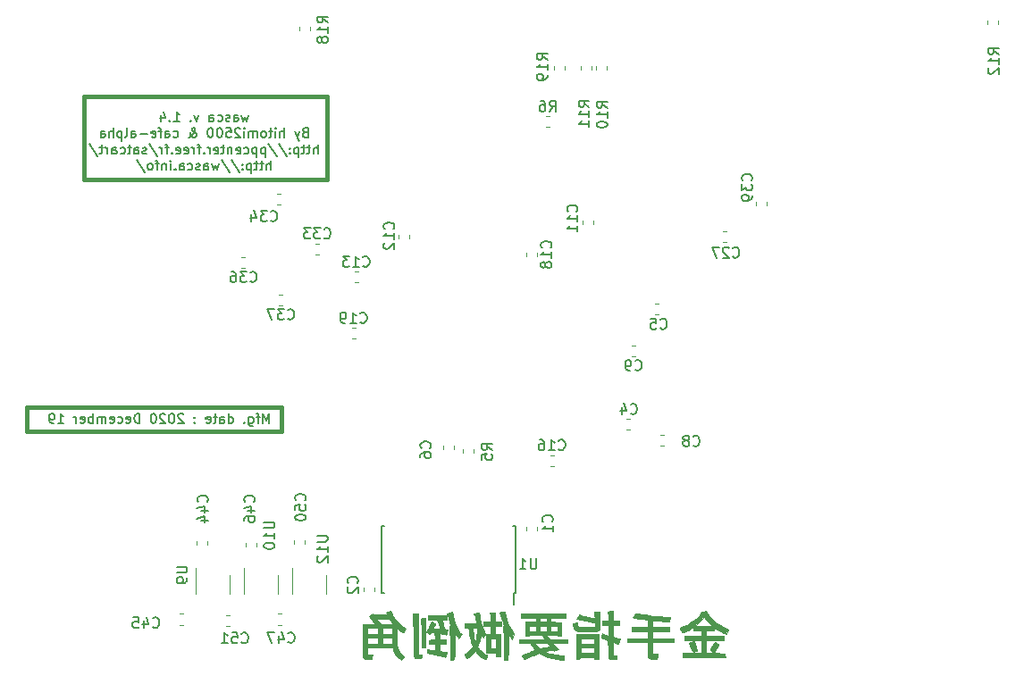
<source format=gbo>
%TF.GenerationSoftware,KiCad,Pcbnew,(5.1.8)-1*%
%TF.CreationDate,2020-12-19T21:55:30+03:00*%
%TF.ProjectId,wasca,77617363-612e-46b6-9963-61645f706362,1.3*%
%TF.SameCoordinates,Original*%
%TF.FileFunction,Legend,Bot*%
%TF.FilePolarity,Positive*%
%FSLAX46Y46*%
G04 Gerber Fmt 4.6, Leading zero omitted, Abs format (unit mm)*
G04 Created by KiCad (PCBNEW (5.1.8)-1) date 2020-12-19 21:55:30*
%MOMM*%
%LPD*%
G01*
G04 APERTURE LIST*
%ADD10C,0.381000*%
%ADD11C,0.190500*%
%ADD12C,0.010000*%
%ADD13C,0.120000*%
%ADD14C,0.150000*%
%ADD15C,1.760000*%
%ADD16O,2.300000X1.200000*%
%ADD17C,0.850000*%
%ADD18O,1.800000X1.200000*%
%ADD19O,1.270000X2.000000*%
%ADD20O,1.900000X1.900000*%
%ADD21O,1.927200X1.927200*%
%ADD22C,1.927200*%
%ADD23C,1.900000*%
%ADD24C,2.000000*%
%ADD25C,1.200000*%
%ADD26C,1.700000*%
%ADD27C,0.254000*%
%ADD28C,0.152400*%
G04 APERTURE END LIST*
D10*
X52375000Y-120255000D02*
X28200000Y-120255000D01*
X52375000Y-122555000D02*
X52375000Y-120255000D01*
X28200000Y-122555000D02*
X52375000Y-122555000D01*
X28200000Y-120255000D02*
X28200000Y-122555000D01*
X56705000Y-90810000D02*
X33680000Y-90810000D01*
X56705000Y-98710000D02*
X56705000Y-90810000D01*
X33680000Y-98710000D02*
X56705000Y-98710000D01*
X33680000Y-90810000D02*
X33680000Y-98710000D01*
D11*
X51205028Y-121786780D02*
X51205028Y-120887580D01*
X50905295Y-121529866D01*
X50605561Y-120887580D01*
X50605561Y-121786780D01*
X50305828Y-121187314D02*
X49963276Y-121187314D01*
X50177371Y-121786780D02*
X50177371Y-121016038D01*
X50134552Y-120930400D01*
X50048914Y-120887580D01*
X49963276Y-120887580D01*
X49278171Y-121187314D02*
X49278171Y-121915238D01*
X49320990Y-122000876D01*
X49363809Y-122043695D01*
X49449447Y-122086514D01*
X49577904Y-122086514D01*
X49663542Y-122043695D01*
X49278171Y-121743961D02*
X49363809Y-121786780D01*
X49535085Y-121786780D01*
X49620723Y-121743961D01*
X49663542Y-121701142D01*
X49706361Y-121615504D01*
X49706361Y-121358590D01*
X49663542Y-121272952D01*
X49620723Y-121230133D01*
X49535085Y-121187314D01*
X49363809Y-121187314D01*
X49278171Y-121230133D01*
X48849980Y-121701142D02*
X48807161Y-121743961D01*
X48849980Y-121786780D01*
X48892800Y-121743961D01*
X48849980Y-121701142D01*
X48849980Y-121786780D01*
X47351314Y-121786780D02*
X47351314Y-120887580D01*
X47351314Y-121743961D02*
X47436952Y-121786780D01*
X47608228Y-121786780D01*
X47693866Y-121743961D01*
X47736685Y-121701142D01*
X47779504Y-121615504D01*
X47779504Y-121358590D01*
X47736685Y-121272952D01*
X47693866Y-121230133D01*
X47608228Y-121187314D01*
X47436952Y-121187314D01*
X47351314Y-121230133D01*
X46537752Y-121786780D02*
X46537752Y-121315771D01*
X46580571Y-121230133D01*
X46666209Y-121187314D01*
X46837485Y-121187314D01*
X46923123Y-121230133D01*
X46537752Y-121743961D02*
X46623390Y-121786780D01*
X46837485Y-121786780D01*
X46923123Y-121743961D01*
X46965942Y-121658323D01*
X46965942Y-121572685D01*
X46923123Y-121487047D01*
X46837485Y-121444228D01*
X46623390Y-121444228D01*
X46537752Y-121401409D01*
X46238019Y-121187314D02*
X45895466Y-121187314D01*
X46109561Y-120887580D02*
X46109561Y-121658323D01*
X46066742Y-121743961D01*
X45981104Y-121786780D01*
X45895466Y-121786780D01*
X45253180Y-121743961D02*
X45338819Y-121786780D01*
X45510095Y-121786780D01*
X45595733Y-121743961D01*
X45638552Y-121658323D01*
X45638552Y-121315771D01*
X45595733Y-121230133D01*
X45510095Y-121187314D01*
X45338819Y-121187314D01*
X45253180Y-121230133D01*
X45210361Y-121315771D01*
X45210361Y-121401409D01*
X45638552Y-121487047D01*
X44139885Y-121701142D02*
X44097066Y-121743961D01*
X44139885Y-121786780D01*
X44182704Y-121743961D01*
X44139885Y-121701142D01*
X44139885Y-121786780D01*
X44139885Y-121230133D02*
X44097066Y-121272952D01*
X44139885Y-121315771D01*
X44182704Y-121272952D01*
X44139885Y-121230133D01*
X44139885Y-121315771D01*
X43069409Y-120973219D02*
X43026590Y-120930400D01*
X42940952Y-120887580D01*
X42726857Y-120887580D01*
X42641219Y-120930400D01*
X42598400Y-120973219D01*
X42555580Y-121058857D01*
X42555580Y-121144495D01*
X42598400Y-121272952D01*
X43112228Y-121786780D01*
X42555580Y-121786780D01*
X41998933Y-120887580D02*
X41913295Y-120887580D01*
X41827657Y-120930400D01*
X41784838Y-120973219D01*
X41742019Y-121058857D01*
X41699200Y-121230133D01*
X41699200Y-121444228D01*
X41742019Y-121615504D01*
X41784838Y-121701142D01*
X41827657Y-121743961D01*
X41913295Y-121786780D01*
X41998933Y-121786780D01*
X42084571Y-121743961D01*
X42127390Y-121701142D01*
X42170209Y-121615504D01*
X42213028Y-121444228D01*
X42213028Y-121230133D01*
X42170209Y-121058857D01*
X42127390Y-120973219D01*
X42084571Y-120930400D01*
X41998933Y-120887580D01*
X41356647Y-120973219D02*
X41313828Y-120930400D01*
X41228190Y-120887580D01*
X41014095Y-120887580D01*
X40928457Y-120930400D01*
X40885638Y-120973219D01*
X40842819Y-121058857D01*
X40842819Y-121144495D01*
X40885638Y-121272952D01*
X41399466Y-121786780D01*
X40842819Y-121786780D01*
X40286171Y-120887580D02*
X40200533Y-120887580D01*
X40114895Y-120930400D01*
X40072076Y-120973219D01*
X40029257Y-121058857D01*
X39986438Y-121230133D01*
X39986438Y-121444228D01*
X40029257Y-121615504D01*
X40072076Y-121701142D01*
X40114895Y-121743961D01*
X40200533Y-121786780D01*
X40286171Y-121786780D01*
X40371809Y-121743961D01*
X40414628Y-121701142D01*
X40457447Y-121615504D01*
X40500266Y-121444228D01*
X40500266Y-121230133D01*
X40457447Y-121058857D01*
X40414628Y-120973219D01*
X40371809Y-120930400D01*
X40286171Y-120887580D01*
X38915961Y-121786780D02*
X38915961Y-120887580D01*
X38701866Y-120887580D01*
X38573409Y-120930400D01*
X38487771Y-121016038D01*
X38444952Y-121101676D01*
X38402133Y-121272952D01*
X38402133Y-121401409D01*
X38444952Y-121572685D01*
X38487771Y-121658323D01*
X38573409Y-121743961D01*
X38701866Y-121786780D01*
X38915961Y-121786780D01*
X37674209Y-121743961D02*
X37759847Y-121786780D01*
X37931123Y-121786780D01*
X38016761Y-121743961D01*
X38059580Y-121658323D01*
X38059580Y-121315771D01*
X38016761Y-121230133D01*
X37931123Y-121187314D01*
X37759847Y-121187314D01*
X37674209Y-121230133D01*
X37631390Y-121315771D01*
X37631390Y-121401409D01*
X38059580Y-121487047D01*
X36860647Y-121743961D02*
X36946285Y-121786780D01*
X37117561Y-121786780D01*
X37203200Y-121743961D01*
X37246019Y-121701142D01*
X37288838Y-121615504D01*
X37288838Y-121358590D01*
X37246019Y-121272952D01*
X37203200Y-121230133D01*
X37117561Y-121187314D01*
X36946285Y-121187314D01*
X36860647Y-121230133D01*
X36132723Y-121743961D02*
X36218361Y-121786780D01*
X36389638Y-121786780D01*
X36475276Y-121743961D01*
X36518095Y-121658323D01*
X36518095Y-121315771D01*
X36475276Y-121230133D01*
X36389638Y-121187314D01*
X36218361Y-121187314D01*
X36132723Y-121230133D01*
X36089904Y-121315771D01*
X36089904Y-121401409D01*
X36518095Y-121487047D01*
X35704533Y-121786780D02*
X35704533Y-121187314D01*
X35704533Y-121272952D02*
X35661714Y-121230133D01*
X35576076Y-121187314D01*
X35447619Y-121187314D01*
X35361980Y-121230133D01*
X35319161Y-121315771D01*
X35319161Y-121786780D01*
X35319161Y-121315771D02*
X35276342Y-121230133D01*
X35190704Y-121187314D01*
X35062247Y-121187314D01*
X34976609Y-121230133D01*
X34933790Y-121315771D01*
X34933790Y-121786780D01*
X34505600Y-121786780D02*
X34505600Y-120887580D01*
X34505600Y-121230133D02*
X34419961Y-121187314D01*
X34248685Y-121187314D01*
X34163047Y-121230133D01*
X34120228Y-121272952D01*
X34077409Y-121358590D01*
X34077409Y-121615504D01*
X34120228Y-121701142D01*
X34163047Y-121743961D01*
X34248685Y-121786780D01*
X34419961Y-121786780D01*
X34505600Y-121743961D01*
X33349485Y-121743961D02*
X33435123Y-121786780D01*
X33606400Y-121786780D01*
X33692038Y-121743961D01*
X33734857Y-121658323D01*
X33734857Y-121315771D01*
X33692038Y-121230133D01*
X33606400Y-121187314D01*
X33435123Y-121187314D01*
X33349485Y-121230133D01*
X33306666Y-121315771D01*
X33306666Y-121401409D01*
X33734857Y-121487047D01*
X32921295Y-121786780D02*
X32921295Y-121187314D01*
X32921295Y-121358590D02*
X32878476Y-121272952D01*
X32835657Y-121230133D01*
X32750019Y-121187314D01*
X32664380Y-121187314D01*
X31208533Y-121786780D02*
X31722361Y-121786780D01*
X31465447Y-121786780D02*
X31465447Y-120887580D01*
X31551085Y-121016038D01*
X31636723Y-121101676D01*
X31722361Y-121144495D01*
X30780342Y-121786780D02*
X30609066Y-121786780D01*
X30523428Y-121743961D01*
X30480609Y-121701142D01*
X30394971Y-121572685D01*
X30352152Y-121401409D01*
X30352152Y-121058857D01*
X30394971Y-120973219D01*
X30437790Y-120930400D01*
X30523428Y-120887580D01*
X30694704Y-120887580D01*
X30780342Y-120930400D01*
X30823161Y-120973219D01*
X30865980Y-121058857D01*
X30865980Y-121272952D01*
X30823161Y-121358590D01*
X30780342Y-121401409D01*
X30694704Y-121444228D01*
X30523428Y-121444228D01*
X30437790Y-121401409D01*
X30394971Y-121358590D01*
X30352152Y-121272952D01*
X49272676Y-92583364D02*
X49101400Y-93182830D01*
X48930123Y-92754640D01*
X48758847Y-93182830D01*
X48587571Y-92583364D01*
X47859647Y-93182830D02*
X47859647Y-92711821D01*
X47902466Y-92626183D01*
X47988104Y-92583364D01*
X48159380Y-92583364D01*
X48245019Y-92626183D01*
X47859647Y-93140011D02*
X47945285Y-93182830D01*
X48159380Y-93182830D01*
X48245019Y-93140011D01*
X48287838Y-93054373D01*
X48287838Y-92968735D01*
X48245019Y-92883097D01*
X48159380Y-92840278D01*
X47945285Y-92840278D01*
X47859647Y-92797459D01*
X47474276Y-93140011D02*
X47388638Y-93182830D01*
X47217361Y-93182830D01*
X47131723Y-93140011D01*
X47088904Y-93054373D01*
X47088904Y-93011554D01*
X47131723Y-92925916D01*
X47217361Y-92883097D01*
X47345819Y-92883097D01*
X47431457Y-92840278D01*
X47474276Y-92754640D01*
X47474276Y-92711821D01*
X47431457Y-92626183D01*
X47345819Y-92583364D01*
X47217361Y-92583364D01*
X47131723Y-92626183D01*
X46318161Y-93140011D02*
X46403800Y-93182830D01*
X46575076Y-93182830D01*
X46660714Y-93140011D01*
X46703533Y-93097192D01*
X46746352Y-93011554D01*
X46746352Y-92754640D01*
X46703533Y-92669002D01*
X46660714Y-92626183D01*
X46575076Y-92583364D01*
X46403800Y-92583364D01*
X46318161Y-92626183D01*
X45547419Y-93182830D02*
X45547419Y-92711821D01*
X45590238Y-92626183D01*
X45675876Y-92583364D01*
X45847152Y-92583364D01*
X45932790Y-92626183D01*
X45547419Y-93140011D02*
X45633057Y-93182830D01*
X45847152Y-93182830D01*
X45932790Y-93140011D01*
X45975609Y-93054373D01*
X45975609Y-92968735D01*
X45932790Y-92883097D01*
X45847152Y-92840278D01*
X45633057Y-92840278D01*
X45547419Y-92797459D01*
X44519761Y-92583364D02*
X44305666Y-93182830D01*
X44091571Y-92583364D01*
X43749019Y-93097192D02*
X43706199Y-93140011D01*
X43749019Y-93182830D01*
X43791838Y-93140011D01*
X43749019Y-93097192D01*
X43749019Y-93182830D01*
X42164714Y-93182830D02*
X42678542Y-93182830D01*
X42421628Y-93182830D02*
X42421628Y-92283630D01*
X42507266Y-92412088D01*
X42592904Y-92497726D01*
X42678542Y-92540545D01*
X41779342Y-93097192D02*
X41736523Y-93140011D01*
X41779342Y-93182830D01*
X41822161Y-93140011D01*
X41779342Y-93097192D01*
X41779342Y-93182830D01*
X40965780Y-92583364D02*
X40965780Y-93182830D01*
X41179876Y-92240811D02*
X41393971Y-92883097D01*
X40837323Y-92883097D01*
X54582238Y-94251121D02*
X54453780Y-94293940D01*
X54410961Y-94336759D01*
X54368142Y-94422397D01*
X54368142Y-94550854D01*
X54410961Y-94636492D01*
X54453780Y-94679311D01*
X54539419Y-94722130D01*
X54881971Y-94722130D01*
X54881971Y-93822930D01*
X54582238Y-93822930D01*
X54496600Y-93865750D01*
X54453780Y-93908569D01*
X54410961Y-93994207D01*
X54410961Y-94079845D01*
X54453780Y-94165483D01*
X54496600Y-94208302D01*
X54582238Y-94251121D01*
X54881971Y-94251121D01*
X54068409Y-94122664D02*
X53854314Y-94722130D01*
X53640219Y-94122664D02*
X53854314Y-94722130D01*
X53939952Y-94936226D01*
X53982771Y-94979045D01*
X54068409Y-95021864D01*
X52612561Y-94722130D02*
X52612561Y-93822930D01*
X52227190Y-94722130D02*
X52227190Y-94251121D01*
X52270009Y-94165483D01*
X52355647Y-94122664D01*
X52484104Y-94122664D01*
X52569742Y-94165483D01*
X52612561Y-94208302D01*
X51799000Y-94722130D02*
X51799000Y-94122664D01*
X51799000Y-93822930D02*
X51841819Y-93865750D01*
X51799000Y-93908569D01*
X51756180Y-93865750D01*
X51799000Y-93822930D01*
X51799000Y-93908569D01*
X51499266Y-94122664D02*
X51156714Y-94122664D01*
X51370809Y-93822930D02*
X51370809Y-94593673D01*
X51327990Y-94679311D01*
X51242352Y-94722130D01*
X51156714Y-94722130D01*
X50728523Y-94722130D02*
X50814161Y-94679311D01*
X50856980Y-94636492D01*
X50899800Y-94550854D01*
X50899800Y-94293940D01*
X50856980Y-94208302D01*
X50814161Y-94165483D01*
X50728523Y-94122664D01*
X50600066Y-94122664D01*
X50514428Y-94165483D01*
X50471609Y-94208302D01*
X50428790Y-94293940D01*
X50428790Y-94550854D01*
X50471609Y-94636492D01*
X50514428Y-94679311D01*
X50600066Y-94722130D01*
X50728523Y-94722130D01*
X50043419Y-94722130D02*
X50043419Y-94122664D01*
X50043419Y-94208302D02*
X50000600Y-94165483D01*
X49914961Y-94122664D01*
X49786504Y-94122664D01*
X49700866Y-94165483D01*
X49658047Y-94251121D01*
X49658047Y-94722130D01*
X49658047Y-94251121D02*
X49615228Y-94165483D01*
X49529590Y-94122664D01*
X49401133Y-94122664D01*
X49315495Y-94165483D01*
X49272676Y-94251121D01*
X49272676Y-94722130D01*
X48844485Y-94722130D02*
X48844485Y-94122664D01*
X48844485Y-93822930D02*
X48887304Y-93865750D01*
X48844485Y-93908569D01*
X48801666Y-93865750D01*
X48844485Y-93822930D01*
X48844485Y-93908569D01*
X48459114Y-93908569D02*
X48416295Y-93865750D01*
X48330657Y-93822930D01*
X48116561Y-93822930D01*
X48030923Y-93865750D01*
X47988104Y-93908569D01*
X47945285Y-93994207D01*
X47945285Y-94079845D01*
X47988104Y-94208302D01*
X48501933Y-94722130D01*
X47945285Y-94722130D01*
X47131723Y-93822930D02*
X47559914Y-93822930D01*
X47602733Y-94251121D01*
X47559914Y-94208302D01*
X47474276Y-94165483D01*
X47260180Y-94165483D01*
X47174542Y-94208302D01*
X47131723Y-94251121D01*
X47088904Y-94336759D01*
X47088904Y-94550854D01*
X47131723Y-94636492D01*
X47174542Y-94679311D01*
X47260180Y-94722130D01*
X47474276Y-94722130D01*
X47559914Y-94679311D01*
X47602733Y-94636492D01*
X46532257Y-93822930D02*
X46446619Y-93822930D01*
X46360980Y-93865750D01*
X46318161Y-93908569D01*
X46275342Y-93994207D01*
X46232523Y-94165483D01*
X46232523Y-94379578D01*
X46275342Y-94550854D01*
X46318161Y-94636492D01*
X46360980Y-94679311D01*
X46446619Y-94722130D01*
X46532257Y-94722130D01*
X46617895Y-94679311D01*
X46660714Y-94636492D01*
X46703533Y-94550854D01*
X46746352Y-94379578D01*
X46746352Y-94165483D01*
X46703533Y-93994207D01*
X46660714Y-93908569D01*
X46617895Y-93865750D01*
X46532257Y-93822930D01*
X45675876Y-93822930D02*
X45590238Y-93822930D01*
X45504600Y-93865750D01*
X45461780Y-93908569D01*
X45418961Y-93994207D01*
X45376142Y-94165483D01*
X45376142Y-94379578D01*
X45418961Y-94550854D01*
X45461780Y-94636492D01*
X45504600Y-94679311D01*
X45590238Y-94722130D01*
X45675876Y-94722130D01*
X45761514Y-94679311D01*
X45804333Y-94636492D01*
X45847152Y-94550854D01*
X45889971Y-94379578D01*
X45889971Y-94165483D01*
X45847152Y-93994207D01*
X45804333Y-93908569D01*
X45761514Y-93865750D01*
X45675876Y-93822930D01*
X43577742Y-94722130D02*
X43620561Y-94722130D01*
X43706200Y-94679311D01*
X43834657Y-94550854D01*
X44048752Y-94293940D01*
X44134390Y-94165483D01*
X44177209Y-94037026D01*
X44177209Y-93951388D01*
X44134390Y-93865750D01*
X44048752Y-93822930D01*
X44005933Y-93822930D01*
X43920295Y-93865750D01*
X43877476Y-93951388D01*
X43877476Y-93994207D01*
X43920295Y-94079845D01*
X43963114Y-94122664D01*
X44220028Y-94293940D01*
X44262847Y-94336759D01*
X44305666Y-94422397D01*
X44305666Y-94550854D01*
X44262847Y-94636492D01*
X44220028Y-94679311D01*
X44134390Y-94722130D01*
X44005933Y-94722130D01*
X43920295Y-94679311D01*
X43877476Y-94636492D01*
X43749019Y-94465216D01*
X43706200Y-94336759D01*
X43706200Y-94251121D01*
X42121895Y-94679311D02*
X42207533Y-94722130D01*
X42378809Y-94722130D01*
X42464447Y-94679311D01*
X42507266Y-94636492D01*
X42550085Y-94550854D01*
X42550085Y-94293940D01*
X42507266Y-94208302D01*
X42464447Y-94165483D01*
X42378809Y-94122664D01*
X42207533Y-94122664D01*
X42121895Y-94165483D01*
X41351152Y-94722130D02*
X41351152Y-94251121D01*
X41393971Y-94165483D01*
X41479609Y-94122664D01*
X41650885Y-94122664D01*
X41736523Y-94165483D01*
X41351152Y-94679311D02*
X41436790Y-94722130D01*
X41650885Y-94722130D01*
X41736523Y-94679311D01*
X41779342Y-94593673D01*
X41779342Y-94508035D01*
X41736523Y-94422397D01*
X41650885Y-94379578D01*
X41436790Y-94379578D01*
X41351152Y-94336759D01*
X41051419Y-94122664D02*
X40708866Y-94122664D01*
X40922961Y-94722130D02*
X40922961Y-93951388D01*
X40880142Y-93865750D01*
X40794504Y-93822930D01*
X40708866Y-93822930D01*
X40066580Y-94679311D02*
X40152219Y-94722130D01*
X40323495Y-94722130D01*
X40409133Y-94679311D01*
X40451952Y-94593673D01*
X40451952Y-94251121D01*
X40409133Y-94165483D01*
X40323495Y-94122664D01*
X40152219Y-94122664D01*
X40066580Y-94165483D01*
X40023761Y-94251121D01*
X40023761Y-94336759D01*
X40451952Y-94422397D01*
X39638390Y-94379578D02*
X38953285Y-94379578D01*
X38139723Y-94722130D02*
X38139723Y-94251121D01*
X38182542Y-94165483D01*
X38268180Y-94122664D01*
X38439457Y-94122664D01*
X38525095Y-94165483D01*
X38139723Y-94679311D02*
X38225361Y-94722130D01*
X38439457Y-94722130D01*
X38525095Y-94679311D01*
X38567914Y-94593673D01*
X38567914Y-94508035D01*
X38525095Y-94422397D01*
X38439457Y-94379578D01*
X38225361Y-94379578D01*
X38139723Y-94336759D01*
X37583076Y-94722130D02*
X37668714Y-94679311D01*
X37711533Y-94593673D01*
X37711533Y-93822930D01*
X37240523Y-94122664D02*
X37240523Y-95021864D01*
X37240523Y-94165483D02*
X37154885Y-94122664D01*
X36983609Y-94122664D01*
X36897971Y-94165483D01*
X36855152Y-94208302D01*
X36812333Y-94293940D01*
X36812333Y-94550854D01*
X36855152Y-94636492D01*
X36897971Y-94679311D01*
X36983609Y-94722130D01*
X37154885Y-94722130D01*
X37240523Y-94679311D01*
X36426961Y-94722130D02*
X36426961Y-93822930D01*
X36041590Y-94722130D02*
X36041590Y-94251121D01*
X36084409Y-94165483D01*
X36170047Y-94122664D01*
X36298504Y-94122664D01*
X36384142Y-94165483D01*
X36426961Y-94208302D01*
X35228028Y-94722130D02*
X35228028Y-94251121D01*
X35270847Y-94165483D01*
X35356485Y-94122664D01*
X35527761Y-94122664D01*
X35613400Y-94165483D01*
X35228028Y-94679311D02*
X35313666Y-94722130D01*
X35527761Y-94722130D01*
X35613400Y-94679311D01*
X35656219Y-94593673D01*
X35656219Y-94508035D01*
X35613400Y-94422397D01*
X35527761Y-94379578D01*
X35313666Y-94379578D01*
X35228028Y-94336759D01*
X55802580Y-96261430D02*
X55802580Y-95362230D01*
X55417209Y-96261430D02*
X55417209Y-95790421D01*
X55460028Y-95704783D01*
X55545666Y-95661964D01*
X55674123Y-95661964D01*
X55759761Y-95704783D01*
X55802580Y-95747602D01*
X55117476Y-95661964D02*
X54774923Y-95661964D01*
X54989019Y-95362230D02*
X54989019Y-96132973D01*
X54946200Y-96218611D01*
X54860561Y-96261430D01*
X54774923Y-96261430D01*
X54603647Y-95661964D02*
X54261095Y-95661964D01*
X54475190Y-95362230D02*
X54475190Y-96132973D01*
X54432371Y-96218611D01*
X54346733Y-96261430D01*
X54261095Y-96261430D01*
X53961361Y-95661964D02*
X53961361Y-96561164D01*
X53961361Y-95704783D02*
X53875723Y-95661964D01*
X53704447Y-95661964D01*
X53618809Y-95704783D01*
X53575990Y-95747602D01*
X53533171Y-95833240D01*
X53533171Y-96090154D01*
X53575990Y-96175792D01*
X53618809Y-96218611D01*
X53704447Y-96261430D01*
X53875723Y-96261430D01*
X53961361Y-96218611D01*
X53147800Y-96175792D02*
X53104980Y-96218611D01*
X53147800Y-96261430D01*
X53190619Y-96218611D01*
X53147800Y-96175792D01*
X53147800Y-96261430D01*
X53147800Y-95704783D02*
X53104980Y-95747602D01*
X53147800Y-95790421D01*
X53190619Y-95747602D01*
X53147800Y-95704783D01*
X53147800Y-95790421D01*
X52077323Y-95319411D02*
X52848066Y-96475526D01*
X51135304Y-95319411D02*
X51906047Y-96475526D01*
X50835571Y-95661964D02*
X50835571Y-96561164D01*
X50835571Y-95704783D02*
X50749933Y-95661964D01*
X50578657Y-95661964D01*
X50493019Y-95704783D01*
X50450200Y-95747602D01*
X50407380Y-95833240D01*
X50407380Y-96090154D01*
X50450200Y-96175792D01*
X50493019Y-96218611D01*
X50578657Y-96261430D01*
X50749933Y-96261430D01*
X50835571Y-96218611D01*
X50022009Y-95661964D02*
X50022009Y-96561164D01*
X50022009Y-95704783D02*
X49936371Y-95661964D01*
X49765095Y-95661964D01*
X49679457Y-95704783D01*
X49636638Y-95747602D01*
X49593819Y-95833240D01*
X49593819Y-96090154D01*
X49636638Y-96175792D01*
X49679457Y-96218611D01*
X49765095Y-96261430D01*
X49936371Y-96261430D01*
X50022009Y-96218611D01*
X48823076Y-96218611D02*
X48908714Y-96261430D01*
X49079990Y-96261430D01*
X49165628Y-96218611D01*
X49208447Y-96175792D01*
X49251266Y-96090154D01*
X49251266Y-95833240D01*
X49208447Y-95747602D01*
X49165628Y-95704783D01*
X49079990Y-95661964D01*
X48908714Y-95661964D01*
X48823076Y-95704783D01*
X48095152Y-96218611D02*
X48180790Y-96261430D01*
X48352066Y-96261430D01*
X48437704Y-96218611D01*
X48480523Y-96132973D01*
X48480523Y-95790421D01*
X48437704Y-95704783D01*
X48352066Y-95661964D01*
X48180790Y-95661964D01*
X48095152Y-95704783D01*
X48052333Y-95790421D01*
X48052333Y-95876059D01*
X48480523Y-95961697D01*
X47666961Y-95661964D02*
X47666961Y-96261430D01*
X47666961Y-95747602D02*
X47624142Y-95704783D01*
X47538504Y-95661964D01*
X47410047Y-95661964D01*
X47324409Y-95704783D01*
X47281590Y-95790421D01*
X47281590Y-96261430D01*
X46981857Y-95661964D02*
X46639304Y-95661964D01*
X46853400Y-95362230D02*
X46853400Y-96132973D01*
X46810580Y-96218611D01*
X46724942Y-96261430D01*
X46639304Y-96261430D01*
X45997019Y-96218611D02*
X46082657Y-96261430D01*
X46253933Y-96261430D01*
X46339571Y-96218611D01*
X46382390Y-96132973D01*
X46382390Y-95790421D01*
X46339571Y-95704783D01*
X46253933Y-95661964D01*
X46082657Y-95661964D01*
X45997019Y-95704783D01*
X45954200Y-95790421D01*
X45954200Y-95876059D01*
X46382390Y-95961697D01*
X45568828Y-96261430D02*
X45568828Y-95661964D01*
X45568828Y-95833240D02*
X45526009Y-95747602D01*
X45483190Y-95704783D01*
X45397552Y-95661964D01*
X45311914Y-95661964D01*
X45012180Y-96175792D02*
X44969361Y-96218611D01*
X45012180Y-96261430D01*
X45055000Y-96218611D01*
X45012180Y-96175792D01*
X45012180Y-96261430D01*
X44712447Y-95661964D02*
X44369895Y-95661964D01*
X44583990Y-96261430D02*
X44583990Y-95490688D01*
X44541171Y-95405050D01*
X44455533Y-95362230D01*
X44369895Y-95362230D01*
X44070161Y-96261430D02*
X44070161Y-95661964D01*
X44070161Y-95833240D02*
X44027342Y-95747602D01*
X43984523Y-95704783D01*
X43898885Y-95661964D01*
X43813247Y-95661964D01*
X43170961Y-96218611D02*
X43256600Y-96261430D01*
X43427876Y-96261430D01*
X43513514Y-96218611D01*
X43556333Y-96132973D01*
X43556333Y-95790421D01*
X43513514Y-95704783D01*
X43427876Y-95661964D01*
X43256600Y-95661964D01*
X43170961Y-95704783D01*
X43128142Y-95790421D01*
X43128142Y-95876059D01*
X43556333Y-95961697D01*
X42400219Y-96218611D02*
X42485857Y-96261430D01*
X42657133Y-96261430D01*
X42742771Y-96218611D01*
X42785590Y-96132973D01*
X42785590Y-95790421D01*
X42742771Y-95704783D01*
X42657133Y-95661964D01*
X42485857Y-95661964D01*
X42400219Y-95704783D01*
X42357400Y-95790421D01*
X42357400Y-95876059D01*
X42785590Y-95961697D01*
X41972028Y-96175792D02*
X41929209Y-96218611D01*
X41972028Y-96261430D01*
X42014847Y-96218611D01*
X41972028Y-96175792D01*
X41972028Y-96261430D01*
X41672295Y-95661964D02*
X41329742Y-95661964D01*
X41543838Y-96261430D02*
X41543838Y-95490688D01*
X41501019Y-95405050D01*
X41415380Y-95362230D01*
X41329742Y-95362230D01*
X41030009Y-96261430D02*
X41030009Y-95661964D01*
X41030009Y-95833240D02*
X40987190Y-95747602D01*
X40944371Y-95704783D01*
X40858733Y-95661964D01*
X40773095Y-95661964D01*
X39831076Y-95319411D02*
X40601819Y-96475526D01*
X39574161Y-96218611D02*
X39488523Y-96261430D01*
X39317247Y-96261430D01*
X39231609Y-96218611D01*
X39188790Y-96132973D01*
X39188790Y-96090154D01*
X39231609Y-96004516D01*
X39317247Y-95961697D01*
X39445704Y-95961697D01*
X39531342Y-95918878D01*
X39574161Y-95833240D01*
X39574161Y-95790421D01*
X39531342Y-95704783D01*
X39445704Y-95661964D01*
X39317247Y-95661964D01*
X39231609Y-95704783D01*
X38418047Y-96261430D02*
X38418047Y-95790421D01*
X38460866Y-95704783D01*
X38546504Y-95661964D01*
X38717780Y-95661964D01*
X38803419Y-95704783D01*
X38418047Y-96218611D02*
X38503685Y-96261430D01*
X38717780Y-96261430D01*
X38803419Y-96218611D01*
X38846238Y-96132973D01*
X38846238Y-96047335D01*
X38803419Y-95961697D01*
X38717780Y-95918878D01*
X38503685Y-95918878D01*
X38418047Y-95876059D01*
X38118314Y-95661964D02*
X37775761Y-95661964D01*
X37989857Y-95362230D02*
X37989857Y-96132973D01*
X37947038Y-96218611D01*
X37861400Y-96261430D01*
X37775761Y-96261430D01*
X37090657Y-96218611D02*
X37176295Y-96261430D01*
X37347571Y-96261430D01*
X37433209Y-96218611D01*
X37476028Y-96175792D01*
X37518847Y-96090154D01*
X37518847Y-95833240D01*
X37476028Y-95747602D01*
X37433209Y-95704783D01*
X37347571Y-95661964D01*
X37176295Y-95661964D01*
X37090657Y-95704783D01*
X36319914Y-96261430D02*
X36319914Y-95790421D01*
X36362733Y-95704783D01*
X36448371Y-95661964D01*
X36619647Y-95661964D01*
X36705285Y-95704783D01*
X36319914Y-96218611D02*
X36405552Y-96261430D01*
X36619647Y-96261430D01*
X36705285Y-96218611D01*
X36748104Y-96132973D01*
X36748104Y-96047335D01*
X36705285Y-95961697D01*
X36619647Y-95918878D01*
X36405552Y-95918878D01*
X36319914Y-95876059D01*
X35891723Y-96261430D02*
X35891723Y-95661964D01*
X35891723Y-95833240D02*
X35848904Y-95747602D01*
X35806085Y-95704783D01*
X35720447Y-95661964D01*
X35634809Y-95661964D01*
X35463533Y-95661964D02*
X35120980Y-95661964D01*
X35335076Y-95362230D02*
X35335076Y-96132973D01*
X35292257Y-96218611D01*
X35206619Y-96261430D01*
X35120980Y-96261430D01*
X34178961Y-95319411D02*
X34949704Y-96475526D01*
X51327990Y-97800730D02*
X51327990Y-96901530D01*
X50942619Y-97800730D02*
X50942619Y-97329721D01*
X50985438Y-97244083D01*
X51071076Y-97201264D01*
X51199533Y-97201264D01*
X51285171Y-97244083D01*
X51327990Y-97286902D01*
X50642885Y-97201264D02*
X50300333Y-97201264D01*
X50514428Y-96901530D02*
X50514428Y-97672273D01*
X50471609Y-97757911D01*
X50385971Y-97800730D01*
X50300333Y-97800730D01*
X50129057Y-97201264D02*
X49786504Y-97201264D01*
X50000600Y-96901530D02*
X50000600Y-97672273D01*
X49957780Y-97757911D01*
X49872142Y-97800730D01*
X49786504Y-97800730D01*
X49486771Y-97201264D02*
X49486771Y-98100464D01*
X49486771Y-97244083D02*
X49401133Y-97201264D01*
X49229857Y-97201264D01*
X49144219Y-97244083D01*
X49101400Y-97286902D01*
X49058580Y-97372540D01*
X49058580Y-97629454D01*
X49101400Y-97715092D01*
X49144219Y-97757911D01*
X49229857Y-97800730D01*
X49401133Y-97800730D01*
X49486771Y-97757911D01*
X48673209Y-97715092D02*
X48630390Y-97757911D01*
X48673209Y-97800730D01*
X48716028Y-97757911D01*
X48673209Y-97715092D01*
X48673209Y-97800730D01*
X48673209Y-97244083D02*
X48630390Y-97286902D01*
X48673209Y-97329721D01*
X48716028Y-97286902D01*
X48673209Y-97244083D01*
X48673209Y-97329721D01*
X47602733Y-96858711D02*
X48373476Y-98014826D01*
X46660714Y-96858711D02*
X47431457Y-98014826D01*
X46446619Y-97201264D02*
X46275342Y-97800730D01*
X46104066Y-97372540D01*
X45932790Y-97800730D01*
X45761514Y-97201264D01*
X45033590Y-97800730D02*
X45033590Y-97329721D01*
X45076409Y-97244083D01*
X45162047Y-97201264D01*
X45333323Y-97201264D01*
X45418961Y-97244083D01*
X45033590Y-97757911D02*
X45119228Y-97800730D01*
X45333323Y-97800730D01*
X45418961Y-97757911D01*
X45461780Y-97672273D01*
X45461780Y-97586635D01*
X45418961Y-97500997D01*
X45333323Y-97458178D01*
X45119228Y-97458178D01*
X45033590Y-97415359D01*
X44648219Y-97757911D02*
X44562580Y-97800730D01*
X44391304Y-97800730D01*
X44305666Y-97757911D01*
X44262847Y-97672273D01*
X44262847Y-97629454D01*
X44305666Y-97543816D01*
X44391304Y-97500997D01*
X44519761Y-97500997D01*
X44605400Y-97458178D01*
X44648219Y-97372540D01*
X44648219Y-97329721D01*
X44605400Y-97244083D01*
X44519761Y-97201264D01*
X44391304Y-97201264D01*
X44305666Y-97244083D01*
X43492104Y-97757911D02*
X43577742Y-97800730D01*
X43749019Y-97800730D01*
X43834657Y-97757911D01*
X43877476Y-97715092D01*
X43920295Y-97629454D01*
X43920295Y-97372540D01*
X43877476Y-97286902D01*
X43834657Y-97244083D01*
X43749019Y-97201264D01*
X43577742Y-97201264D01*
X43492104Y-97244083D01*
X42721361Y-97800730D02*
X42721361Y-97329721D01*
X42764180Y-97244083D01*
X42849819Y-97201264D01*
X43021095Y-97201264D01*
X43106733Y-97244083D01*
X42721361Y-97757911D02*
X42807000Y-97800730D01*
X43021095Y-97800730D01*
X43106733Y-97757911D01*
X43149552Y-97672273D01*
X43149552Y-97586635D01*
X43106733Y-97500997D01*
X43021095Y-97458178D01*
X42807000Y-97458178D01*
X42721361Y-97415359D01*
X42293171Y-97715092D02*
X42250352Y-97757911D01*
X42293171Y-97800730D01*
X42335990Y-97757911D01*
X42293171Y-97715092D01*
X42293171Y-97800730D01*
X41864980Y-97800730D02*
X41864980Y-97201264D01*
X41864980Y-96901530D02*
X41907800Y-96944350D01*
X41864980Y-96987169D01*
X41822161Y-96944350D01*
X41864980Y-96901530D01*
X41864980Y-96987169D01*
X41436790Y-97201264D02*
X41436790Y-97800730D01*
X41436790Y-97286902D02*
X41393971Y-97244083D01*
X41308333Y-97201264D01*
X41179876Y-97201264D01*
X41094238Y-97244083D01*
X41051419Y-97329721D01*
X41051419Y-97800730D01*
X40751685Y-97201264D02*
X40409133Y-97201264D01*
X40623228Y-97800730D02*
X40623228Y-97029988D01*
X40580409Y-96944350D01*
X40494771Y-96901530D01*
X40409133Y-96901530D01*
X39980942Y-97800730D02*
X40066580Y-97757911D01*
X40109400Y-97715092D01*
X40152219Y-97629454D01*
X40152219Y-97372540D01*
X40109400Y-97286902D01*
X40066580Y-97244083D01*
X39980942Y-97201264D01*
X39852485Y-97201264D01*
X39766847Y-97244083D01*
X39724028Y-97286902D01*
X39681209Y-97372540D01*
X39681209Y-97629454D01*
X39724028Y-97715092D01*
X39766847Y-97757911D01*
X39852485Y-97800730D01*
X39980942Y-97800730D01*
X38653552Y-96858711D02*
X39424295Y-98014826D01*
D12*
%TO.C,CHAMFER_WARN2*%
G36*
X75023334Y-140259000D02*
G01*
X76462667Y-140259000D01*
X76462667Y-140640000D01*
X75446667Y-140640000D01*
X75446667Y-141994666D01*
X75616000Y-141994666D01*
X75733743Y-141984181D01*
X75782261Y-141949422D01*
X75785334Y-141931166D01*
X75796365Y-141907447D01*
X75836936Y-141890327D01*
X75918268Y-141878797D01*
X76051580Y-141871851D01*
X76248090Y-141868479D01*
X76491925Y-141867666D01*
X76752784Y-141868592D01*
X76938464Y-141871922D01*
X77058438Y-141878481D01*
X77122179Y-141889095D01*
X77139161Y-141904591D01*
X77123221Y-141922724D01*
X77082400Y-141961089D01*
X77084513Y-142003251D01*
X77136335Y-142071491D01*
X77184361Y-142123807D01*
X77320797Y-142269833D01*
X76087399Y-142281056D01*
X74854000Y-142292278D01*
X74854000Y-142629666D01*
X75894079Y-142629666D01*
X75965799Y-142751078D01*
X76031949Y-142846350D01*
X76132881Y-142973673D01*
X76232731Y-143089614D01*
X76340199Y-143219119D01*
X76383554Y-143297901D01*
X76371222Y-143326981D01*
X76307551Y-143349406D01*
X76185718Y-143392087D01*
X76027506Y-143447397D01*
X75954667Y-143472831D01*
X75721769Y-143557426D01*
X75508342Y-143641043D01*
X75327779Y-143717839D01*
X75193470Y-143781971D01*
X75118809Y-143827596D01*
X75108000Y-143842220D01*
X75131168Y-143890491D01*
X75189582Y-143979140D01*
X75221102Y-144022670D01*
X75291251Y-144117126D01*
X75336504Y-144178210D01*
X75343893Y-144188262D01*
X75383409Y-144177982D01*
X75476126Y-144137649D01*
X75576968Y-144088493D01*
X75708509Y-144026796D01*
X75893059Y-143946715D01*
X76104290Y-143859431D01*
X76280823Y-143789598D01*
X76761291Y-143603902D01*
X76982396Y-143727556D01*
X77274060Y-143863377D01*
X77632912Y-143985541D01*
X78041976Y-144089583D01*
X78484274Y-144171041D01*
X78839703Y-144215857D01*
X79121239Y-144244169D01*
X79150078Y-144073471D01*
X79163062Y-143957130D01*
X79159982Y-143876960D01*
X79155777Y-143865331D01*
X79105884Y-143845950D01*
X78991819Y-143825602D01*
X78833972Y-143807538D01*
X78750838Y-143800788D01*
X78502429Y-143776152D01*
X78239927Y-143738170D01*
X77979852Y-143690503D01*
X77738727Y-143636813D01*
X77533073Y-143580763D01*
X77379413Y-143526014D01*
X77296542Y-143478449D01*
X77320352Y-143456987D01*
X77411540Y-143424378D01*
X77554372Y-143385626D01*
X77677542Y-143357331D01*
X77867510Y-143317653D01*
X77992052Y-143296344D01*
X78068242Y-143292743D01*
X78113153Y-143306187D01*
X78143858Y-143336012D01*
X78146257Y-143339146D01*
X78184580Y-143377638D01*
X78232650Y-143381154D01*
X78314840Y-143346475D01*
X78388529Y-143307166D01*
X78577044Y-143204185D01*
X78483910Y-143096842D01*
X78401207Y-143004065D01*
X78360856Y-142959939D01*
X77797506Y-142959939D01*
X77752599Y-142974001D01*
X77642139Y-143000833D01*
X77483549Y-143036372D01*
X77323792Y-143070417D01*
X76864834Y-143166139D01*
X76612430Y-142908486D01*
X76360027Y-142650833D01*
X76951097Y-142638449D01*
X77542167Y-142626066D01*
X77677214Y-142785624D01*
X77752055Y-142879922D01*
X77794023Y-142944502D01*
X77797506Y-142959939D01*
X78360856Y-142959939D01*
X78290892Y-142883430D01*
X78222241Y-142809583D01*
X78053706Y-142629666D01*
X79426000Y-142629666D01*
X79426000Y-142291000D01*
X77790923Y-142291000D01*
X77687712Y-142154731D01*
X77593245Y-142031884D01*
X77536654Y-141949911D01*
X77526385Y-141900638D01*
X77570882Y-141875890D01*
X77678592Y-141867491D01*
X77857960Y-141867266D01*
X77984267Y-141867666D01*
X78203875Y-141869247D01*
X78351784Y-141875062D01*
X78440922Y-141886720D01*
X78484215Y-141905829D01*
X78494667Y-141931166D01*
X78519467Y-141972914D01*
X78603882Y-141992009D01*
X78686242Y-141994666D01*
X78877817Y-141994666D01*
X78866159Y-141327916D01*
X78860793Y-141021000D01*
X78494667Y-141021000D01*
X78494667Y-141529000D01*
X77817334Y-141529000D01*
X77817334Y-141021000D01*
X77478667Y-141021000D01*
X77478667Y-141529000D01*
X76843667Y-141529000D01*
X76843667Y-141021000D01*
X76462667Y-141021000D01*
X76462667Y-141529000D01*
X75785334Y-141529000D01*
X75785334Y-141021000D01*
X76462667Y-141021000D01*
X76843667Y-141021000D01*
X77478667Y-141021000D01*
X77817334Y-141021000D01*
X78494667Y-141021000D01*
X78860793Y-141021000D01*
X78854500Y-140661166D01*
X77817334Y-140637394D01*
X77817334Y-140259000D01*
X77478667Y-140259000D01*
X77478667Y-140640000D01*
X76843667Y-140640000D01*
X76843667Y-140259000D01*
X77478667Y-140259000D01*
X77817334Y-140259000D01*
X79299000Y-140259000D01*
X79299000Y-139878000D01*
X75023334Y-139878000D01*
X75023334Y-140259000D01*
G37*
X75023334Y-140259000D02*
X76462667Y-140259000D01*
X76462667Y-140640000D01*
X75446667Y-140640000D01*
X75446667Y-141994666D01*
X75616000Y-141994666D01*
X75733743Y-141984181D01*
X75782261Y-141949422D01*
X75785334Y-141931166D01*
X75796365Y-141907447D01*
X75836936Y-141890327D01*
X75918268Y-141878797D01*
X76051580Y-141871851D01*
X76248090Y-141868479D01*
X76491925Y-141867666D01*
X76752784Y-141868592D01*
X76938464Y-141871922D01*
X77058438Y-141878481D01*
X77122179Y-141889095D01*
X77139161Y-141904591D01*
X77123221Y-141922724D01*
X77082400Y-141961089D01*
X77084513Y-142003251D01*
X77136335Y-142071491D01*
X77184361Y-142123807D01*
X77320797Y-142269833D01*
X76087399Y-142281056D01*
X74854000Y-142292278D01*
X74854000Y-142629666D01*
X75894079Y-142629666D01*
X75965799Y-142751078D01*
X76031949Y-142846350D01*
X76132881Y-142973673D01*
X76232731Y-143089614D01*
X76340199Y-143219119D01*
X76383554Y-143297901D01*
X76371222Y-143326981D01*
X76307551Y-143349406D01*
X76185718Y-143392087D01*
X76027506Y-143447397D01*
X75954667Y-143472831D01*
X75721769Y-143557426D01*
X75508342Y-143641043D01*
X75327779Y-143717839D01*
X75193470Y-143781971D01*
X75118809Y-143827596D01*
X75108000Y-143842220D01*
X75131168Y-143890491D01*
X75189582Y-143979140D01*
X75221102Y-144022670D01*
X75291251Y-144117126D01*
X75336504Y-144178210D01*
X75343893Y-144188262D01*
X75383409Y-144177982D01*
X75476126Y-144137649D01*
X75576968Y-144088493D01*
X75708509Y-144026796D01*
X75893059Y-143946715D01*
X76104290Y-143859431D01*
X76280823Y-143789598D01*
X76761291Y-143603902D01*
X76982396Y-143727556D01*
X77274060Y-143863377D01*
X77632912Y-143985541D01*
X78041976Y-144089583D01*
X78484274Y-144171041D01*
X78839703Y-144215857D01*
X79121239Y-144244169D01*
X79150078Y-144073471D01*
X79163062Y-143957130D01*
X79159982Y-143876960D01*
X79155777Y-143865331D01*
X79105884Y-143845950D01*
X78991819Y-143825602D01*
X78833972Y-143807538D01*
X78750838Y-143800788D01*
X78502429Y-143776152D01*
X78239927Y-143738170D01*
X77979852Y-143690503D01*
X77738727Y-143636813D01*
X77533073Y-143580763D01*
X77379413Y-143526014D01*
X77296542Y-143478449D01*
X77320352Y-143456987D01*
X77411540Y-143424378D01*
X77554372Y-143385626D01*
X77677542Y-143357331D01*
X77867510Y-143317653D01*
X77992052Y-143296344D01*
X78068242Y-143292743D01*
X78113153Y-143306187D01*
X78143858Y-143336012D01*
X78146257Y-143339146D01*
X78184580Y-143377638D01*
X78232650Y-143381154D01*
X78314840Y-143346475D01*
X78388529Y-143307166D01*
X78577044Y-143204185D01*
X78483910Y-143096842D01*
X78401207Y-143004065D01*
X78360856Y-142959939D01*
X77797506Y-142959939D01*
X77752599Y-142974001D01*
X77642139Y-143000833D01*
X77483549Y-143036372D01*
X77323792Y-143070417D01*
X76864834Y-143166139D01*
X76612430Y-142908486D01*
X76360027Y-142650833D01*
X76951097Y-142638449D01*
X77542167Y-142626066D01*
X77677214Y-142785624D01*
X77752055Y-142879922D01*
X77794023Y-142944502D01*
X77797506Y-142959939D01*
X78360856Y-142959939D01*
X78290892Y-142883430D01*
X78222241Y-142809583D01*
X78053706Y-142629666D01*
X79426000Y-142629666D01*
X79426000Y-142291000D01*
X77790923Y-142291000D01*
X77687712Y-142154731D01*
X77593245Y-142031884D01*
X77536654Y-141949911D01*
X77526385Y-141900638D01*
X77570882Y-141875890D01*
X77678592Y-141867491D01*
X77857960Y-141867266D01*
X77984267Y-141867666D01*
X78203875Y-141869247D01*
X78351784Y-141875062D01*
X78440922Y-141886720D01*
X78484215Y-141905829D01*
X78494667Y-141931166D01*
X78519467Y-141972914D01*
X78603882Y-141992009D01*
X78686242Y-141994666D01*
X78877817Y-141994666D01*
X78866159Y-141327916D01*
X78860793Y-141021000D01*
X78494667Y-141021000D01*
X78494667Y-141529000D01*
X77817334Y-141529000D01*
X77817334Y-141021000D01*
X77478667Y-141021000D01*
X77478667Y-141529000D01*
X76843667Y-141529000D01*
X76843667Y-141021000D01*
X76462667Y-141021000D01*
X76462667Y-141529000D01*
X75785334Y-141529000D01*
X75785334Y-141021000D01*
X76462667Y-141021000D01*
X76843667Y-141021000D01*
X77478667Y-141021000D01*
X77817334Y-141021000D01*
X78494667Y-141021000D01*
X78860793Y-141021000D01*
X78854500Y-140661166D01*
X77817334Y-140637394D01*
X77817334Y-140259000D01*
X77478667Y-140259000D01*
X77478667Y-140640000D01*
X76843667Y-140640000D01*
X76843667Y-140259000D01*
X77478667Y-140259000D01*
X77817334Y-140259000D01*
X79299000Y-140259000D01*
X79299000Y-139878000D01*
X75023334Y-139878000D01*
X75023334Y-140259000D01*
G36*
X73389706Y-139659259D02*
G01*
X73301299Y-139675275D01*
X73137136Y-139718824D01*
X73050197Y-139764497D01*
X73043512Y-139810292D01*
X73066837Y-139830003D01*
X73100931Y-139883429D01*
X73147318Y-139998767D01*
X73198292Y-140155661D01*
X73222459Y-140240990D01*
X73276704Y-140435180D01*
X73331998Y-140622011D01*
X73378776Y-140769472D01*
X73390726Y-140804072D01*
X73434737Y-140928850D01*
X73451381Y-140993399D01*
X73440911Y-141017524D01*
X73403581Y-141021030D01*
X73393500Y-141021000D01*
X73336613Y-141046786D01*
X73342926Y-141100450D01*
X73372334Y-141126833D01*
X73384356Y-141176578D01*
X73394509Y-141307561D01*
X73402701Y-141516376D01*
X73408839Y-141799612D01*
X73412832Y-142153860D01*
X73414588Y-142575713D01*
X73414667Y-142695665D01*
X73414667Y-144238333D01*
X73598112Y-144238333D01*
X73716905Y-144232329D01*
X73796642Y-144217255D01*
X73809778Y-144210111D01*
X73817044Y-144162075D01*
X73823616Y-144040326D01*
X73829245Y-143855815D01*
X73833680Y-143619496D01*
X73836671Y-143342320D01*
X73837967Y-143035240D01*
X73838000Y-142975881D01*
X73838000Y-141769873D01*
X74006411Y-142030436D01*
X74093549Y-142157176D01*
X74167229Y-142249858D01*
X74212974Y-142290479D01*
X74215914Y-142291000D01*
X74249819Y-142254018D01*
X74294884Y-142158397D01*
X74329722Y-142060321D01*
X74402437Y-141829643D01*
X74293691Y-141665316D01*
X74095533Y-141322751D01*
X73909016Y-140916882D01*
X73742918Y-140469025D01*
X73606020Y-140000494D01*
X73602982Y-139988440D01*
X73566358Y-139845020D01*
X73536447Y-139732352D01*
X73521753Y-139681398D01*
X73484217Y-139655493D01*
X73389706Y-139659259D01*
G37*
X73389706Y-139659259D02*
X73301299Y-139675275D01*
X73137136Y-139718824D01*
X73050197Y-139764497D01*
X73043512Y-139810292D01*
X73066837Y-139830003D01*
X73100931Y-139883429D01*
X73147318Y-139998767D01*
X73198292Y-140155661D01*
X73222459Y-140240990D01*
X73276704Y-140435180D01*
X73331998Y-140622011D01*
X73378776Y-140769472D01*
X73390726Y-140804072D01*
X73434737Y-140928850D01*
X73451381Y-140993399D01*
X73440911Y-141017524D01*
X73403581Y-141021030D01*
X73393500Y-141021000D01*
X73336613Y-141046786D01*
X73342926Y-141100450D01*
X73372334Y-141126833D01*
X73384356Y-141176578D01*
X73394509Y-141307561D01*
X73402701Y-141516376D01*
X73408839Y-141799612D01*
X73412832Y-142153860D01*
X73414588Y-142575713D01*
X73414667Y-142695665D01*
X73414667Y-144238333D01*
X73598112Y-144238333D01*
X73716905Y-144232329D01*
X73796642Y-144217255D01*
X73809778Y-144210111D01*
X73817044Y-144162075D01*
X73823616Y-144040326D01*
X73829245Y-143855815D01*
X73833680Y-143619496D01*
X73836671Y-143342320D01*
X73837967Y-143035240D01*
X73838000Y-142975881D01*
X73838000Y-141769873D01*
X74006411Y-142030436D01*
X74093549Y-142157176D01*
X74167229Y-142249858D01*
X74212974Y-142290479D01*
X74215914Y-142291000D01*
X74249819Y-142254018D01*
X74294884Y-142158397D01*
X74329722Y-142060321D01*
X74402437Y-141829643D01*
X74293691Y-141665316D01*
X74095533Y-141322751D01*
X73909016Y-140916882D01*
X73742918Y-140469025D01*
X73606020Y-140000494D01*
X73602982Y-139988440D01*
X73566358Y-139845020D01*
X73536447Y-139732352D01*
X73521753Y-139681398D01*
X73484217Y-139655493D01*
X73389706Y-139659259D01*
G36*
X68388645Y-139728826D02*
G01*
X68209815Y-139771830D01*
X68089147Y-139820890D01*
X68039023Y-139870771D01*
X68038334Y-139876952D01*
X68067748Y-139918927D01*
X68077666Y-139920333D01*
X68106514Y-139958204D01*
X68141122Y-140056399D01*
X68167412Y-140163750D01*
X68209364Y-140338231D01*
X68266615Y-140541853D01*
X68314375Y-140692916D01*
X68362942Y-140847892D01*
X68380218Y-140937765D01*
X68367989Y-140975370D01*
X68354127Y-140978666D01*
X68282435Y-141008330D01*
X68263265Y-141073300D01*
X68287556Y-141117821D01*
X68301450Y-141165414D01*
X68312784Y-141279932D01*
X68321652Y-141464607D01*
X68328152Y-141722669D01*
X68332378Y-142057351D01*
X68334428Y-142471883D01*
X68334667Y-142701633D01*
X68334667Y-144238333D01*
X68526496Y-144238333D01*
X68656207Y-144227067D01*
X68730127Y-144196897D01*
X68738013Y-144185416D01*
X68743531Y-144130650D01*
X68749229Y-144002631D01*
X68754824Y-143812774D01*
X68760034Y-143572492D01*
X68764576Y-143293199D01*
X68768166Y-142986307D01*
X68768434Y-142957598D01*
X68779167Y-141782696D01*
X68928088Y-141983931D01*
X69017069Y-142092134D01*
X69094190Y-142165184D01*
X69133406Y-142185166D01*
X69188457Y-142153253D01*
X69268105Y-142071522D01*
X69320450Y-142004813D01*
X69451097Y-141824460D01*
X69318951Y-141687313D01*
X69136187Y-141454913D01*
X68964757Y-141155189D01*
X68812097Y-140805397D01*
X68685646Y-140422791D01*
X68592842Y-140024624D01*
X68586187Y-139987427D01*
X68536328Y-139701121D01*
X68388645Y-139728826D01*
G37*
X68388645Y-139728826D02*
X68209815Y-139771830D01*
X68089147Y-139820890D01*
X68039023Y-139870771D01*
X68038334Y-139876952D01*
X68067748Y-139918927D01*
X68077666Y-139920333D01*
X68106514Y-139958204D01*
X68141122Y-140056399D01*
X68167412Y-140163750D01*
X68209364Y-140338231D01*
X68266615Y-140541853D01*
X68314375Y-140692916D01*
X68362942Y-140847892D01*
X68380218Y-140937765D01*
X68367989Y-140975370D01*
X68354127Y-140978666D01*
X68282435Y-141008330D01*
X68263265Y-141073300D01*
X68287556Y-141117821D01*
X68301450Y-141165414D01*
X68312784Y-141279932D01*
X68321652Y-141464607D01*
X68328152Y-141722669D01*
X68332378Y-142057351D01*
X68334428Y-142471883D01*
X68334667Y-142701633D01*
X68334667Y-144238333D01*
X68526496Y-144238333D01*
X68656207Y-144227067D01*
X68730127Y-144196897D01*
X68738013Y-144185416D01*
X68743531Y-144130650D01*
X68749229Y-144002631D01*
X68754824Y-143812774D01*
X68760034Y-143572492D01*
X68764576Y-143293199D01*
X68768166Y-142986307D01*
X68768434Y-142957598D01*
X68779167Y-141782696D01*
X68928088Y-141983931D01*
X69017069Y-142092134D01*
X69094190Y-142165184D01*
X69133406Y-142185166D01*
X69188457Y-142153253D01*
X69268105Y-142071522D01*
X69320450Y-142004813D01*
X69451097Y-141824460D01*
X69318951Y-141687313D01*
X69136187Y-141454913D01*
X68964757Y-141155189D01*
X68812097Y-140805397D01*
X68685646Y-140422791D01*
X68592842Y-140024624D01*
X68586187Y-139987427D01*
X68536328Y-139701121D01*
X68388645Y-139728826D01*
G36*
X62488949Y-139642299D02*
G01*
X62330447Y-139686043D01*
X62253688Y-139728551D01*
X62255821Y-139772083D01*
X62291936Y-139798612D01*
X62353417Y-139860628D01*
X62365667Y-139901270D01*
X62352644Y-139925676D01*
X62305820Y-139942851D01*
X62213559Y-139953946D01*
X62064228Y-139960113D01*
X61846191Y-139962507D01*
X61745917Y-139962666D01*
X61498583Y-139961403D01*
X61322542Y-139956685D01*
X61204448Y-139947122D01*
X61130953Y-139931320D01*
X61088710Y-139907889D01*
X61075014Y-139892709D01*
X61039044Y-139857529D01*
X60992152Y-139858238D01*
X60913380Y-139900370D01*
X60826930Y-139958243D01*
X60719919Y-140034181D01*
X60648397Y-140089365D01*
X60630000Y-140108045D01*
X60657315Y-140142808D01*
X60730296Y-140223487D01*
X60835504Y-140335380D01*
X60886110Y-140388189D01*
X61015244Y-140525849D01*
X61131172Y-140655803D01*
X61213515Y-140755034D01*
X61227659Y-140774010D01*
X61313099Y-140894000D01*
X60079667Y-140894000D01*
X60079667Y-144020521D01*
X60191210Y-144108260D01*
X60277169Y-144159315D01*
X60387860Y-144186516D01*
X60550233Y-144195779D01*
X60590878Y-144196000D01*
X60738155Y-144191675D01*
X60848304Y-144180332D01*
X60897682Y-144164417D01*
X60897786Y-144164250D01*
X60915823Y-144105812D01*
X60938511Y-143997411D01*
X60946338Y-143952583D01*
X60976109Y-143772666D01*
X60503000Y-143772666D01*
X60503000Y-143053000D01*
X62916000Y-143053000D01*
X62916930Y-143169416D01*
X62944239Y-143315746D01*
X63016055Y-143497294D01*
X63120081Y-143686495D01*
X63197708Y-143798645D01*
X63281334Y-143892893D01*
X63393774Y-144000426D01*
X63514960Y-144104378D01*
X63624829Y-144187882D01*
X63703313Y-144234072D01*
X63720796Y-144238333D01*
X63759891Y-144206043D01*
X63825398Y-144123760D01*
X63866388Y-144064599D01*
X63981360Y-143890865D01*
X63751106Y-143685643D01*
X63552376Y-143472696D01*
X63420326Y-143256127D01*
X63386803Y-143176410D01*
X63361343Y-143097926D01*
X63342584Y-143007267D01*
X63329163Y-142891025D01*
X63319718Y-142735793D01*
X63312889Y-142528163D01*
X63307311Y-142254728D01*
X63305090Y-142121666D01*
X62873667Y-142121666D01*
X62873667Y-142714333D01*
X61900000Y-142714333D01*
X61900000Y-142121666D01*
X61476667Y-142121666D01*
X61476667Y-142714333D01*
X60503000Y-142714333D01*
X60503000Y-142121666D01*
X61476667Y-142121666D01*
X61900000Y-142121666D01*
X62873667Y-142121666D01*
X63305090Y-142121666D01*
X63290723Y-141232666D01*
X62873667Y-141232666D01*
X62873667Y-141783000D01*
X61900000Y-141783000D01*
X61900000Y-141232666D01*
X61476667Y-141232666D01*
X61476667Y-141783000D01*
X60503000Y-141783000D01*
X60503000Y-141232666D01*
X61476667Y-141232666D01*
X61900000Y-141232666D01*
X62873667Y-141232666D01*
X63290723Y-141232666D01*
X63290380Y-141211500D01*
X63431274Y-141342366D01*
X63571689Y-141463378D01*
X63708074Y-141564955D01*
X63820824Y-141633581D01*
X63886169Y-141656000D01*
X63929977Y-141621021D01*
X63990401Y-141531618D01*
X64027250Y-141462213D01*
X64080261Y-141345754D01*
X64095412Y-141280821D01*
X64075273Y-141244553D01*
X64053330Y-141230334D01*
X63733172Y-141011329D01*
X63606931Y-140894000D01*
X62965396Y-140894000D01*
X61823218Y-140894000D01*
X61659402Y-140692916D01*
X61542818Y-140552103D01*
X61467148Y-140454894D01*
X61439574Y-140393311D01*
X61467281Y-140359375D01*
X61557453Y-140345106D01*
X61717275Y-140342526D01*
X61953930Y-140343654D01*
X61973858Y-140343666D01*
X62566083Y-140343666D01*
X62675884Y-140502416D01*
X62767226Y-140631323D01*
X62856874Y-140753109D01*
X62875540Y-140777583D01*
X62965396Y-140894000D01*
X63606931Y-140894000D01*
X63425015Y-140724927D01*
X63144662Y-140388311D01*
X62907918Y-140018668D01*
X62865299Y-139938603D01*
X62689900Y-139597041D01*
X62488949Y-139642299D01*
G37*
X62488949Y-139642299D02*
X62330447Y-139686043D01*
X62253688Y-139728551D01*
X62255821Y-139772083D01*
X62291936Y-139798612D01*
X62353417Y-139860628D01*
X62365667Y-139901270D01*
X62352644Y-139925676D01*
X62305820Y-139942851D01*
X62213559Y-139953946D01*
X62064228Y-139960113D01*
X61846191Y-139962507D01*
X61745917Y-139962666D01*
X61498583Y-139961403D01*
X61322542Y-139956685D01*
X61204448Y-139947122D01*
X61130953Y-139931320D01*
X61088710Y-139907889D01*
X61075014Y-139892709D01*
X61039044Y-139857529D01*
X60992152Y-139858238D01*
X60913380Y-139900370D01*
X60826930Y-139958243D01*
X60719919Y-140034181D01*
X60648397Y-140089365D01*
X60630000Y-140108045D01*
X60657315Y-140142808D01*
X60730296Y-140223487D01*
X60835504Y-140335380D01*
X60886110Y-140388189D01*
X61015244Y-140525849D01*
X61131172Y-140655803D01*
X61213515Y-140755034D01*
X61227659Y-140774010D01*
X61313099Y-140894000D01*
X60079667Y-140894000D01*
X60079667Y-144020521D01*
X60191210Y-144108260D01*
X60277169Y-144159315D01*
X60387860Y-144186516D01*
X60550233Y-144195779D01*
X60590878Y-144196000D01*
X60738155Y-144191675D01*
X60848304Y-144180332D01*
X60897682Y-144164417D01*
X60897786Y-144164250D01*
X60915823Y-144105812D01*
X60938511Y-143997411D01*
X60946338Y-143952583D01*
X60976109Y-143772666D01*
X60503000Y-143772666D01*
X60503000Y-143053000D01*
X62916000Y-143053000D01*
X62916930Y-143169416D01*
X62944239Y-143315746D01*
X63016055Y-143497294D01*
X63120081Y-143686495D01*
X63197708Y-143798645D01*
X63281334Y-143892893D01*
X63393774Y-144000426D01*
X63514960Y-144104378D01*
X63624829Y-144187882D01*
X63703313Y-144234072D01*
X63720796Y-144238333D01*
X63759891Y-144206043D01*
X63825398Y-144123760D01*
X63866388Y-144064599D01*
X63981360Y-143890865D01*
X63751106Y-143685643D01*
X63552376Y-143472696D01*
X63420326Y-143256127D01*
X63386803Y-143176410D01*
X63361343Y-143097926D01*
X63342584Y-143007267D01*
X63329163Y-142891025D01*
X63319718Y-142735793D01*
X63312889Y-142528163D01*
X63307311Y-142254728D01*
X63305090Y-142121666D01*
X62873667Y-142121666D01*
X62873667Y-142714333D01*
X61900000Y-142714333D01*
X61900000Y-142121666D01*
X61476667Y-142121666D01*
X61476667Y-142714333D01*
X60503000Y-142714333D01*
X60503000Y-142121666D01*
X61476667Y-142121666D01*
X61900000Y-142121666D01*
X62873667Y-142121666D01*
X63305090Y-142121666D01*
X63290723Y-141232666D01*
X62873667Y-141232666D01*
X62873667Y-141783000D01*
X61900000Y-141783000D01*
X61900000Y-141232666D01*
X61476667Y-141232666D01*
X61476667Y-141783000D01*
X60503000Y-141783000D01*
X60503000Y-141232666D01*
X61476667Y-141232666D01*
X61900000Y-141232666D01*
X62873667Y-141232666D01*
X63290723Y-141232666D01*
X63290380Y-141211500D01*
X63431274Y-141342366D01*
X63571689Y-141463378D01*
X63708074Y-141564955D01*
X63820824Y-141633581D01*
X63886169Y-141656000D01*
X63929977Y-141621021D01*
X63990401Y-141531618D01*
X64027250Y-141462213D01*
X64080261Y-141345754D01*
X64095412Y-141280821D01*
X64075273Y-141244553D01*
X64053330Y-141230334D01*
X63733172Y-141011329D01*
X63606931Y-140894000D01*
X62965396Y-140894000D01*
X61823218Y-140894000D01*
X61659402Y-140692916D01*
X61542818Y-140552103D01*
X61467148Y-140454894D01*
X61439574Y-140393311D01*
X61467281Y-140359375D01*
X61557453Y-140345106D01*
X61717275Y-140342526D01*
X61953930Y-140343654D01*
X61973858Y-140343666D01*
X62566083Y-140343666D01*
X62675884Y-140502416D01*
X62767226Y-140631323D01*
X62856874Y-140753109D01*
X62875540Y-140777583D01*
X62965396Y-140894000D01*
X63606931Y-140894000D01*
X63425015Y-140724927D01*
X63144662Y-140388311D01*
X62907918Y-140018668D01*
X62865299Y-139938603D01*
X62689900Y-139597041D01*
X62488949Y-139642299D01*
G36*
X83524138Y-139632371D02*
G01*
X83304275Y-139645166D01*
X83315766Y-140100250D01*
X83327258Y-140555333D01*
X82728000Y-140555333D01*
X82728000Y-140936333D01*
X83320667Y-140936333D01*
X83320667Y-141948539D01*
X83040110Y-141842937D01*
X82901366Y-141792684D01*
X82798607Y-141759195D01*
X82752392Y-141749125D01*
X82751715Y-141749584D01*
X82726689Y-141813047D01*
X82698318Y-141915964D01*
X82674528Y-142024227D01*
X82663242Y-142103729D01*
X82665055Y-142122564D01*
X82710591Y-142150428D01*
X82815280Y-142198245D01*
X82958760Y-142256878D01*
X82998775Y-142272334D01*
X83314410Y-142392843D01*
X83328122Y-143205408D01*
X83334166Y-143519428D01*
X83343497Y-143758898D01*
X83360870Y-143933919D01*
X83391037Y-144054596D01*
X83438752Y-144131030D01*
X83508770Y-144173325D01*
X83605844Y-144191583D01*
X83734727Y-144195908D01*
X83794224Y-144196000D01*
X83976951Y-144188416D01*
X84078424Y-144165428D01*
X84101499Y-144143083D01*
X84119799Y-144065835D01*
X84140994Y-143954841D01*
X84151255Y-143872868D01*
X84131661Y-143831509D01*
X84062395Y-143814104D01*
X83964741Y-143806674D01*
X83765167Y-143793833D01*
X83753434Y-143166198D01*
X83741700Y-142538564D01*
X83838100Y-142568019D01*
X83935453Y-142603473D01*
X84066616Y-142657451D01*
X84190785Y-142712656D01*
X84256176Y-142745242D01*
X84287414Y-142721281D01*
X84328710Y-142640126D01*
X84371584Y-142527192D01*
X84407553Y-142407899D01*
X84428140Y-142307664D01*
X84424861Y-142251903D01*
X84421769Y-142248935D01*
X84361207Y-142226475D01*
X84241924Y-142192319D01*
X84087825Y-142153231D01*
X84060599Y-142146750D01*
X83744000Y-142072112D01*
X83744000Y-140936333D01*
X84379000Y-140936333D01*
X84379000Y-140555333D01*
X83744000Y-140555333D01*
X83744000Y-139619575D01*
X83524138Y-139632371D01*
G37*
X83524138Y-139632371D02*
X83304275Y-139645166D01*
X83315766Y-140100250D01*
X83327258Y-140555333D01*
X82728000Y-140555333D01*
X82728000Y-140936333D01*
X83320667Y-140936333D01*
X83320667Y-141948539D01*
X83040110Y-141842937D01*
X82901366Y-141792684D01*
X82798607Y-141759195D01*
X82752392Y-141749125D01*
X82751715Y-141749584D01*
X82726689Y-141813047D01*
X82698318Y-141915964D01*
X82674528Y-142024227D01*
X82663242Y-142103729D01*
X82665055Y-142122564D01*
X82710591Y-142150428D01*
X82815280Y-142198245D01*
X82958760Y-142256878D01*
X82998775Y-142272334D01*
X83314410Y-142392843D01*
X83328122Y-143205408D01*
X83334166Y-143519428D01*
X83343497Y-143758898D01*
X83360870Y-143933919D01*
X83391037Y-144054596D01*
X83438752Y-144131030D01*
X83508770Y-144173325D01*
X83605844Y-144191583D01*
X83734727Y-144195908D01*
X83794224Y-144196000D01*
X83976951Y-144188416D01*
X84078424Y-144165428D01*
X84101499Y-144143083D01*
X84119799Y-144065835D01*
X84140994Y-143954841D01*
X84151255Y-143872868D01*
X84131661Y-143831509D01*
X84062395Y-143814104D01*
X83964741Y-143806674D01*
X83765167Y-143793833D01*
X83753434Y-143166198D01*
X83741700Y-142538564D01*
X83838100Y-142568019D01*
X83935453Y-142603473D01*
X84066616Y-142657451D01*
X84190785Y-142712656D01*
X84256176Y-142745242D01*
X84287414Y-142721281D01*
X84328710Y-142640126D01*
X84371584Y-142527192D01*
X84407553Y-142407899D01*
X84428140Y-142307664D01*
X84424861Y-142251903D01*
X84421769Y-142248935D01*
X84361207Y-142226475D01*
X84241924Y-142192319D01*
X84087825Y-142153231D01*
X84060599Y-142146750D01*
X83744000Y-142072112D01*
X83744000Y-140936333D01*
X84379000Y-140936333D01*
X84379000Y-140555333D01*
X83744000Y-140555333D01*
X83744000Y-139619575D01*
X83524138Y-139632371D01*
G36*
X80272667Y-144153666D02*
G01*
X80467130Y-144153666D01*
X80592364Y-144146672D01*
X80657200Y-144119551D01*
X80683734Y-144069000D01*
X80697096Y-144036295D01*
X80725964Y-144013295D01*
X80783421Y-143998301D01*
X80882549Y-143989614D01*
X81036431Y-143985536D01*
X81258149Y-143984369D01*
X81335938Y-143984333D01*
X81966000Y-143984333D01*
X81966000Y-144090166D01*
X81972863Y-144152977D01*
X82007886Y-144184312D01*
X82092720Y-144194997D01*
X82177667Y-144196000D01*
X82389334Y-144196000D01*
X82389334Y-143053000D01*
X81966000Y-143053000D01*
X81966000Y-143603333D01*
X80696000Y-143603333D01*
X80696000Y-143053000D01*
X81966000Y-143053000D01*
X82389334Y-143053000D01*
X82389334Y-142206333D01*
X81966000Y-142206333D01*
X81966000Y-142714333D01*
X80696000Y-142714333D01*
X80696000Y-142206333D01*
X81966000Y-142206333D01*
X82389334Y-142206333D01*
X82389334Y-141825333D01*
X80272667Y-141825333D01*
X80272667Y-144153666D01*
G37*
X80272667Y-144153666D02*
X80467130Y-144153666D01*
X80592364Y-144146672D01*
X80657200Y-144119551D01*
X80683734Y-144069000D01*
X80697096Y-144036295D01*
X80725964Y-144013295D01*
X80783421Y-143998301D01*
X80882549Y-143989614D01*
X81036431Y-143985536D01*
X81258149Y-143984369D01*
X81335938Y-143984333D01*
X81966000Y-143984333D01*
X81966000Y-144090166D01*
X81972863Y-144152977D01*
X82007886Y-144184312D01*
X82092720Y-144194997D01*
X82177667Y-144196000D01*
X82389334Y-144196000D01*
X82389334Y-143053000D01*
X81966000Y-143053000D01*
X81966000Y-143603333D01*
X80696000Y-143603333D01*
X80696000Y-143053000D01*
X81966000Y-143053000D01*
X82389334Y-143053000D01*
X82389334Y-142206333D01*
X81966000Y-142206333D01*
X81966000Y-142714333D01*
X80696000Y-142714333D01*
X80696000Y-142206333D01*
X81966000Y-142206333D01*
X82389334Y-142206333D01*
X82389334Y-141825333D01*
X80272667Y-141825333D01*
X80272667Y-144153666D01*
G36*
X70890901Y-139787116D02*
G01*
X70760807Y-139808139D01*
X70655840Y-139840246D01*
X70644788Y-139845606D01*
X70588700Y-139883946D01*
X70606479Y-139919826D01*
X70634204Y-139941156D01*
X70693827Y-140020466D01*
X70706059Y-140073166D01*
X70716725Y-140152088D01*
X70744141Y-140285168D01*
X70782594Y-140444933D01*
X70786505Y-140460083D01*
X70866225Y-140766999D01*
X70298946Y-140766999D01*
X69731667Y-140767000D01*
X69731667Y-141190333D01*
X70105928Y-141190333D01*
X70133954Y-141476083D01*
X70174370Y-141831952D01*
X70221613Y-142128704D01*
X70280587Y-142391870D01*
X70356194Y-142646976D01*
X70362480Y-142665923D01*
X70480622Y-143019680D01*
X70271294Y-143229008D01*
X70134749Y-143356840D01*
X69991965Y-143476996D01*
X69893137Y-143550062D01*
X69789052Y-143627861D01*
X69745192Y-143692512D01*
X69745622Y-143767860D01*
X69746074Y-143770143D01*
X69784790Y-143917745D01*
X69832265Y-144036357D01*
X69878694Y-144103693D01*
X69896151Y-144111333D01*
X69957088Y-144084534D01*
X70061518Y-144013686D01*
X70191608Y-143913111D01*
X70329521Y-143797130D01*
X70457422Y-143680065D01*
X70545140Y-143590188D01*
X70702446Y-143415457D01*
X70926140Y-143653097D01*
X71054013Y-143776362D01*
X71205596Y-143903736D01*
X71362876Y-144022215D01*
X71507845Y-144118795D01*
X71622492Y-144180471D01*
X71678015Y-144196000D01*
X71724842Y-144160885D01*
X71764377Y-144088299D01*
X71818547Y-143933838D01*
X71835108Y-143835447D01*
X71811306Y-143772037D01*
X71744389Y-143722521D01*
X71714571Y-143706751D01*
X71505173Y-143581943D01*
X71296446Y-143426835D01*
X71119234Y-143265568D01*
X71048162Y-143185253D01*
X70921971Y-143025924D01*
X71020436Y-142753712D01*
X71082415Y-142562817D01*
X71138921Y-142356171D01*
X71167784Y-142227500D01*
X71207403Y-142021049D01*
X71235059Y-141887958D01*
X71256157Y-141818717D01*
X71276100Y-141803818D01*
X71300290Y-141833754D01*
X71334131Y-141899015D01*
X71343753Y-141917840D01*
X71402873Y-142021323D01*
X71451831Y-142088436D01*
X71461772Y-142097062D01*
X71504983Y-142079210D01*
X71571467Y-142007414D01*
X71605963Y-141959152D01*
X71712591Y-141798027D01*
X71570834Y-141506113D01*
X71436787Y-141190333D01*
X70928935Y-141190333D01*
X70905540Y-141539583D01*
X70888045Y-141724437D01*
X70861066Y-141920910D01*
X70827956Y-142112875D01*
X70792071Y-142284209D01*
X70756764Y-142418786D01*
X70725390Y-142500481D01*
X70702655Y-142514837D01*
X70679781Y-142459793D01*
X70647670Y-142344449D01*
X70612572Y-142191745D01*
X70606112Y-142160550D01*
X70567339Y-141942842D01*
X70532172Y-141699482D01*
X70511407Y-141514967D01*
X70481989Y-141190333D01*
X70928935Y-141190333D01*
X71436787Y-141190333D01*
X71415388Y-141139923D01*
X71274706Y-140718509D01*
X71158242Y-140271145D01*
X71131023Y-140144060D01*
X71055302Y-139772166D01*
X70890901Y-139787116D01*
G37*
X70890901Y-139787116D02*
X70760807Y-139808139D01*
X70655840Y-139840246D01*
X70644788Y-139845606D01*
X70588700Y-139883946D01*
X70606479Y-139919826D01*
X70634204Y-139941156D01*
X70693827Y-140020466D01*
X70706059Y-140073166D01*
X70716725Y-140152088D01*
X70744141Y-140285168D01*
X70782594Y-140444933D01*
X70786505Y-140460083D01*
X70866225Y-140766999D01*
X70298946Y-140766999D01*
X69731667Y-140767000D01*
X69731667Y-141190333D01*
X70105928Y-141190333D01*
X70133954Y-141476083D01*
X70174370Y-141831952D01*
X70221613Y-142128704D01*
X70280587Y-142391870D01*
X70356194Y-142646976D01*
X70362480Y-142665923D01*
X70480622Y-143019680D01*
X70271294Y-143229008D01*
X70134749Y-143356840D01*
X69991965Y-143476996D01*
X69893137Y-143550062D01*
X69789052Y-143627861D01*
X69745192Y-143692512D01*
X69745622Y-143767860D01*
X69746074Y-143770143D01*
X69784790Y-143917745D01*
X69832265Y-144036357D01*
X69878694Y-144103693D01*
X69896151Y-144111333D01*
X69957088Y-144084534D01*
X70061518Y-144013686D01*
X70191608Y-143913111D01*
X70329521Y-143797130D01*
X70457422Y-143680065D01*
X70545140Y-143590188D01*
X70702446Y-143415457D01*
X70926140Y-143653097D01*
X71054013Y-143776362D01*
X71205596Y-143903736D01*
X71362876Y-144022215D01*
X71507845Y-144118795D01*
X71622492Y-144180471D01*
X71678015Y-144196000D01*
X71724842Y-144160885D01*
X71764377Y-144088299D01*
X71818547Y-143933838D01*
X71835108Y-143835447D01*
X71811306Y-143772037D01*
X71744389Y-143722521D01*
X71714571Y-143706751D01*
X71505173Y-143581943D01*
X71296446Y-143426835D01*
X71119234Y-143265568D01*
X71048162Y-143185253D01*
X70921971Y-143025924D01*
X71020436Y-142753712D01*
X71082415Y-142562817D01*
X71138921Y-142356171D01*
X71167784Y-142227500D01*
X71207403Y-142021049D01*
X71235059Y-141887958D01*
X71256157Y-141818717D01*
X71276100Y-141803818D01*
X71300290Y-141833754D01*
X71334131Y-141899015D01*
X71343753Y-141917840D01*
X71402873Y-142021323D01*
X71451831Y-142088436D01*
X71461772Y-142097062D01*
X71504983Y-142079210D01*
X71571467Y-142007414D01*
X71605963Y-141959152D01*
X71712591Y-141798027D01*
X71570834Y-141506113D01*
X71436787Y-141190333D01*
X70928935Y-141190333D01*
X70905540Y-141539583D01*
X70888045Y-141724437D01*
X70861066Y-141920910D01*
X70827956Y-142112875D01*
X70792071Y-142284209D01*
X70756764Y-142418786D01*
X70725390Y-142500481D01*
X70702655Y-142514837D01*
X70679781Y-142459793D01*
X70647670Y-142344449D01*
X70612572Y-142191745D01*
X70606112Y-142160550D01*
X70567339Y-141942842D01*
X70532172Y-141699482D01*
X70511407Y-141514967D01*
X70481989Y-141190333D01*
X70928935Y-141190333D01*
X71436787Y-141190333D01*
X71415388Y-141139923D01*
X71274706Y-140718509D01*
X71158242Y-140271145D01*
X71131023Y-140144060D01*
X71055302Y-139772166D01*
X70890901Y-139787116D01*
G36*
X85984077Y-139813802D02*
G01*
X85911827Y-139864165D01*
X85815244Y-139974921D01*
X85805067Y-139987909D01*
X85721992Y-140099095D01*
X85665384Y-140183575D01*
X85649000Y-140217717D01*
X85686805Y-140240062D01*
X85783024Y-140263892D01*
X85850084Y-140274786D01*
X85973473Y-140292267D01*
X86154797Y-140318646D01*
X86368279Y-140350149D01*
X86559167Y-140378645D01*
X87067167Y-140454922D01*
X87079463Y-140801461D01*
X87091758Y-141148000D01*
X85522000Y-141148000D01*
X85522000Y-141527090D01*
X86294584Y-141538628D01*
X87067167Y-141550166D01*
X87079531Y-141878250D01*
X87091895Y-142206333D01*
X85098667Y-142206333D01*
X85098667Y-142587333D01*
X87088334Y-142587333D01*
X87088334Y-143285833D01*
X87089330Y-143577286D01*
X87096541Y-143794869D01*
X87116304Y-143949377D01*
X87154955Y-144051608D01*
X87218831Y-144112356D01*
X87314267Y-144142419D01*
X87447600Y-144152593D01*
X87597662Y-144153666D01*
X87792285Y-144148066D01*
X87908962Y-144130669D01*
X87953656Y-144100750D01*
X87972707Y-144028549D01*
X88001081Y-143911698D01*
X88011327Y-143867916D01*
X88052998Y-143688000D01*
X87511667Y-143688000D01*
X87511667Y-142587333D01*
X89501334Y-142587333D01*
X89501334Y-142206333D01*
X87511667Y-142206333D01*
X87511667Y-141529000D01*
X89078000Y-141529000D01*
X89078000Y-141148000D01*
X87511667Y-141148000D01*
X87511667Y-140503244D01*
X87733917Y-140528148D01*
X87861778Y-140539702D01*
X88049820Y-140553203D01*
X88273629Y-140567041D01*
X88508796Y-140579606D01*
X88529970Y-140580633D01*
X89103772Y-140608214D01*
X89154386Y-140439278D01*
X89189471Y-140314869D01*
X89195410Y-140237158D01*
X89159332Y-140195159D01*
X89068365Y-140177887D01*
X88909636Y-140174355D01*
X88843963Y-140174333D01*
X88587058Y-140166366D01*
X88271009Y-140144093D01*
X87914641Y-140109955D01*
X87536776Y-140066390D01*
X87156238Y-140015841D01*
X86791851Y-139960747D01*
X86462437Y-139903548D01*
X86186820Y-139846685D01*
X86048484Y-139811912D01*
X85984077Y-139813802D01*
G37*
X85984077Y-139813802D02*
X85911827Y-139864165D01*
X85815244Y-139974921D01*
X85805067Y-139987909D01*
X85721992Y-140099095D01*
X85665384Y-140183575D01*
X85649000Y-140217717D01*
X85686805Y-140240062D01*
X85783024Y-140263892D01*
X85850084Y-140274786D01*
X85973473Y-140292267D01*
X86154797Y-140318646D01*
X86368279Y-140350149D01*
X86559167Y-140378645D01*
X87067167Y-140454922D01*
X87079463Y-140801461D01*
X87091758Y-141148000D01*
X85522000Y-141148000D01*
X85522000Y-141527090D01*
X86294584Y-141538628D01*
X87067167Y-141550166D01*
X87079531Y-141878250D01*
X87091895Y-142206333D01*
X85098667Y-142206333D01*
X85098667Y-142587333D01*
X87088334Y-142587333D01*
X87088334Y-143285833D01*
X87089330Y-143577286D01*
X87096541Y-143794869D01*
X87116304Y-143949377D01*
X87154955Y-144051608D01*
X87218831Y-144112356D01*
X87314267Y-144142419D01*
X87447600Y-144152593D01*
X87597662Y-144153666D01*
X87792285Y-144148066D01*
X87908962Y-144130669D01*
X87953656Y-144100750D01*
X87972707Y-144028549D01*
X88001081Y-143911698D01*
X88011327Y-143867916D01*
X88052998Y-143688000D01*
X87511667Y-143688000D01*
X87511667Y-142587333D01*
X89501334Y-142587333D01*
X89501334Y-142206333D01*
X87511667Y-142206333D01*
X87511667Y-141529000D01*
X89078000Y-141529000D01*
X89078000Y-141148000D01*
X87511667Y-141148000D01*
X87511667Y-140503244D01*
X87733917Y-140528148D01*
X87861778Y-140539702D01*
X88049820Y-140553203D01*
X88273629Y-140567041D01*
X88508796Y-140579606D01*
X88529970Y-140580633D01*
X89103772Y-140608214D01*
X89154386Y-140439278D01*
X89189471Y-140314869D01*
X89195410Y-140237158D01*
X89159332Y-140195159D01*
X89068365Y-140177887D01*
X88909636Y-140174355D01*
X88843963Y-140174333D01*
X88587058Y-140166366D01*
X88271009Y-140144093D01*
X87914641Y-140109955D01*
X87536776Y-140066390D01*
X87156238Y-140015841D01*
X86791851Y-139960747D01*
X86462437Y-139903548D01*
X86186820Y-139846685D01*
X86048484Y-139811912D01*
X85984077Y-139813802D01*
G36*
X64852551Y-140608198D02*
G01*
X64855727Y-140861903D01*
X64859341Y-141179691D01*
X64863178Y-141540980D01*
X64867028Y-141925189D01*
X64870676Y-142311736D01*
X64873718Y-142657042D01*
X64876920Y-143046182D01*
X64881001Y-143358990D01*
X64888578Y-143603785D01*
X64902264Y-143788883D01*
X64924676Y-143922602D01*
X64958428Y-144013259D01*
X65006135Y-144069173D01*
X65070413Y-144098659D01*
X65153877Y-144110037D01*
X65259142Y-144111622D01*
X65330972Y-144111333D01*
X65482816Y-144109462D01*
X65570733Y-144098706D01*
X65615455Y-144071355D01*
X65637714Y-144019695D01*
X65643922Y-143994916D01*
X65672501Y-143881212D01*
X65692934Y-143806821D01*
X65691713Y-143762131D01*
X65642561Y-143736989D01*
X65528071Y-143723293D01*
X65511007Y-143722154D01*
X65307834Y-143709166D01*
X65296823Y-141772416D01*
X65285813Y-139835666D01*
X64842167Y-139835562D01*
X64852551Y-140608198D01*
G37*
X64852551Y-140608198D02*
X64855727Y-140861903D01*
X64859341Y-141179691D01*
X64863178Y-141540980D01*
X64867028Y-141925189D01*
X64870676Y-142311736D01*
X64873718Y-142657042D01*
X64876920Y-143046182D01*
X64881001Y-143358990D01*
X64888578Y-143603785D01*
X64902264Y-143788883D01*
X64924676Y-143922602D01*
X64958428Y-144013259D01*
X65006135Y-144069173D01*
X65070413Y-144098659D01*
X65153877Y-144110037D01*
X65259142Y-144111622D01*
X65330972Y-144111333D01*
X65482816Y-144109462D01*
X65570733Y-144098706D01*
X65615455Y-144071355D01*
X65637714Y-144019695D01*
X65643922Y-143994916D01*
X65672501Y-143881212D01*
X65692934Y-143806821D01*
X65691713Y-143762131D01*
X65642561Y-143736989D01*
X65528071Y-143723293D01*
X65511007Y-143722154D01*
X65307834Y-143709166D01*
X65296823Y-141772416D01*
X65285813Y-139835666D01*
X64842167Y-139835562D01*
X64852551Y-140608198D01*
G36*
X92443500Y-139649247D02*
G01*
X92264327Y-139675374D01*
X92155687Y-139699016D01*
X92103770Y-139725064D01*
X92094763Y-139758407D01*
X92098656Y-139771333D01*
X92085902Y-139833329D01*
X92029874Y-139934870D01*
X91958003Y-140034144D01*
X91644717Y-140359729D01*
X91253688Y-140652180D01*
X90785152Y-140911348D01*
X90239342Y-141137085D01*
X90167923Y-141162176D01*
X90130371Y-141182960D01*
X90123558Y-141222288D01*
X90150486Y-141299376D01*
X90208514Y-141421946D01*
X90277987Y-141552799D01*
X90331155Y-141619388D01*
X90382169Y-141636448D01*
X90409759Y-141631453D01*
X90519440Y-141591116D01*
X90676686Y-141522571D01*
X90854980Y-141438598D01*
X91027802Y-141351975D01*
X91168633Y-141275480D01*
X91236309Y-141233159D01*
X91323297Y-141175909D01*
X91378014Y-141148422D01*
X91381119Y-141148000D01*
X91396915Y-141185591D01*
X91405695Y-141279487D01*
X91406334Y-141317333D01*
X91406334Y-141486666D01*
X92168334Y-141486666D01*
X92168334Y-141952333D01*
X90517334Y-141952333D01*
X90517334Y-142375666D01*
X92168334Y-142375666D01*
X92168334Y-143603333D01*
X90348000Y-143603333D01*
X90348000Y-144026666D01*
X94416639Y-144026666D01*
X94403737Y-143825583D01*
X94390834Y-143624500D01*
X93491250Y-143613074D01*
X92591667Y-143601649D01*
X92591667Y-142377456D01*
X93427750Y-142365978D01*
X94263834Y-142354500D01*
X94276737Y-142153416D01*
X94289639Y-141952333D01*
X92591667Y-141952333D01*
X92591667Y-141489843D01*
X92983250Y-141477671D01*
X93374834Y-141465500D01*
X93388229Y-141349083D01*
X93415343Y-141256670D01*
X93460089Y-141234732D01*
X93501197Y-141273968D01*
X93555383Y-141320307D01*
X93666970Y-141390941D01*
X93816268Y-141475153D01*
X93983589Y-141562228D01*
X94149242Y-141641449D01*
X94274084Y-141694628D01*
X94496000Y-141781501D01*
X94605013Y-141566374D01*
X94661789Y-141448210D01*
X94695824Y-141365205D01*
X94700597Y-141339414D01*
X94657945Y-141318707D01*
X94556696Y-141274287D01*
X94416519Y-141214735D01*
X94376141Y-141197840D01*
X94101562Y-141063333D01*
X93194589Y-141063333D01*
X91526511Y-141063333D01*
X91768586Y-140842090D01*
X91925369Y-140686725D01*
X92090203Y-140504668D01*
X92208439Y-140359588D01*
X92406217Y-140098329D01*
X92530387Y-140294600D01*
X92618445Y-140417799D01*
X92743463Y-140572879D01*
X92882556Y-140731826D01*
X92924573Y-140777101D01*
X93194589Y-141063333D01*
X94101562Y-141063333D01*
X93910430Y-140969704D01*
X93497885Y-140698222D01*
X93146926Y-140390228D01*
X92865969Y-140052557D01*
X92761000Y-139886429D01*
X92612834Y-139626830D01*
X92443500Y-139649247D01*
G37*
X92443500Y-139649247D02*
X92264327Y-139675374D01*
X92155687Y-139699016D01*
X92103770Y-139725064D01*
X92094763Y-139758407D01*
X92098656Y-139771333D01*
X92085902Y-139833329D01*
X92029874Y-139934870D01*
X91958003Y-140034144D01*
X91644717Y-140359729D01*
X91253688Y-140652180D01*
X90785152Y-140911348D01*
X90239342Y-141137085D01*
X90167923Y-141162176D01*
X90130371Y-141182960D01*
X90123558Y-141222288D01*
X90150486Y-141299376D01*
X90208514Y-141421946D01*
X90277987Y-141552799D01*
X90331155Y-141619388D01*
X90382169Y-141636448D01*
X90409759Y-141631453D01*
X90519440Y-141591116D01*
X90676686Y-141522571D01*
X90854980Y-141438598D01*
X91027802Y-141351975D01*
X91168633Y-141275480D01*
X91236309Y-141233159D01*
X91323297Y-141175909D01*
X91378014Y-141148422D01*
X91381119Y-141148000D01*
X91396915Y-141185591D01*
X91405695Y-141279487D01*
X91406334Y-141317333D01*
X91406334Y-141486666D01*
X92168334Y-141486666D01*
X92168334Y-141952333D01*
X90517334Y-141952333D01*
X90517334Y-142375666D01*
X92168334Y-142375666D01*
X92168334Y-143603333D01*
X90348000Y-143603333D01*
X90348000Y-144026666D01*
X94416639Y-144026666D01*
X94403737Y-143825583D01*
X94390834Y-143624500D01*
X93491250Y-143613074D01*
X92591667Y-143601649D01*
X92591667Y-142377456D01*
X93427750Y-142365978D01*
X94263834Y-142354500D01*
X94276737Y-142153416D01*
X94289639Y-141952333D01*
X92591667Y-141952333D01*
X92591667Y-141489843D01*
X92983250Y-141477671D01*
X93374834Y-141465500D01*
X93388229Y-141349083D01*
X93415343Y-141256670D01*
X93460089Y-141234732D01*
X93501197Y-141273968D01*
X93555383Y-141320307D01*
X93666970Y-141390941D01*
X93816268Y-141475153D01*
X93983589Y-141562228D01*
X94149242Y-141641449D01*
X94274084Y-141694628D01*
X94496000Y-141781501D01*
X94605013Y-141566374D01*
X94661789Y-141448210D01*
X94695824Y-141365205D01*
X94700597Y-141339414D01*
X94657945Y-141318707D01*
X94556696Y-141274287D01*
X94416519Y-141214735D01*
X94376141Y-141197840D01*
X94101562Y-141063333D01*
X93194589Y-141063333D01*
X91526511Y-141063333D01*
X91768586Y-140842090D01*
X91925369Y-140686725D01*
X92090203Y-140504668D01*
X92208439Y-140359588D01*
X92406217Y-140098329D01*
X92530387Y-140294600D01*
X92618445Y-140417799D01*
X92743463Y-140572879D01*
X92882556Y-140731826D01*
X92924573Y-140777101D01*
X93194589Y-141063333D01*
X94101562Y-141063333D01*
X93910430Y-140969704D01*
X93497885Y-140698222D01*
X93146926Y-140390228D01*
X92865969Y-140052557D01*
X92761000Y-139886429D01*
X92612834Y-139626830D01*
X92443500Y-139649247D01*
G36*
X66941273Y-141804242D02*
G01*
X66881746Y-141836556D01*
X66889211Y-141878476D01*
X66918099Y-141947327D01*
X66935436Y-142065780D01*
X66937667Y-142128278D01*
X66937667Y-142329624D01*
X66630750Y-142342062D01*
X66323834Y-142354500D01*
X66298028Y-142756666D01*
X66937667Y-142756666D01*
X66937667Y-143360411D01*
X66778917Y-143333735D01*
X66638991Y-143312298D01*
X66469367Y-143289041D01*
X66397917Y-143280034D01*
X66268251Y-143267473D01*
X66201618Y-143273882D01*
X66177572Y-143304115D01*
X66175089Y-143332921D01*
X66163353Y-143443001D01*
X66151132Y-143499874D01*
X66147726Y-143530594D01*
X66162735Y-143556876D01*
X66206575Y-143581996D01*
X66289663Y-143609231D01*
X66422416Y-143641857D01*
X66615249Y-143683151D01*
X66878580Y-143736389D01*
X66945460Y-143749722D01*
X67199245Y-143801612D01*
X67425093Y-143850373D01*
X67609616Y-143892903D01*
X67739426Y-143926102D01*
X67801133Y-143946869D01*
X67803384Y-143948430D01*
X67872700Y-143981815D01*
X67927195Y-143936701D01*
X67951949Y-143883019D01*
X67987099Y-143768788D01*
X68017957Y-143635171D01*
X68018222Y-143633763D01*
X68045976Y-143485822D01*
X67703488Y-143455504D01*
X67361000Y-143425187D01*
X67361000Y-142756666D01*
X67953667Y-142756666D01*
X67953667Y-142333333D01*
X67365041Y-142333333D01*
X67352437Y-142068750D01*
X67339834Y-141804166D01*
X67196393Y-141790464D01*
X67051790Y-141787264D01*
X66941273Y-141804242D01*
G37*
X66941273Y-141804242D02*
X66881746Y-141836556D01*
X66889211Y-141878476D01*
X66918099Y-141947327D01*
X66935436Y-142065780D01*
X66937667Y-142128278D01*
X66937667Y-142329624D01*
X66630750Y-142342062D01*
X66323834Y-142354500D01*
X66298028Y-142756666D01*
X66937667Y-142756666D01*
X66937667Y-143360411D01*
X66778917Y-143333735D01*
X66638991Y-143312298D01*
X66469367Y-143289041D01*
X66397917Y-143280034D01*
X66268251Y-143267473D01*
X66201618Y-143273882D01*
X66177572Y-143304115D01*
X66175089Y-143332921D01*
X66163353Y-143443001D01*
X66151132Y-143499874D01*
X66147726Y-143530594D01*
X66162735Y-143556876D01*
X66206575Y-143581996D01*
X66289663Y-143609231D01*
X66422416Y-143641857D01*
X66615249Y-143683151D01*
X66878580Y-143736389D01*
X66945460Y-143749722D01*
X67199245Y-143801612D01*
X67425093Y-143850373D01*
X67609616Y-143892903D01*
X67739426Y-143926102D01*
X67801133Y-143946869D01*
X67803384Y-143948430D01*
X67872700Y-143981815D01*
X67927195Y-143936701D01*
X67951949Y-143883019D01*
X67987099Y-143768788D01*
X68017957Y-143635171D01*
X68018222Y-143633763D01*
X68045976Y-143485822D01*
X67703488Y-143455504D01*
X67361000Y-143425187D01*
X67361000Y-142756666D01*
X67953667Y-142756666D01*
X67953667Y-142333333D01*
X67365041Y-142333333D01*
X67352437Y-142068750D01*
X67339834Y-141804166D01*
X67196393Y-141790464D01*
X67051790Y-141787264D01*
X66941273Y-141804242D01*
G36*
X72218445Y-139761188D02*
G01*
X72132966Y-139788134D01*
X72113463Y-139826407D01*
X72143977Y-139856406D01*
X72163392Y-139908368D01*
X72178168Y-140024879D01*
X72186171Y-140185861D01*
X72187000Y-140261498D01*
X72187000Y-140640000D01*
X71467334Y-140640000D01*
X71467334Y-141063333D01*
X72187000Y-141063333D01*
X72187000Y-141825333D01*
X71721334Y-141825333D01*
X71721334Y-143603333D01*
X72652667Y-143603333D01*
X72652667Y-143899666D01*
X73076000Y-143899666D01*
X73076000Y-142206333D01*
X72652667Y-142206333D01*
X72652667Y-143180000D01*
X72144667Y-143180000D01*
X72144667Y-142206333D01*
X72652667Y-142206333D01*
X73076000Y-142206333D01*
X73076000Y-141825333D01*
X72568000Y-141825333D01*
X72568000Y-141063333D01*
X73203000Y-141063333D01*
X73203000Y-140640000D01*
X72568000Y-140640000D01*
X72568000Y-139751000D01*
X72358832Y-139751000D01*
X72218445Y-139761188D01*
G37*
X72218445Y-139761188D02*
X72132966Y-139788134D01*
X72113463Y-139826407D01*
X72143977Y-139856406D01*
X72163392Y-139908368D01*
X72178168Y-140024879D01*
X72186171Y-140185861D01*
X72187000Y-140261498D01*
X72187000Y-140640000D01*
X71467334Y-140640000D01*
X71467334Y-141063333D01*
X72187000Y-141063333D01*
X72187000Y-141825333D01*
X71721334Y-141825333D01*
X71721334Y-143603333D01*
X72652667Y-143603333D01*
X72652667Y-143899666D01*
X73076000Y-143899666D01*
X73076000Y-142206333D01*
X72652667Y-142206333D01*
X72652667Y-143180000D01*
X72144667Y-143180000D01*
X72144667Y-142206333D01*
X72652667Y-142206333D01*
X73076000Y-142206333D01*
X73076000Y-141825333D01*
X72568000Y-141825333D01*
X72568000Y-141063333D01*
X73203000Y-141063333D01*
X73203000Y-140640000D01*
X72568000Y-140640000D01*
X72568000Y-139751000D01*
X72358832Y-139751000D01*
X72218445Y-139761188D01*
G36*
X93319327Y-142661864D02*
G01*
X93242338Y-142783541D01*
X93161507Y-142930765D01*
X93088739Y-143079215D01*
X93035939Y-143204571D01*
X93015012Y-143282512D01*
X93015000Y-143283565D01*
X93049185Y-143334186D01*
X93132794Y-143400233D01*
X93237414Y-143463824D01*
X93334631Y-143507078D01*
X93383731Y-143515623D01*
X93415321Y-143478705D01*
X93473580Y-143381679D01*
X93549055Y-143241013D01*
X93603073Y-143133557D01*
X93679778Y-142972622D01*
X93737604Y-142842462D01*
X93769318Y-142759902D01*
X93772407Y-142739637D01*
X93727897Y-142713321D01*
X93634031Y-142663647D01*
X93578481Y-142635317D01*
X93401128Y-142545895D01*
X93319327Y-142661864D01*
G37*
X93319327Y-142661864D02*
X93242338Y-142783541D01*
X93161507Y-142930765D01*
X93088739Y-143079215D01*
X93035939Y-143204571D01*
X93015012Y-143282512D01*
X93015000Y-143283565D01*
X93049185Y-143334186D01*
X93132794Y-143400233D01*
X93237414Y-143463824D01*
X93334631Y-143507078D01*
X93383731Y-143515623D01*
X93415321Y-143478705D01*
X93473580Y-143381679D01*
X93549055Y-143241013D01*
X93603073Y-143133557D01*
X93679778Y-142972622D01*
X93737604Y-142842462D01*
X93769318Y-142759902D01*
X93772407Y-142739637D01*
X93727897Y-142713321D01*
X93634031Y-142663647D01*
X93578481Y-142635317D01*
X93401128Y-142545895D01*
X93319327Y-142661864D01*
G36*
X91323350Y-142514566D02*
G01*
X91201004Y-142550240D01*
X91078949Y-142592002D01*
X90983506Y-142631452D01*
X90940997Y-142660189D01*
X90940667Y-142661969D01*
X90964587Y-142710765D01*
X90996401Y-142753333D01*
X91040033Y-142824813D01*
X91101382Y-142948670D01*
X91167351Y-143098422D01*
X91168897Y-143102150D01*
X91247325Y-143287104D01*
X91307350Y-143404755D01*
X91362280Y-143466302D01*
X91425423Y-143482946D01*
X91510087Y-143465887D01*
X91575667Y-143444501D01*
X91690109Y-143404574D01*
X91764978Y-143376146D01*
X91779218Y-143369292D01*
X91771105Y-143327957D01*
X91737070Y-143230685D01*
X91689358Y-143110504D01*
X91623705Y-142945455D01*
X91563414Y-142782559D01*
X91533164Y-142693166D01*
X91496269Y-142580971D01*
X91468714Y-142506041D01*
X91463627Y-142495077D01*
X91419665Y-142493378D01*
X91323350Y-142514566D01*
G37*
X91323350Y-142514566D02*
X91201004Y-142550240D01*
X91078949Y-142592002D01*
X90983506Y-142631452D01*
X90940997Y-142660189D01*
X90940667Y-142661969D01*
X90964587Y-142710765D01*
X90996401Y-142753333D01*
X91040033Y-142824813D01*
X91101382Y-142948670D01*
X91167351Y-143098422D01*
X91168897Y-143102150D01*
X91247325Y-143287104D01*
X91307350Y-143404755D01*
X91362280Y-143466302D01*
X91425423Y-143482946D01*
X91510087Y-143465887D01*
X91575667Y-143444501D01*
X91690109Y-143404574D01*
X91764978Y-143376146D01*
X91779218Y-143369292D01*
X91771105Y-143327957D01*
X91737070Y-143230685D01*
X91689358Y-143110504D01*
X91623705Y-142945455D01*
X91563414Y-142782559D01*
X91533164Y-142693166D01*
X91496269Y-142580971D01*
X91468714Y-142506041D01*
X91463627Y-142495077D01*
X91419665Y-142493378D01*
X91323350Y-142514566D01*
G36*
X65663106Y-140305534D02*
G01*
X65603872Y-140322033D01*
X65595817Y-140356671D01*
X65599638Y-140368295D01*
X65606017Y-140426011D01*
X65611820Y-140557494D01*
X65616841Y-140751843D01*
X65620878Y-140998160D01*
X65623728Y-141285545D01*
X65625185Y-141603098D01*
X65625334Y-141744129D01*
X65625334Y-143053000D01*
X66006334Y-143053000D01*
X66006334Y-140301333D01*
X65790138Y-140301333D01*
X65663106Y-140305534D01*
G37*
X65663106Y-140305534D02*
X65603872Y-140322033D01*
X65595817Y-140356671D01*
X65599638Y-140368295D01*
X65606017Y-140426011D01*
X65611820Y-140557494D01*
X65616841Y-140751843D01*
X65620878Y-140998160D01*
X65623728Y-141285545D01*
X65625185Y-141603098D01*
X65625334Y-141744129D01*
X65625334Y-143053000D01*
X66006334Y-143053000D01*
X66006334Y-140301333D01*
X65790138Y-140301333D01*
X65663106Y-140305534D01*
G36*
X66218000Y-140428333D02*
G01*
X67095250Y-140428333D01*
X67181266Y-140650583D01*
X67250348Y-140827756D01*
X67326460Y-141021061D01*
X67357859Y-141100163D01*
X67448436Y-141327493D01*
X67161302Y-141298657D01*
X66962304Y-141277845D01*
X66836546Y-141257885D01*
X66773106Y-141230407D01*
X66761060Y-141187043D01*
X66789486Y-141119424D01*
X66831739Y-141046147D01*
X66893105Y-140936376D01*
X66931342Y-140858244D01*
X66937667Y-140838224D01*
X66903540Y-140804215D01*
X66817722Y-140750821D01*
X66774920Y-140728026D01*
X66612173Y-140644999D01*
X66414626Y-140977099D01*
X66302824Y-141172121D01*
X66208826Y-141349542D01*
X66139395Y-141495277D01*
X66101295Y-141595241D01*
X66099104Y-141634205D01*
X66141405Y-141658403D01*
X66233203Y-141706386D01*
X66284029Y-141732214D01*
X66455891Y-141818835D01*
X66499224Y-141704034D01*
X66542557Y-141589232D01*
X67202278Y-141696699D01*
X67429618Y-141735340D01*
X67627202Y-141771965D01*
X67780006Y-141803547D01*
X67873003Y-141827063D01*
X67893722Y-141835916D01*
X67947577Y-141865357D01*
X67991584Y-141826223D01*
X68033018Y-141711100D01*
X68039222Y-141687750D01*
X68073187Y-141558324D01*
X68101316Y-141454533D01*
X68107206Y-141433750D01*
X68106450Y-141383101D01*
X68051661Y-141362357D01*
X67983465Y-141359666D01*
X67838224Y-141359666D01*
X67721155Y-140946916D01*
X67669732Y-140767357D01*
X67625441Y-140615888D01*
X67594238Y-140512714D01*
X67583847Y-140481250D01*
X67597529Y-140449161D01*
X67676410Y-140432394D01*
X67800971Y-140428333D01*
X68038334Y-140428333D01*
X68038334Y-140047333D01*
X66218000Y-140047333D01*
X66218000Y-140428333D01*
G37*
X66218000Y-140428333D02*
X67095250Y-140428333D01*
X67181266Y-140650583D01*
X67250348Y-140827756D01*
X67326460Y-141021061D01*
X67357859Y-141100163D01*
X67448436Y-141327493D01*
X67161302Y-141298657D01*
X66962304Y-141277845D01*
X66836546Y-141257885D01*
X66773106Y-141230407D01*
X66761060Y-141187043D01*
X66789486Y-141119424D01*
X66831739Y-141046147D01*
X66893105Y-140936376D01*
X66931342Y-140858244D01*
X66937667Y-140838224D01*
X66903540Y-140804215D01*
X66817722Y-140750821D01*
X66774920Y-140728026D01*
X66612173Y-140644999D01*
X66414626Y-140977099D01*
X66302824Y-141172121D01*
X66208826Y-141349542D01*
X66139395Y-141495277D01*
X66101295Y-141595241D01*
X66099104Y-141634205D01*
X66141405Y-141658403D01*
X66233203Y-141706386D01*
X66284029Y-141732214D01*
X66455891Y-141818835D01*
X66499224Y-141704034D01*
X66542557Y-141589232D01*
X67202278Y-141696699D01*
X67429618Y-141735340D01*
X67627202Y-141771965D01*
X67780006Y-141803547D01*
X67873003Y-141827063D01*
X67893722Y-141835916D01*
X67947577Y-141865357D01*
X67991584Y-141826223D01*
X68033018Y-141711100D01*
X68039222Y-141687750D01*
X68073187Y-141558324D01*
X68101316Y-141454533D01*
X68107206Y-141433750D01*
X68106450Y-141383101D01*
X68051661Y-141362357D01*
X67983465Y-141359666D01*
X67838224Y-141359666D01*
X67721155Y-140946916D01*
X67669732Y-140767357D01*
X67625441Y-140615888D01*
X67594238Y-140512714D01*
X67583847Y-140481250D01*
X67597529Y-140449161D01*
X67676410Y-140432394D01*
X67800971Y-140428333D01*
X68038334Y-140428333D01*
X68038334Y-140047333D01*
X66218000Y-140047333D01*
X66218000Y-140428333D01*
G36*
X82029556Y-139687500D02*
G01*
X82043911Y-139994416D01*
X82049896Y-140152529D01*
X82046061Y-140244192D01*
X82027416Y-140287485D01*
X81988972Y-140300486D01*
X81959217Y-140301278D01*
X81868711Y-140290423D01*
X81718158Y-140261345D01*
X81528890Y-140219184D01*
X81322239Y-140169081D01*
X81119538Y-140116177D01*
X80942118Y-140065614D01*
X80828261Y-140028723D01*
X80707164Y-139988993D01*
X80616796Y-139965488D01*
X80595428Y-139962742D01*
X80552975Y-139993941D01*
X80487711Y-140071415D01*
X80416204Y-140171100D01*
X80355024Y-140268933D01*
X80320739Y-140340850D01*
X80320469Y-140362077D01*
X80364960Y-140374286D01*
X80476975Y-140398735D01*
X80640766Y-140432371D01*
X80840584Y-140472140D01*
X81060679Y-140514987D01*
X81285302Y-140557860D01*
X81498705Y-140597704D01*
X81685137Y-140631465D01*
X81828851Y-140656090D01*
X81870750Y-140662683D01*
X82050667Y-140689775D01*
X82050667Y-141105666D01*
X80445980Y-141105666D01*
X80401893Y-140946916D01*
X80373006Y-140829033D01*
X80358108Y-140741182D01*
X80357570Y-140730720D01*
X80327585Y-140692341D01*
X80296840Y-140696488D01*
X80215681Y-140719749D01*
X80098318Y-140745553D01*
X80085173Y-140748062D01*
X79991029Y-140767787D01*
X79947292Y-140796428D01*
X79944153Y-140857190D01*
X79971805Y-140973280D01*
X79978770Y-140999833D01*
X80020541Y-141154807D01*
X80062119Y-141276121D01*
X80113808Y-141367896D01*
X80185915Y-141434252D01*
X80288744Y-141479311D01*
X80432601Y-141507194D01*
X80627791Y-141522022D01*
X80884620Y-141527917D01*
X81213393Y-141528998D01*
X81302023Y-141529000D01*
X81610668Y-141528591D01*
X81846249Y-141526727D01*
X82020366Y-141522447D01*
X82144621Y-141514792D01*
X82230615Y-141502801D01*
X82289947Y-141485514D01*
X82334220Y-141461972D01*
X82362458Y-141441260D01*
X82474000Y-141353521D01*
X82474000Y-139661908D01*
X82029556Y-139687500D01*
G37*
X82029556Y-139687500D02*
X82043911Y-139994416D01*
X82049896Y-140152529D01*
X82046061Y-140244192D01*
X82027416Y-140287485D01*
X81988972Y-140300486D01*
X81959217Y-140301278D01*
X81868711Y-140290423D01*
X81718158Y-140261345D01*
X81528890Y-140219184D01*
X81322239Y-140169081D01*
X81119538Y-140116177D01*
X80942118Y-140065614D01*
X80828261Y-140028723D01*
X80707164Y-139988993D01*
X80616796Y-139965488D01*
X80595428Y-139962742D01*
X80552975Y-139993941D01*
X80487711Y-140071415D01*
X80416204Y-140171100D01*
X80355024Y-140268933D01*
X80320739Y-140340850D01*
X80320469Y-140362077D01*
X80364960Y-140374286D01*
X80476975Y-140398735D01*
X80640766Y-140432371D01*
X80840584Y-140472140D01*
X81060679Y-140514987D01*
X81285302Y-140557860D01*
X81498705Y-140597704D01*
X81685137Y-140631465D01*
X81828851Y-140656090D01*
X81870750Y-140662683D01*
X82050667Y-140689775D01*
X82050667Y-141105666D01*
X80445980Y-141105666D01*
X80401893Y-140946916D01*
X80373006Y-140829033D01*
X80358108Y-140741182D01*
X80357570Y-140730720D01*
X80327585Y-140692341D01*
X80296840Y-140696488D01*
X80215681Y-140719749D01*
X80098318Y-140745553D01*
X80085173Y-140748062D01*
X79991029Y-140767787D01*
X79947292Y-140796428D01*
X79944153Y-140857190D01*
X79971805Y-140973280D01*
X79978770Y-140999833D01*
X80020541Y-141154807D01*
X80062119Y-141276121D01*
X80113808Y-141367896D01*
X80185915Y-141434252D01*
X80288744Y-141479311D01*
X80432601Y-141507194D01*
X80627791Y-141522022D01*
X80884620Y-141527917D01*
X81213393Y-141528998D01*
X81302023Y-141529000D01*
X81610668Y-141528591D01*
X81846249Y-141526727D01*
X82020366Y-141522447D01*
X82144621Y-141514792D01*
X82230615Y-141502801D01*
X82289947Y-141485514D01*
X82334220Y-141461972D01*
X82362458Y-141441260D01*
X82474000Y-141353521D01*
X82474000Y-139661908D01*
X82029556Y-139687500D01*
D13*
%TO.C,R19*%
X79210000Y-88246267D02*
X79210000Y-87953733D01*
X78190000Y-88246267D02*
X78190000Y-87953733D01*
%TO.C,R18*%
X54070000Y-84223733D02*
X54070000Y-84566267D01*
X55090000Y-84223733D02*
X55090000Y-84566267D01*
%TO.C,C19*%
X59367267Y-113794000D02*
X59024733Y-113794000D01*
X59367267Y-112774000D02*
X59024733Y-112774000D01*
%TO.C,C37*%
X52152733Y-109599000D02*
X52495267Y-109599000D01*
X52152733Y-110619000D02*
X52495267Y-110619000D01*
%TO.C,C13*%
X59621268Y-108460000D02*
X59278734Y-108460000D01*
X59621268Y-107440000D02*
X59278734Y-107440000D01*
%TO.C,C9*%
X85539733Y-114425000D02*
X85882267Y-114425000D01*
X85539733Y-115445000D02*
X85882267Y-115445000D01*
%TO.C,C39*%
X98310000Y-100803732D02*
X98310000Y-101146266D01*
X97290000Y-100803732D02*
X97290000Y-101146266D01*
%TO.C,C27*%
X94571267Y-104610000D02*
X94228733Y-104610000D01*
X94571267Y-103590000D02*
X94228733Y-103590000D01*
%TO.C,C45*%
X43047767Y-140908500D02*
X42705233Y-140908500D01*
X43047767Y-139888500D02*
X42705233Y-139888500D01*
%TO.C,C47*%
X52382267Y-140908500D02*
X52039733Y-140908500D01*
X52382267Y-139888500D02*
X52039733Y-139888500D01*
%TO.C,C51*%
X47492768Y-141035500D02*
X47150234Y-141035500D01*
X47492768Y-140015500D02*
X47150234Y-140015500D01*
%TO.C,C44*%
X44321000Y-133316767D02*
X44321000Y-132974233D01*
X45341000Y-133316767D02*
X45341000Y-132974233D01*
%TO.C,C46*%
X48956500Y-133507267D02*
X48956500Y-133164733D01*
X49976500Y-133507267D02*
X49976500Y-133164733D01*
%TO.C,C50*%
X53528500Y-133253267D02*
X53528500Y-132910733D01*
X54548500Y-133253267D02*
X54548500Y-132910733D01*
%TO.C,U12*%
X53381000Y-137996500D02*
X53381000Y-135546500D01*
X56601000Y-136196500D02*
X56601000Y-137996500D01*
%TO.C,U10*%
X48809000Y-137996500D02*
X48809000Y-135546500D01*
X52029000Y-136196500D02*
X52029000Y-137996500D01*
%TO.C,U9*%
X44239500Y-137976000D02*
X44239500Y-135526000D01*
X47459500Y-136176000D02*
X47459500Y-137976000D01*
%TO.C,C33*%
X55938267Y-105793000D02*
X55595733Y-105793000D01*
X55938267Y-104773000D02*
X55595733Y-104773000D01*
%TO.C,C12*%
X63498000Y-104325268D02*
X63498000Y-103982734D01*
X64518000Y-104325268D02*
X64518000Y-103982734D01*
%TO.C,C34*%
X52255267Y-101094000D02*
X51912733Y-101094000D01*
X52255267Y-100074000D02*
X51912733Y-100074000D01*
%TO.C,C16*%
X78163267Y-125859000D02*
X77820733Y-125859000D01*
X78163267Y-124839000D02*
X77820733Y-124839000D01*
%TO.C,C1*%
X75563000Y-132011268D02*
X75563000Y-131668734D01*
X76583000Y-132011268D02*
X76583000Y-131668734D01*
%TO.C,C2*%
X61152500Y-137355733D02*
X61152500Y-137698267D01*
X60132500Y-137355733D02*
X60132500Y-137698267D01*
%TO.C,C11*%
X80897000Y-102928268D02*
X80897000Y-102585734D01*
X81917000Y-102928268D02*
X81917000Y-102585734D01*
%TO.C,C4*%
X85031733Y-121410000D02*
X85374267Y-121410000D01*
X85031733Y-122430000D02*
X85374267Y-122430000D01*
%TO.C,C5*%
X87726733Y-110488000D02*
X88069267Y-110488000D01*
X87726733Y-111508000D02*
X88069267Y-111508000D01*
%TO.C,C6*%
X67689000Y-124250267D02*
X67689000Y-123907733D01*
X68709000Y-124250267D02*
X68709000Y-123907733D01*
%TO.C,C18*%
X75563000Y-105976267D02*
X75563000Y-105633733D01*
X76583000Y-105976267D02*
X76583000Y-105633733D01*
%TO.C,C8*%
X88303732Y-122890000D02*
X88646266Y-122890000D01*
X88303732Y-123910000D02*
X88646266Y-123910000D01*
%TO.C,R12*%
X120271000Y-83662734D02*
X120271000Y-84005268D01*
X119251000Y-83662734D02*
X119251000Y-84005268D01*
%TO.C,R11*%
X80690000Y-88296268D02*
X80690000Y-87953734D01*
X81710000Y-88296268D02*
X81710000Y-87953734D01*
%TO.C,R10*%
X82190000Y-88296268D02*
X82190000Y-87953734D01*
X83210000Y-88296268D02*
X83210000Y-87953734D01*
%TO.C,C36*%
X48596733Y-106043000D02*
X48939267Y-106043000D01*
X48596733Y-107063000D02*
X48939267Y-107063000D01*
%TO.C,R5*%
X70614000Y-124288733D02*
X70614000Y-124631267D01*
X69594000Y-124288733D02*
X69594000Y-124631267D01*
%TO.C,R6*%
X77768267Y-93728000D02*
X77425733Y-93728000D01*
X77768267Y-92708000D02*
X77425733Y-92708000D01*
D14*
%TO.C,U1*%
X74399000Y-137922000D02*
X74399000Y-138997000D01*
X61824000Y-137922000D02*
X61824000Y-131572000D01*
X74574000Y-137922000D02*
X74574000Y-131572000D01*
X61824000Y-137922000D02*
X62081500Y-137922000D01*
X61824000Y-131572000D02*
X62081500Y-131572000D01*
X74574000Y-131572000D02*
X74316500Y-131572000D01*
X74574000Y-137922000D02*
X74399000Y-137922000D01*
%TO.C,R19*%
X77562380Y-87357142D02*
X77086190Y-87023809D01*
X77562380Y-86785714D02*
X76562380Y-86785714D01*
X76562380Y-87166666D01*
X76610000Y-87261904D01*
X76657619Y-87309523D01*
X76752857Y-87357142D01*
X76895714Y-87357142D01*
X76990952Y-87309523D01*
X77038571Y-87261904D01*
X77086190Y-87166666D01*
X77086190Y-86785714D01*
X77562380Y-88309523D02*
X77562380Y-87738095D01*
X77562380Y-88023809D02*
X76562380Y-88023809D01*
X76705238Y-87928571D01*
X76800476Y-87833333D01*
X76848095Y-87738095D01*
X77562380Y-88785714D02*
X77562380Y-88976190D01*
X77514761Y-89071428D01*
X77467142Y-89119047D01*
X77324285Y-89214285D01*
X77133809Y-89261904D01*
X76752857Y-89261904D01*
X76657619Y-89214285D01*
X76610000Y-89166666D01*
X76562380Y-89071428D01*
X76562380Y-88880952D01*
X76610000Y-88785714D01*
X76657619Y-88738095D01*
X76752857Y-88690476D01*
X76990952Y-88690476D01*
X77086190Y-88738095D01*
X77133809Y-88785714D01*
X77181428Y-88880952D01*
X77181428Y-89071428D01*
X77133809Y-89166666D01*
X77086190Y-89214285D01*
X76990952Y-89261904D01*
%TO.C,R18*%
X56762380Y-83837142D02*
X56286190Y-83503809D01*
X56762380Y-83265714D02*
X55762380Y-83265714D01*
X55762380Y-83646666D01*
X55810000Y-83741904D01*
X55857619Y-83789523D01*
X55952857Y-83837142D01*
X56095714Y-83837142D01*
X56190952Y-83789523D01*
X56238571Y-83741904D01*
X56286190Y-83646666D01*
X56286190Y-83265714D01*
X56762380Y-84789523D02*
X56762380Y-84218095D01*
X56762380Y-84503809D02*
X55762380Y-84503809D01*
X55905238Y-84408571D01*
X56000476Y-84313333D01*
X56048095Y-84218095D01*
X56190952Y-85360952D02*
X56143333Y-85265714D01*
X56095714Y-85218095D01*
X56000476Y-85170476D01*
X55952857Y-85170476D01*
X55857619Y-85218095D01*
X55810000Y-85265714D01*
X55762380Y-85360952D01*
X55762380Y-85551428D01*
X55810000Y-85646666D01*
X55857619Y-85694285D01*
X55952857Y-85741904D01*
X56000476Y-85741904D01*
X56095714Y-85694285D01*
X56143333Y-85646666D01*
X56190952Y-85551428D01*
X56190952Y-85360952D01*
X56238571Y-85265714D01*
X56286190Y-85218095D01*
X56381428Y-85170476D01*
X56571904Y-85170476D01*
X56667142Y-85218095D01*
X56714761Y-85265714D01*
X56762380Y-85360952D01*
X56762380Y-85551428D01*
X56714761Y-85646666D01*
X56667142Y-85694285D01*
X56571904Y-85741904D01*
X56381428Y-85741904D01*
X56286190Y-85694285D01*
X56238571Y-85646666D01*
X56190952Y-85551428D01*
%TO.C,C19*%
X59838857Y-112211142D02*
X59886476Y-112258761D01*
X60029333Y-112306380D01*
X60124571Y-112306380D01*
X60267428Y-112258761D01*
X60362666Y-112163523D01*
X60410285Y-112068285D01*
X60457904Y-111877809D01*
X60457904Y-111734952D01*
X60410285Y-111544476D01*
X60362666Y-111449238D01*
X60267428Y-111354000D01*
X60124571Y-111306380D01*
X60029333Y-111306380D01*
X59886476Y-111354000D01*
X59838857Y-111401619D01*
X58886476Y-112306380D02*
X59457904Y-112306380D01*
X59172190Y-112306380D02*
X59172190Y-111306380D01*
X59267428Y-111449238D01*
X59362666Y-111544476D01*
X59457904Y-111592095D01*
X58410285Y-112306380D02*
X58219809Y-112306380D01*
X58124571Y-112258761D01*
X58076952Y-112211142D01*
X57981714Y-112068285D01*
X57934095Y-111877809D01*
X57934095Y-111496857D01*
X57981714Y-111401619D01*
X58029333Y-111354000D01*
X58124571Y-111306380D01*
X58315047Y-111306380D01*
X58410285Y-111354000D01*
X58457904Y-111401619D01*
X58505523Y-111496857D01*
X58505523Y-111734952D01*
X58457904Y-111830190D01*
X58410285Y-111877809D01*
X58315047Y-111925428D01*
X58124571Y-111925428D01*
X58029333Y-111877809D01*
X57981714Y-111830190D01*
X57934095Y-111734952D01*
%TO.C,C37*%
X52966857Y-111896142D02*
X53014476Y-111943761D01*
X53157333Y-111991380D01*
X53252571Y-111991380D01*
X53395428Y-111943761D01*
X53490666Y-111848523D01*
X53538285Y-111753285D01*
X53585904Y-111562809D01*
X53585904Y-111419952D01*
X53538285Y-111229476D01*
X53490666Y-111134238D01*
X53395428Y-111039000D01*
X53252571Y-110991380D01*
X53157333Y-110991380D01*
X53014476Y-111039000D01*
X52966857Y-111086619D01*
X52633523Y-110991380D02*
X52014476Y-110991380D01*
X52347809Y-111372333D01*
X52204952Y-111372333D01*
X52109714Y-111419952D01*
X52062095Y-111467571D01*
X52014476Y-111562809D01*
X52014476Y-111800904D01*
X52062095Y-111896142D01*
X52109714Y-111943761D01*
X52204952Y-111991380D01*
X52490666Y-111991380D01*
X52585904Y-111943761D01*
X52633523Y-111896142D01*
X51681142Y-110991380D02*
X51014476Y-110991380D01*
X51443047Y-111991380D01*
%TO.C,C13*%
X60092858Y-106877142D02*
X60140477Y-106924761D01*
X60283334Y-106972380D01*
X60378572Y-106972380D01*
X60521429Y-106924761D01*
X60616667Y-106829523D01*
X60664286Y-106734285D01*
X60711905Y-106543809D01*
X60711905Y-106400952D01*
X60664286Y-106210476D01*
X60616667Y-106115238D01*
X60521429Y-106020000D01*
X60378572Y-105972380D01*
X60283334Y-105972380D01*
X60140477Y-106020000D01*
X60092858Y-106067619D01*
X59140477Y-106972380D02*
X59711905Y-106972380D01*
X59426191Y-106972380D02*
X59426191Y-105972380D01*
X59521429Y-106115238D01*
X59616667Y-106210476D01*
X59711905Y-106258095D01*
X58807143Y-105972380D02*
X58188096Y-105972380D01*
X58521429Y-106353333D01*
X58378572Y-106353333D01*
X58283334Y-106400952D01*
X58235715Y-106448571D01*
X58188096Y-106543809D01*
X58188096Y-106781904D01*
X58235715Y-106877142D01*
X58283334Y-106924761D01*
X58378572Y-106972380D01*
X58664286Y-106972380D01*
X58759524Y-106924761D01*
X58807143Y-106877142D01*
%TO.C,C9*%
X85877666Y-116722142D02*
X85925285Y-116769761D01*
X86068142Y-116817380D01*
X86163380Y-116817380D01*
X86306238Y-116769761D01*
X86401476Y-116674523D01*
X86449095Y-116579285D01*
X86496714Y-116388809D01*
X86496714Y-116245952D01*
X86449095Y-116055476D01*
X86401476Y-115960238D01*
X86306238Y-115865000D01*
X86163380Y-115817380D01*
X86068142Y-115817380D01*
X85925285Y-115865000D01*
X85877666Y-115912619D01*
X85401476Y-116817380D02*
X85211000Y-116817380D01*
X85115761Y-116769761D01*
X85068142Y-116722142D01*
X84972904Y-116579285D01*
X84925285Y-116388809D01*
X84925285Y-116007857D01*
X84972904Y-115912619D01*
X85020523Y-115865000D01*
X85115761Y-115817380D01*
X85306238Y-115817380D01*
X85401476Y-115865000D01*
X85449095Y-115912619D01*
X85496714Y-116007857D01*
X85496714Y-116245952D01*
X85449095Y-116341190D01*
X85401476Y-116388809D01*
X85306238Y-116436428D01*
X85115761Y-116436428D01*
X85020523Y-116388809D01*
X84972904Y-116341190D01*
X84925285Y-116245952D01*
%TO.C,C39*%
X96897142Y-98807142D02*
X96944761Y-98759523D01*
X96992380Y-98616666D01*
X96992380Y-98521428D01*
X96944761Y-98378571D01*
X96849523Y-98283333D01*
X96754285Y-98235714D01*
X96563809Y-98188095D01*
X96420952Y-98188095D01*
X96230476Y-98235714D01*
X96135238Y-98283333D01*
X96040000Y-98378571D01*
X95992380Y-98521428D01*
X95992380Y-98616666D01*
X96040000Y-98759523D01*
X96087619Y-98807142D01*
X95992380Y-99140476D02*
X95992380Y-99759523D01*
X96373333Y-99426190D01*
X96373333Y-99569047D01*
X96420952Y-99664285D01*
X96468571Y-99711904D01*
X96563809Y-99759523D01*
X96801904Y-99759523D01*
X96897142Y-99711904D01*
X96944761Y-99664285D01*
X96992380Y-99569047D01*
X96992380Y-99283333D01*
X96944761Y-99188095D01*
X96897142Y-99140476D01*
X96992380Y-100235714D02*
X96992380Y-100426190D01*
X96944761Y-100521428D01*
X96897142Y-100569047D01*
X96754285Y-100664285D01*
X96563809Y-100711904D01*
X96182857Y-100711904D01*
X96087619Y-100664285D01*
X96040000Y-100616666D01*
X95992380Y-100521428D01*
X95992380Y-100330952D01*
X96040000Y-100235714D01*
X96087619Y-100188095D01*
X96182857Y-100140476D01*
X96420952Y-100140476D01*
X96516190Y-100188095D01*
X96563809Y-100235714D01*
X96611428Y-100330952D01*
X96611428Y-100521428D01*
X96563809Y-100616666D01*
X96516190Y-100664285D01*
X96420952Y-100711904D01*
%TO.C,C27*%
X95132857Y-106017142D02*
X95180476Y-106064761D01*
X95323333Y-106112380D01*
X95418571Y-106112380D01*
X95561428Y-106064761D01*
X95656666Y-105969523D01*
X95704285Y-105874285D01*
X95751904Y-105683809D01*
X95751904Y-105540952D01*
X95704285Y-105350476D01*
X95656666Y-105255238D01*
X95561428Y-105160000D01*
X95418571Y-105112380D01*
X95323333Y-105112380D01*
X95180476Y-105160000D01*
X95132857Y-105207619D01*
X94751904Y-105207619D02*
X94704285Y-105160000D01*
X94609047Y-105112380D01*
X94370952Y-105112380D01*
X94275714Y-105160000D01*
X94228095Y-105207619D01*
X94180476Y-105302857D01*
X94180476Y-105398095D01*
X94228095Y-105540952D01*
X94799523Y-106112380D01*
X94180476Y-106112380D01*
X93847142Y-105112380D02*
X93180476Y-105112380D01*
X93609047Y-106112380D01*
%TO.C,C45*%
X40172857Y-141117142D02*
X40220476Y-141164761D01*
X40363333Y-141212380D01*
X40458571Y-141212380D01*
X40601428Y-141164761D01*
X40696666Y-141069523D01*
X40744285Y-140974285D01*
X40791904Y-140783809D01*
X40791904Y-140640952D01*
X40744285Y-140450476D01*
X40696666Y-140355238D01*
X40601428Y-140260000D01*
X40458571Y-140212380D01*
X40363333Y-140212380D01*
X40220476Y-140260000D01*
X40172857Y-140307619D01*
X39315714Y-140545714D02*
X39315714Y-141212380D01*
X39553809Y-140164761D02*
X39791904Y-140879047D01*
X39172857Y-140879047D01*
X38315714Y-140212380D02*
X38791904Y-140212380D01*
X38839523Y-140688571D01*
X38791904Y-140640952D01*
X38696666Y-140593333D01*
X38458571Y-140593333D01*
X38363333Y-140640952D01*
X38315714Y-140688571D01*
X38268095Y-140783809D01*
X38268095Y-141021904D01*
X38315714Y-141117142D01*
X38363333Y-141164761D01*
X38458571Y-141212380D01*
X38696666Y-141212380D01*
X38791904Y-141164761D01*
X38839523Y-141117142D01*
%TO.C,C47*%
X52992857Y-142527142D02*
X53040476Y-142574761D01*
X53183333Y-142622380D01*
X53278571Y-142622380D01*
X53421428Y-142574761D01*
X53516666Y-142479523D01*
X53564285Y-142384285D01*
X53611904Y-142193809D01*
X53611904Y-142050952D01*
X53564285Y-141860476D01*
X53516666Y-141765238D01*
X53421428Y-141670000D01*
X53278571Y-141622380D01*
X53183333Y-141622380D01*
X53040476Y-141670000D01*
X52992857Y-141717619D01*
X52135714Y-141955714D02*
X52135714Y-142622380D01*
X52373809Y-141574761D02*
X52611904Y-142289047D01*
X51992857Y-142289047D01*
X51707142Y-141622380D02*
X51040476Y-141622380D01*
X51469047Y-142622380D01*
%TO.C,C51*%
X48592857Y-142567142D02*
X48640476Y-142614761D01*
X48783333Y-142662380D01*
X48878571Y-142662380D01*
X49021428Y-142614761D01*
X49116666Y-142519523D01*
X49164285Y-142424285D01*
X49211904Y-142233809D01*
X49211904Y-142090952D01*
X49164285Y-141900476D01*
X49116666Y-141805238D01*
X49021428Y-141710000D01*
X48878571Y-141662380D01*
X48783333Y-141662380D01*
X48640476Y-141710000D01*
X48592857Y-141757619D01*
X47688095Y-141662380D02*
X48164285Y-141662380D01*
X48211904Y-142138571D01*
X48164285Y-142090952D01*
X48069047Y-142043333D01*
X47830952Y-142043333D01*
X47735714Y-142090952D01*
X47688095Y-142138571D01*
X47640476Y-142233809D01*
X47640476Y-142471904D01*
X47688095Y-142567142D01*
X47735714Y-142614761D01*
X47830952Y-142662380D01*
X48069047Y-142662380D01*
X48164285Y-142614761D01*
X48211904Y-142567142D01*
X46688095Y-142662380D02*
X47259523Y-142662380D01*
X46973809Y-142662380D02*
X46973809Y-141662380D01*
X47069047Y-141805238D01*
X47164285Y-141900476D01*
X47259523Y-141948095D01*
%TO.C,C44*%
X45307142Y-129267142D02*
X45354761Y-129219523D01*
X45402380Y-129076666D01*
X45402380Y-128981428D01*
X45354761Y-128838571D01*
X45259523Y-128743333D01*
X45164285Y-128695714D01*
X44973809Y-128648095D01*
X44830952Y-128648095D01*
X44640476Y-128695714D01*
X44545238Y-128743333D01*
X44450000Y-128838571D01*
X44402380Y-128981428D01*
X44402380Y-129076666D01*
X44450000Y-129219523D01*
X44497619Y-129267142D01*
X44735714Y-130124285D02*
X45402380Y-130124285D01*
X44354761Y-129886190D02*
X45069047Y-129648095D01*
X45069047Y-130267142D01*
X44735714Y-131076666D02*
X45402380Y-131076666D01*
X44354761Y-130838571D02*
X45069047Y-130600476D01*
X45069047Y-131219523D01*
%TO.C,C46*%
X49747142Y-129267142D02*
X49794761Y-129219523D01*
X49842380Y-129076666D01*
X49842380Y-128981428D01*
X49794761Y-128838571D01*
X49699523Y-128743333D01*
X49604285Y-128695714D01*
X49413809Y-128648095D01*
X49270952Y-128648095D01*
X49080476Y-128695714D01*
X48985238Y-128743333D01*
X48890000Y-128838571D01*
X48842380Y-128981428D01*
X48842380Y-129076666D01*
X48890000Y-129219523D01*
X48937619Y-129267142D01*
X49175714Y-130124285D02*
X49842380Y-130124285D01*
X48794761Y-129886190D02*
X49509047Y-129648095D01*
X49509047Y-130267142D01*
X48842380Y-131076666D02*
X48842380Y-130886190D01*
X48890000Y-130790952D01*
X48937619Y-130743333D01*
X49080476Y-130648095D01*
X49270952Y-130600476D01*
X49651904Y-130600476D01*
X49747142Y-130648095D01*
X49794761Y-130695714D01*
X49842380Y-130790952D01*
X49842380Y-130981428D01*
X49794761Y-131076666D01*
X49747142Y-131124285D01*
X49651904Y-131171904D01*
X49413809Y-131171904D01*
X49318571Y-131124285D01*
X49270952Y-131076666D01*
X49223333Y-130981428D01*
X49223333Y-130790952D01*
X49270952Y-130695714D01*
X49318571Y-130648095D01*
X49413809Y-130600476D01*
%TO.C,C50*%
X54567142Y-129137142D02*
X54614761Y-129089523D01*
X54662380Y-128946666D01*
X54662380Y-128851428D01*
X54614761Y-128708571D01*
X54519523Y-128613333D01*
X54424285Y-128565714D01*
X54233809Y-128518095D01*
X54090952Y-128518095D01*
X53900476Y-128565714D01*
X53805238Y-128613333D01*
X53710000Y-128708571D01*
X53662380Y-128851428D01*
X53662380Y-128946666D01*
X53710000Y-129089523D01*
X53757619Y-129137142D01*
X53662380Y-130041904D02*
X53662380Y-129565714D01*
X54138571Y-129518095D01*
X54090952Y-129565714D01*
X54043333Y-129660952D01*
X54043333Y-129899047D01*
X54090952Y-129994285D01*
X54138571Y-130041904D01*
X54233809Y-130089523D01*
X54471904Y-130089523D01*
X54567142Y-130041904D01*
X54614761Y-129994285D01*
X54662380Y-129899047D01*
X54662380Y-129660952D01*
X54614761Y-129565714D01*
X54567142Y-129518095D01*
X53662380Y-130708571D02*
X53662380Y-130803809D01*
X53710000Y-130899047D01*
X53757619Y-130946666D01*
X53852857Y-130994285D01*
X54043333Y-131041904D01*
X54281428Y-131041904D01*
X54471904Y-130994285D01*
X54567142Y-130946666D01*
X54614761Y-130899047D01*
X54662380Y-130803809D01*
X54662380Y-130708571D01*
X54614761Y-130613333D01*
X54567142Y-130565714D01*
X54471904Y-130518095D01*
X54281428Y-130470476D01*
X54043333Y-130470476D01*
X53852857Y-130518095D01*
X53757619Y-130565714D01*
X53710000Y-130613333D01*
X53662380Y-130708571D01*
%TO.C,U12*%
X55732380Y-132471904D02*
X56541904Y-132471904D01*
X56637142Y-132519523D01*
X56684761Y-132567142D01*
X56732380Y-132662380D01*
X56732380Y-132852857D01*
X56684761Y-132948095D01*
X56637142Y-132995714D01*
X56541904Y-133043333D01*
X55732380Y-133043333D01*
X56732380Y-134043333D02*
X56732380Y-133471904D01*
X56732380Y-133757619D02*
X55732380Y-133757619D01*
X55875238Y-133662380D01*
X55970476Y-133567142D01*
X56018095Y-133471904D01*
X55827619Y-134424285D02*
X55780000Y-134471904D01*
X55732380Y-134567142D01*
X55732380Y-134805238D01*
X55780000Y-134900476D01*
X55827619Y-134948095D01*
X55922857Y-134995714D01*
X56018095Y-134995714D01*
X56160952Y-134948095D01*
X56732380Y-134376666D01*
X56732380Y-134995714D01*
%TO.C,U10*%
X50702380Y-131191904D02*
X51511904Y-131191904D01*
X51607142Y-131239523D01*
X51654761Y-131287142D01*
X51702380Y-131382380D01*
X51702380Y-131572857D01*
X51654761Y-131668095D01*
X51607142Y-131715714D01*
X51511904Y-131763333D01*
X50702380Y-131763333D01*
X51702380Y-132763333D02*
X51702380Y-132191904D01*
X51702380Y-132477619D02*
X50702380Y-132477619D01*
X50845238Y-132382380D01*
X50940476Y-132287142D01*
X50988095Y-132191904D01*
X50702380Y-133382380D02*
X50702380Y-133477619D01*
X50750000Y-133572857D01*
X50797619Y-133620476D01*
X50892857Y-133668095D01*
X51083333Y-133715714D01*
X51321428Y-133715714D01*
X51511904Y-133668095D01*
X51607142Y-133620476D01*
X51654761Y-133572857D01*
X51702380Y-133477619D01*
X51702380Y-133382380D01*
X51654761Y-133287142D01*
X51607142Y-133239523D01*
X51511904Y-133191904D01*
X51321428Y-133144285D01*
X51083333Y-133144285D01*
X50892857Y-133191904D01*
X50797619Y-133239523D01*
X50750000Y-133287142D01*
X50702380Y-133382380D01*
%TO.C,U9*%
X42422380Y-135408095D02*
X43231904Y-135408095D01*
X43327142Y-135455714D01*
X43374761Y-135503333D01*
X43422380Y-135598571D01*
X43422380Y-135789047D01*
X43374761Y-135884285D01*
X43327142Y-135931904D01*
X43231904Y-135979523D01*
X42422380Y-135979523D01*
X43422380Y-136503333D02*
X43422380Y-136693809D01*
X43374761Y-136789047D01*
X43327142Y-136836666D01*
X43184285Y-136931904D01*
X42993809Y-136979523D01*
X42612857Y-136979523D01*
X42517619Y-136931904D01*
X42470000Y-136884285D01*
X42422380Y-136789047D01*
X42422380Y-136598571D01*
X42470000Y-136503333D01*
X42517619Y-136455714D01*
X42612857Y-136408095D01*
X42850952Y-136408095D01*
X42946190Y-136455714D01*
X42993809Y-136503333D01*
X43041428Y-136598571D01*
X43041428Y-136789047D01*
X42993809Y-136884285D01*
X42946190Y-136931904D01*
X42850952Y-136979523D01*
%TO.C,C33*%
X56409857Y-104210142D02*
X56457476Y-104257761D01*
X56600333Y-104305380D01*
X56695571Y-104305380D01*
X56838428Y-104257761D01*
X56933666Y-104162523D01*
X56981285Y-104067285D01*
X57028904Y-103876809D01*
X57028904Y-103733952D01*
X56981285Y-103543476D01*
X56933666Y-103448238D01*
X56838428Y-103353000D01*
X56695571Y-103305380D01*
X56600333Y-103305380D01*
X56457476Y-103353000D01*
X56409857Y-103400619D01*
X56076523Y-103305380D02*
X55457476Y-103305380D01*
X55790809Y-103686333D01*
X55647952Y-103686333D01*
X55552714Y-103733952D01*
X55505095Y-103781571D01*
X55457476Y-103876809D01*
X55457476Y-104114904D01*
X55505095Y-104210142D01*
X55552714Y-104257761D01*
X55647952Y-104305380D01*
X55933666Y-104305380D01*
X56028904Y-104257761D01*
X56076523Y-104210142D01*
X55124142Y-103305380D02*
X54505095Y-103305380D01*
X54838428Y-103686333D01*
X54695571Y-103686333D01*
X54600333Y-103733952D01*
X54552714Y-103781571D01*
X54505095Y-103876809D01*
X54505095Y-104114904D01*
X54552714Y-104210142D01*
X54600333Y-104257761D01*
X54695571Y-104305380D01*
X54981285Y-104305380D01*
X55076523Y-104257761D01*
X55124142Y-104210142D01*
%TO.C,C12*%
X62967142Y-103387142D02*
X63014761Y-103339523D01*
X63062380Y-103196666D01*
X63062380Y-103101428D01*
X63014761Y-102958571D01*
X62919523Y-102863333D01*
X62824285Y-102815714D01*
X62633809Y-102768095D01*
X62490952Y-102768095D01*
X62300476Y-102815714D01*
X62205238Y-102863333D01*
X62110000Y-102958571D01*
X62062380Y-103101428D01*
X62062380Y-103196666D01*
X62110000Y-103339523D01*
X62157619Y-103387142D01*
X63062380Y-104339523D02*
X63062380Y-103768095D01*
X63062380Y-104053809D02*
X62062380Y-104053809D01*
X62205238Y-103958571D01*
X62300476Y-103863333D01*
X62348095Y-103768095D01*
X62157619Y-104720476D02*
X62110000Y-104768095D01*
X62062380Y-104863333D01*
X62062380Y-105101428D01*
X62110000Y-105196666D01*
X62157619Y-105244285D01*
X62252857Y-105291904D01*
X62348095Y-105291904D01*
X62490952Y-105244285D01*
X63062380Y-104672857D01*
X63062380Y-105291904D01*
%TO.C,C34*%
X51332857Y-102567142D02*
X51380476Y-102614761D01*
X51523333Y-102662380D01*
X51618571Y-102662380D01*
X51761428Y-102614761D01*
X51856666Y-102519523D01*
X51904285Y-102424285D01*
X51951904Y-102233809D01*
X51951904Y-102090952D01*
X51904285Y-101900476D01*
X51856666Y-101805238D01*
X51761428Y-101710000D01*
X51618571Y-101662380D01*
X51523333Y-101662380D01*
X51380476Y-101710000D01*
X51332857Y-101757619D01*
X50999523Y-101662380D02*
X50380476Y-101662380D01*
X50713809Y-102043333D01*
X50570952Y-102043333D01*
X50475714Y-102090952D01*
X50428095Y-102138571D01*
X50380476Y-102233809D01*
X50380476Y-102471904D01*
X50428095Y-102567142D01*
X50475714Y-102614761D01*
X50570952Y-102662380D01*
X50856666Y-102662380D01*
X50951904Y-102614761D01*
X50999523Y-102567142D01*
X49523333Y-101995714D02*
X49523333Y-102662380D01*
X49761428Y-101614761D02*
X49999523Y-102329047D01*
X49380476Y-102329047D01*
%TO.C,C16*%
X78634857Y-124276142D02*
X78682476Y-124323761D01*
X78825333Y-124371380D01*
X78920571Y-124371380D01*
X79063428Y-124323761D01*
X79158666Y-124228523D01*
X79206285Y-124133285D01*
X79253904Y-123942809D01*
X79253904Y-123799952D01*
X79206285Y-123609476D01*
X79158666Y-123514238D01*
X79063428Y-123419000D01*
X78920571Y-123371380D01*
X78825333Y-123371380D01*
X78682476Y-123419000D01*
X78634857Y-123466619D01*
X77682476Y-124371380D02*
X78253904Y-124371380D01*
X77968190Y-124371380D02*
X77968190Y-123371380D01*
X78063428Y-123514238D01*
X78158666Y-123609476D01*
X78253904Y-123657095D01*
X76825333Y-123371380D02*
X77015809Y-123371380D01*
X77111047Y-123419000D01*
X77158666Y-123466619D01*
X77253904Y-123609476D01*
X77301523Y-123799952D01*
X77301523Y-124180904D01*
X77253904Y-124276142D01*
X77206285Y-124323761D01*
X77111047Y-124371380D01*
X76920571Y-124371380D01*
X76825333Y-124323761D01*
X76777714Y-124276142D01*
X76730095Y-124180904D01*
X76730095Y-123942809D01*
X76777714Y-123847571D01*
X76825333Y-123799952D01*
X76920571Y-123752333D01*
X77111047Y-123752333D01*
X77206285Y-123799952D01*
X77253904Y-123847571D01*
X77301523Y-123942809D01*
%TO.C,C1*%
X77987142Y-131143333D02*
X78034761Y-131095714D01*
X78082380Y-130952857D01*
X78082380Y-130857619D01*
X78034761Y-130714761D01*
X77939523Y-130619523D01*
X77844285Y-130571904D01*
X77653809Y-130524285D01*
X77510952Y-130524285D01*
X77320476Y-130571904D01*
X77225238Y-130619523D01*
X77130000Y-130714761D01*
X77082380Y-130857619D01*
X77082380Y-130952857D01*
X77130000Y-131095714D01*
X77177619Y-131143333D01*
X78082380Y-132095714D02*
X78082380Y-131524285D01*
X78082380Y-131810000D02*
X77082380Y-131810000D01*
X77225238Y-131714761D01*
X77320476Y-131619523D01*
X77368095Y-131524285D01*
%TO.C,C2*%
X59527142Y-136963333D02*
X59574761Y-136915714D01*
X59622380Y-136772857D01*
X59622380Y-136677619D01*
X59574761Y-136534761D01*
X59479523Y-136439523D01*
X59384285Y-136391904D01*
X59193809Y-136344285D01*
X59050952Y-136344285D01*
X58860476Y-136391904D01*
X58765238Y-136439523D01*
X58670000Y-136534761D01*
X58622380Y-136677619D01*
X58622380Y-136772857D01*
X58670000Y-136915714D01*
X58717619Y-136963333D01*
X58717619Y-137344285D02*
X58670000Y-137391904D01*
X58622380Y-137487142D01*
X58622380Y-137725238D01*
X58670000Y-137820476D01*
X58717619Y-137868095D01*
X58812857Y-137915714D01*
X58908095Y-137915714D01*
X59050952Y-137868095D01*
X59622380Y-137296666D01*
X59622380Y-137915714D01*
%TO.C,C11*%
X80337142Y-101747142D02*
X80384761Y-101699523D01*
X80432380Y-101556666D01*
X80432380Y-101461428D01*
X80384761Y-101318571D01*
X80289523Y-101223333D01*
X80194285Y-101175714D01*
X80003809Y-101128095D01*
X79860952Y-101128095D01*
X79670476Y-101175714D01*
X79575238Y-101223333D01*
X79480000Y-101318571D01*
X79432380Y-101461428D01*
X79432380Y-101556666D01*
X79480000Y-101699523D01*
X79527619Y-101747142D01*
X80432380Y-102699523D02*
X80432380Y-102128095D01*
X80432380Y-102413809D02*
X79432380Y-102413809D01*
X79575238Y-102318571D01*
X79670476Y-102223333D01*
X79718095Y-102128095D01*
X80432380Y-103651904D02*
X80432380Y-103080476D01*
X80432380Y-103366190D02*
X79432380Y-103366190D01*
X79575238Y-103270952D01*
X79670476Y-103175714D01*
X79718095Y-103080476D01*
%TO.C,C4*%
X85446666Y-120857142D02*
X85494285Y-120904761D01*
X85637142Y-120952380D01*
X85732380Y-120952380D01*
X85875238Y-120904761D01*
X85970476Y-120809523D01*
X86018095Y-120714285D01*
X86065714Y-120523809D01*
X86065714Y-120380952D01*
X86018095Y-120190476D01*
X85970476Y-120095238D01*
X85875238Y-120000000D01*
X85732380Y-119952380D01*
X85637142Y-119952380D01*
X85494285Y-120000000D01*
X85446666Y-120047619D01*
X84589523Y-120285714D02*
X84589523Y-120952380D01*
X84827619Y-119904761D02*
X85065714Y-120619047D01*
X84446666Y-120619047D01*
%TO.C,C5*%
X88266666Y-112797142D02*
X88314285Y-112844761D01*
X88457142Y-112892380D01*
X88552380Y-112892380D01*
X88695238Y-112844761D01*
X88790476Y-112749523D01*
X88838095Y-112654285D01*
X88885714Y-112463809D01*
X88885714Y-112320952D01*
X88838095Y-112130476D01*
X88790476Y-112035238D01*
X88695238Y-111940000D01*
X88552380Y-111892380D01*
X88457142Y-111892380D01*
X88314285Y-111940000D01*
X88266666Y-111987619D01*
X87361904Y-111892380D02*
X87838095Y-111892380D01*
X87885714Y-112368571D01*
X87838095Y-112320952D01*
X87742857Y-112273333D01*
X87504761Y-112273333D01*
X87409523Y-112320952D01*
X87361904Y-112368571D01*
X87314285Y-112463809D01*
X87314285Y-112701904D01*
X87361904Y-112797142D01*
X87409523Y-112844761D01*
X87504761Y-112892380D01*
X87742857Y-112892380D01*
X87838095Y-112844761D01*
X87885714Y-112797142D01*
%TO.C,C6*%
X66437142Y-124163333D02*
X66484761Y-124115714D01*
X66532380Y-123972857D01*
X66532380Y-123877619D01*
X66484761Y-123734761D01*
X66389523Y-123639523D01*
X66294285Y-123591904D01*
X66103809Y-123544285D01*
X65960952Y-123544285D01*
X65770476Y-123591904D01*
X65675238Y-123639523D01*
X65580000Y-123734761D01*
X65532380Y-123877619D01*
X65532380Y-123972857D01*
X65580000Y-124115714D01*
X65627619Y-124163333D01*
X65532380Y-125020476D02*
X65532380Y-124830000D01*
X65580000Y-124734761D01*
X65627619Y-124687142D01*
X65770476Y-124591904D01*
X65960952Y-124544285D01*
X66341904Y-124544285D01*
X66437142Y-124591904D01*
X66484761Y-124639523D01*
X66532380Y-124734761D01*
X66532380Y-124925238D01*
X66484761Y-125020476D01*
X66437142Y-125068095D01*
X66341904Y-125115714D01*
X66103809Y-125115714D01*
X66008571Y-125068095D01*
X65960952Y-125020476D01*
X65913333Y-124925238D01*
X65913333Y-124734761D01*
X65960952Y-124639523D01*
X66008571Y-124591904D01*
X66103809Y-124544285D01*
%TO.C,C18*%
X77860142Y-105162142D02*
X77907761Y-105114523D01*
X77955380Y-104971666D01*
X77955380Y-104876428D01*
X77907761Y-104733571D01*
X77812523Y-104638333D01*
X77717285Y-104590714D01*
X77526809Y-104543095D01*
X77383952Y-104543095D01*
X77193476Y-104590714D01*
X77098238Y-104638333D01*
X77003000Y-104733571D01*
X76955380Y-104876428D01*
X76955380Y-104971666D01*
X77003000Y-105114523D01*
X77050619Y-105162142D01*
X77955380Y-106114523D02*
X77955380Y-105543095D01*
X77955380Y-105828809D02*
X76955380Y-105828809D01*
X77098238Y-105733571D01*
X77193476Y-105638333D01*
X77241095Y-105543095D01*
X77383952Y-106685952D02*
X77336333Y-106590714D01*
X77288714Y-106543095D01*
X77193476Y-106495476D01*
X77145857Y-106495476D01*
X77050619Y-106543095D01*
X77003000Y-106590714D01*
X76955380Y-106685952D01*
X76955380Y-106876428D01*
X77003000Y-106971666D01*
X77050619Y-107019285D01*
X77145857Y-107066904D01*
X77193476Y-107066904D01*
X77288714Y-107019285D01*
X77336333Y-106971666D01*
X77383952Y-106876428D01*
X77383952Y-106685952D01*
X77431571Y-106590714D01*
X77479190Y-106543095D01*
X77574428Y-106495476D01*
X77764904Y-106495476D01*
X77860142Y-106543095D01*
X77907761Y-106590714D01*
X77955380Y-106685952D01*
X77955380Y-106876428D01*
X77907761Y-106971666D01*
X77860142Y-107019285D01*
X77764904Y-107066904D01*
X77574428Y-107066904D01*
X77479190Y-107019285D01*
X77431571Y-106971666D01*
X77383952Y-106876428D01*
%TO.C,C8*%
X91376666Y-123897142D02*
X91424285Y-123944761D01*
X91567142Y-123992380D01*
X91662380Y-123992380D01*
X91805238Y-123944761D01*
X91900476Y-123849523D01*
X91948095Y-123754285D01*
X91995714Y-123563809D01*
X91995714Y-123420952D01*
X91948095Y-123230476D01*
X91900476Y-123135238D01*
X91805238Y-123040000D01*
X91662380Y-122992380D01*
X91567142Y-122992380D01*
X91424285Y-123040000D01*
X91376666Y-123087619D01*
X90805238Y-123420952D02*
X90900476Y-123373333D01*
X90948095Y-123325714D01*
X90995714Y-123230476D01*
X90995714Y-123182857D01*
X90948095Y-123087619D01*
X90900476Y-123040000D01*
X90805238Y-122992380D01*
X90614761Y-122992380D01*
X90519523Y-123040000D01*
X90471904Y-123087619D01*
X90424285Y-123182857D01*
X90424285Y-123230476D01*
X90471904Y-123325714D01*
X90519523Y-123373333D01*
X90614761Y-123420952D01*
X90805238Y-123420952D01*
X90900476Y-123468571D01*
X90948095Y-123516190D01*
X90995714Y-123611428D01*
X90995714Y-123801904D01*
X90948095Y-123897142D01*
X90900476Y-123944761D01*
X90805238Y-123992380D01*
X90614761Y-123992380D01*
X90519523Y-123944761D01*
X90471904Y-123897142D01*
X90424285Y-123801904D01*
X90424285Y-123611428D01*
X90471904Y-123516190D01*
X90519523Y-123468571D01*
X90614761Y-123420952D01*
%TO.C,R12*%
X120332380Y-86807142D02*
X119856190Y-86473809D01*
X120332380Y-86235714D02*
X119332380Y-86235714D01*
X119332380Y-86616666D01*
X119380000Y-86711904D01*
X119427619Y-86759523D01*
X119522857Y-86807142D01*
X119665714Y-86807142D01*
X119760952Y-86759523D01*
X119808571Y-86711904D01*
X119856190Y-86616666D01*
X119856190Y-86235714D01*
X120332380Y-87759523D02*
X120332380Y-87188095D01*
X120332380Y-87473809D02*
X119332380Y-87473809D01*
X119475238Y-87378571D01*
X119570476Y-87283333D01*
X119618095Y-87188095D01*
X119427619Y-88140476D02*
X119380000Y-88188095D01*
X119332380Y-88283333D01*
X119332380Y-88521428D01*
X119380000Y-88616666D01*
X119427619Y-88664285D01*
X119522857Y-88711904D01*
X119618095Y-88711904D01*
X119760952Y-88664285D01*
X120332380Y-88092857D01*
X120332380Y-88711904D01*
%TO.C,R11*%
X81532380Y-91817142D02*
X81056190Y-91483809D01*
X81532380Y-91245714D02*
X80532380Y-91245714D01*
X80532380Y-91626666D01*
X80580000Y-91721904D01*
X80627619Y-91769523D01*
X80722857Y-91817142D01*
X80865714Y-91817142D01*
X80960952Y-91769523D01*
X81008571Y-91721904D01*
X81056190Y-91626666D01*
X81056190Y-91245714D01*
X81532380Y-92769523D02*
X81532380Y-92198095D01*
X81532380Y-92483809D02*
X80532380Y-92483809D01*
X80675238Y-92388571D01*
X80770476Y-92293333D01*
X80818095Y-92198095D01*
X81532380Y-93721904D02*
X81532380Y-93150476D01*
X81532380Y-93436190D02*
X80532380Y-93436190D01*
X80675238Y-93340952D01*
X80770476Y-93245714D01*
X80818095Y-93150476D01*
%TO.C,R10*%
X83232380Y-91887142D02*
X82756190Y-91553809D01*
X83232380Y-91315714D02*
X82232380Y-91315714D01*
X82232380Y-91696666D01*
X82280000Y-91791904D01*
X82327619Y-91839523D01*
X82422857Y-91887142D01*
X82565714Y-91887142D01*
X82660952Y-91839523D01*
X82708571Y-91791904D01*
X82756190Y-91696666D01*
X82756190Y-91315714D01*
X83232380Y-92839523D02*
X83232380Y-92268095D01*
X83232380Y-92553809D02*
X82232380Y-92553809D01*
X82375238Y-92458571D01*
X82470476Y-92363333D01*
X82518095Y-92268095D01*
X82232380Y-93458571D02*
X82232380Y-93553809D01*
X82280000Y-93649047D01*
X82327619Y-93696666D01*
X82422857Y-93744285D01*
X82613333Y-93791904D01*
X82851428Y-93791904D01*
X83041904Y-93744285D01*
X83137142Y-93696666D01*
X83184761Y-93649047D01*
X83232380Y-93553809D01*
X83232380Y-93458571D01*
X83184761Y-93363333D01*
X83137142Y-93315714D01*
X83041904Y-93268095D01*
X82851428Y-93220476D01*
X82613333Y-93220476D01*
X82422857Y-93268095D01*
X82327619Y-93315714D01*
X82280000Y-93363333D01*
X82232380Y-93458571D01*
%TO.C,C36*%
X49410857Y-108340142D02*
X49458476Y-108387761D01*
X49601333Y-108435380D01*
X49696571Y-108435380D01*
X49839428Y-108387761D01*
X49934666Y-108292523D01*
X49982285Y-108197285D01*
X50029904Y-108006809D01*
X50029904Y-107863952D01*
X49982285Y-107673476D01*
X49934666Y-107578238D01*
X49839428Y-107483000D01*
X49696571Y-107435380D01*
X49601333Y-107435380D01*
X49458476Y-107483000D01*
X49410857Y-107530619D01*
X49077523Y-107435380D02*
X48458476Y-107435380D01*
X48791809Y-107816333D01*
X48648952Y-107816333D01*
X48553714Y-107863952D01*
X48506095Y-107911571D01*
X48458476Y-108006809D01*
X48458476Y-108244904D01*
X48506095Y-108340142D01*
X48553714Y-108387761D01*
X48648952Y-108435380D01*
X48934666Y-108435380D01*
X49029904Y-108387761D01*
X49077523Y-108340142D01*
X47601333Y-107435380D02*
X47791809Y-107435380D01*
X47887047Y-107483000D01*
X47934666Y-107530619D01*
X48029904Y-107673476D01*
X48077523Y-107863952D01*
X48077523Y-108244904D01*
X48029904Y-108340142D01*
X47982285Y-108387761D01*
X47887047Y-108435380D01*
X47696571Y-108435380D01*
X47601333Y-108387761D01*
X47553714Y-108340142D01*
X47506095Y-108244904D01*
X47506095Y-108006809D01*
X47553714Y-107911571D01*
X47601333Y-107863952D01*
X47696571Y-107816333D01*
X47887047Y-107816333D01*
X47982285Y-107863952D01*
X48029904Y-107911571D01*
X48077523Y-108006809D01*
%TO.C,R5*%
X72332380Y-124343333D02*
X71856190Y-124010000D01*
X72332380Y-123771904D02*
X71332380Y-123771904D01*
X71332380Y-124152857D01*
X71380000Y-124248095D01*
X71427619Y-124295714D01*
X71522857Y-124343333D01*
X71665714Y-124343333D01*
X71760952Y-124295714D01*
X71808571Y-124248095D01*
X71856190Y-124152857D01*
X71856190Y-123771904D01*
X71332380Y-125248095D02*
X71332380Y-124771904D01*
X71808571Y-124724285D01*
X71760952Y-124771904D01*
X71713333Y-124867142D01*
X71713333Y-125105238D01*
X71760952Y-125200476D01*
X71808571Y-125248095D01*
X71903809Y-125295714D01*
X72141904Y-125295714D01*
X72237142Y-125248095D01*
X72284761Y-125200476D01*
X72332380Y-125105238D01*
X72332380Y-124867142D01*
X72284761Y-124771904D01*
X72237142Y-124724285D01*
%TO.C,R6*%
X77763666Y-92240380D02*
X78097000Y-91764190D01*
X78335095Y-92240380D02*
X78335095Y-91240380D01*
X77954142Y-91240380D01*
X77858904Y-91288000D01*
X77811285Y-91335619D01*
X77763666Y-91430857D01*
X77763666Y-91573714D01*
X77811285Y-91668952D01*
X77858904Y-91716571D01*
X77954142Y-91764190D01*
X78335095Y-91764190D01*
X76906523Y-91240380D02*
X77097000Y-91240380D01*
X77192238Y-91288000D01*
X77239857Y-91335619D01*
X77335095Y-91478476D01*
X77382714Y-91668952D01*
X77382714Y-92049904D01*
X77335095Y-92145142D01*
X77287476Y-92192761D01*
X77192238Y-92240380D01*
X77001761Y-92240380D01*
X76906523Y-92192761D01*
X76858904Y-92145142D01*
X76811285Y-92049904D01*
X76811285Y-91811809D01*
X76858904Y-91716571D01*
X76906523Y-91668952D01*
X77001761Y-91621333D01*
X77192238Y-91621333D01*
X77287476Y-91668952D01*
X77335095Y-91716571D01*
X77382714Y-91811809D01*
%TO.C,U1*%
X76521904Y-134622380D02*
X76521904Y-135431904D01*
X76474285Y-135527142D01*
X76426666Y-135574761D01*
X76331428Y-135622380D01*
X76140952Y-135622380D01*
X76045714Y-135574761D01*
X75998095Y-135527142D01*
X75950476Y-135431904D01*
X75950476Y-134622380D01*
X74950476Y-135622380D02*
X75521904Y-135622380D01*
X75236190Y-135622380D02*
X75236190Y-134622380D01*
X75331428Y-134765238D01*
X75426666Y-134860476D01*
X75521904Y-134908095D01*
%TD*%
%LPC*%
%TO.C,U13*%
G36*
G01*
X30280000Y-100960000D02*
X30280000Y-102520000D01*
G75*
G02*
X30180000Y-102620000I-100000J0D01*
G01*
X28620000Y-102620000D01*
G75*
G02*
X28520000Y-102520000I0J100000D01*
G01*
X28520000Y-100960000D01*
G75*
G02*
X28620000Y-100860000I100000J0D01*
G01*
X30180000Y-100860000D01*
G75*
G02*
X30280000Y-100960000I0J-100000D01*
G01*
G37*
D15*
X29400000Y-99200000D03*
X29400000Y-96660000D03*
X29400000Y-94120000D03*
X29400000Y-91580000D03*
X29400000Y-89040000D03*
X29400000Y-86500000D03*
X29400000Y-83960000D03*
%TD*%
D16*
%TO.C,CN6*%
X121100000Y-89670000D03*
X121100000Y-98310000D03*
D17*
X121630000Y-96880000D03*
D18*
X125280000Y-98310000D03*
D17*
X121630000Y-91100000D03*
D18*
X125280000Y-89670000D03*
%TD*%
D19*
%TO.C,D1*%
X82440000Y-85200000D03*
X81170000Y-85200000D03*
X79900000Y-85200000D03*
G36*
G01*
X77995000Y-86100000D02*
X77995000Y-84300000D01*
G75*
G02*
X78095000Y-84200000I100000J0D01*
G01*
X79165000Y-84200000D01*
G75*
G02*
X79265000Y-84300000I0J-100000D01*
G01*
X79265000Y-86100000D01*
G75*
G02*
X79165000Y-86200000I-100000J0D01*
G01*
X78095000Y-86200000D01*
G75*
G02*
X77995000Y-86100000I0J100000D01*
G01*
G37*
%TD*%
%TO.C,R19*%
G36*
G01*
X78987500Y-87875000D02*
X78412500Y-87875000D01*
G75*
G02*
X78125000Y-87587500I0J287500D01*
G01*
X78125000Y-86887500D01*
G75*
G02*
X78412500Y-86600000I287500J0D01*
G01*
X78987500Y-86600000D01*
G75*
G02*
X79275000Y-86887500I0J-287500D01*
G01*
X79275000Y-87587500D01*
G75*
G02*
X78987500Y-87875000I-287500J0D01*
G01*
G37*
G36*
G01*
X78987500Y-89600000D02*
X78412500Y-89600000D01*
G75*
G02*
X78125000Y-89312500I0J287500D01*
G01*
X78125000Y-88612500D01*
G75*
G02*
X78412500Y-88325000I287500J0D01*
G01*
X78987500Y-88325000D01*
G75*
G02*
X79275000Y-88612500I0J-287500D01*
G01*
X79275000Y-89312500D01*
G75*
G02*
X78987500Y-89600000I-287500J0D01*
G01*
G37*
%TD*%
D20*
%TO.C,CN5*%
X112110000Y-89540000D03*
X112110000Y-92080000D03*
X109570000Y-89540000D03*
X109570000Y-92080000D03*
X107030000Y-89540000D03*
G36*
G01*
X107880000Y-93030000D02*
X106180000Y-93030000D01*
G75*
G02*
X106080000Y-92930000I0J100000D01*
G01*
X106080000Y-91230000D01*
G75*
G02*
X106180000Y-91130000I100000J0D01*
G01*
X107880000Y-91130000D01*
G75*
G02*
X107980000Y-91230000I0J-100000D01*
G01*
X107980000Y-92930000D01*
G75*
G02*
X107880000Y-93030000I-100000J0D01*
G01*
G37*
%TD*%
D21*
%TO.C,SW1*%
X110410000Y-129620000D03*
X110410000Y-126620000D03*
D22*
X110410000Y-123770000D03*
%TD*%
D23*
%TO.C,CN7*%
X70460000Y-84960000D03*
X70460000Y-87500000D03*
X67920000Y-84960000D03*
X67920000Y-87500000D03*
X65380000Y-84960000D03*
X65380000Y-87500000D03*
X62840000Y-84960000D03*
X62840000Y-87500000D03*
X60300000Y-84960000D03*
G36*
G01*
X59350000Y-88350000D02*
X59350000Y-86650000D01*
G75*
G02*
X59450000Y-86550000I100000J0D01*
G01*
X61150000Y-86550000D01*
G75*
G02*
X61250000Y-86650000I0J-100000D01*
G01*
X61250000Y-88350000D01*
G75*
G02*
X61150000Y-88450000I-100000J0D01*
G01*
X59450000Y-88450000D01*
G75*
G02*
X59350000Y-88350000I0J100000D01*
G01*
G37*
%TD*%
D20*
%TO.C,CN4*%
X122340000Y-104840000D03*
X119800000Y-104840000D03*
X122340000Y-102300000D03*
G36*
G01*
X118850000Y-103150000D02*
X118850000Y-101450000D01*
G75*
G02*
X118950000Y-101350000I100000J0D01*
G01*
X120650000Y-101350000D01*
G75*
G02*
X120750000Y-101450000I0J-100000D01*
G01*
X120750000Y-103150000D01*
G75*
G02*
X120650000Y-103250000I-100000J0D01*
G01*
X118950000Y-103250000D01*
G75*
G02*
X118850000Y-103150000I0J100000D01*
G01*
G37*
%TD*%
%TO.C,CN3*%
X115697000Y-120713500D03*
X115697000Y-118173500D03*
X118237000Y-120713500D03*
G36*
G01*
X117387000Y-117223500D02*
X119087000Y-117223500D01*
G75*
G02*
X119187000Y-117323500I0J-100000D01*
G01*
X119187000Y-119023500D01*
G75*
G02*
X119087000Y-119123500I-100000J0D01*
G01*
X117387000Y-119123500D01*
G75*
G02*
X117287000Y-119023500I0J100000D01*
G01*
X117287000Y-117323500D01*
G75*
G02*
X117387000Y-117223500I100000J0D01*
G01*
G37*
%TD*%
%TO.C,U3*%
G36*
G01*
X76387000Y-114721000D02*
X76387000Y-119721000D01*
G75*
G02*
X76287000Y-119821000I-100000J0D01*
G01*
X71287000Y-119821000D01*
G75*
G02*
X71187000Y-119721000I0J100000D01*
G01*
X71187000Y-114721000D01*
G75*
G02*
X71287000Y-114621000I100000J0D01*
G01*
X76287000Y-114621000D01*
G75*
G02*
X76387000Y-114721000I0J-100000D01*
G01*
G37*
%TD*%
%TO.C,R18*%
G36*
G01*
X54292500Y-82895000D02*
X54867500Y-82895000D01*
G75*
G02*
X55155000Y-83182500I0J-287500D01*
G01*
X55155000Y-83857500D01*
G75*
G02*
X54867500Y-84145000I-287500J0D01*
G01*
X54292500Y-84145000D01*
G75*
G02*
X54005000Y-83857500I0J287500D01*
G01*
X54005000Y-83182500D01*
G75*
G02*
X54292500Y-82895000I287500J0D01*
G01*
G37*
G36*
G01*
X54292500Y-84645000D02*
X54867500Y-84645000D01*
G75*
G02*
X55155000Y-84932500I0J-287500D01*
G01*
X55155000Y-85607500D01*
G75*
G02*
X54867500Y-85895000I-287500J0D01*
G01*
X54292500Y-85895000D01*
G75*
G02*
X54005000Y-85607500I0J287500D01*
G01*
X54005000Y-84932500D01*
G75*
G02*
X54292500Y-84645000I287500J0D01*
G01*
G37*
%TD*%
%TO.C,D5*%
G36*
G01*
X51230000Y-82250000D02*
X53030000Y-82250000D01*
G75*
G02*
X53130000Y-82350000I0J-100000D01*
G01*
X53130000Y-84150000D01*
G75*
G02*
X53030000Y-84250000I-100000J0D01*
G01*
X51230000Y-84250000D01*
G75*
G02*
X51130000Y-84150000I0J100000D01*
G01*
X51130000Y-82350000D01*
G75*
G02*
X51230000Y-82250000I100000J0D01*
G01*
G37*
D24*
X52130000Y-85790000D03*
%TD*%
D25*
%TO.C,CN2*%
X93050000Y-85800000D03*
X101030000Y-85800000D03*
%TD*%
D24*
%TO.C,D3*%
X122682000Y-85725000D03*
G36*
G01*
X121782000Y-82185000D02*
X123582000Y-82185000D01*
G75*
G02*
X123682000Y-82285000I0J-100000D01*
G01*
X123682000Y-84085000D01*
G75*
G02*
X123582000Y-84185000I-100000J0D01*
G01*
X121782000Y-84185000D01*
G75*
G02*
X121682000Y-84085000I0J100000D01*
G01*
X121682000Y-82285000D01*
G75*
G02*
X121782000Y-82185000I100000J0D01*
G01*
G37*
%TD*%
D26*
%TO.C,Y1*%
X101660000Y-119040000D03*
X106540000Y-119040000D03*
%TD*%
%TO.C,C19*%
G36*
G01*
X58946000Y-112996500D02*
X58946000Y-113571500D01*
G75*
G02*
X58658500Y-113859000I-287500J0D01*
G01*
X57983500Y-113859000D01*
G75*
G02*
X57696000Y-113571500I0J287500D01*
G01*
X57696000Y-112996500D01*
G75*
G02*
X57983500Y-112709000I287500J0D01*
G01*
X58658500Y-112709000D01*
G75*
G02*
X58946000Y-112996500I0J-287500D01*
G01*
G37*
G36*
G01*
X60696000Y-112996500D02*
X60696000Y-113571500D01*
G75*
G02*
X60408500Y-113859000I-287500J0D01*
G01*
X59733500Y-113859000D01*
G75*
G02*
X59446000Y-113571500I0J287500D01*
G01*
X59446000Y-112996500D01*
G75*
G02*
X59733500Y-112709000I287500J0D01*
G01*
X60408500Y-112709000D01*
G75*
G02*
X60696000Y-112996500I0J-287500D01*
G01*
G37*
%TD*%
%TO.C,C37*%
G36*
G01*
X52574000Y-110396500D02*
X52574000Y-109821500D01*
G75*
G02*
X52861500Y-109534000I287500J0D01*
G01*
X53536500Y-109534000D01*
G75*
G02*
X53824000Y-109821500I0J-287500D01*
G01*
X53824000Y-110396500D01*
G75*
G02*
X53536500Y-110684000I-287500J0D01*
G01*
X52861500Y-110684000D01*
G75*
G02*
X52574000Y-110396500I0J287500D01*
G01*
G37*
G36*
G01*
X50824000Y-110396500D02*
X50824000Y-109821500D01*
G75*
G02*
X51111500Y-109534000I287500J0D01*
G01*
X51786500Y-109534000D01*
G75*
G02*
X52074000Y-109821500I0J-287500D01*
G01*
X52074000Y-110396500D01*
G75*
G02*
X51786500Y-110684000I-287500J0D01*
G01*
X51111500Y-110684000D01*
G75*
G02*
X50824000Y-110396500I0J287500D01*
G01*
G37*
%TD*%
%TO.C,C13*%
G36*
G01*
X59200001Y-107662500D02*
X59200001Y-108237500D01*
G75*
G02*
X58912501Y-108525000I-287500J0D01*
G01*
X58237501Y-108525000D01*
G75*
G02*
X57950001Y-108237500I0J287500D01*
G01*
X57950001Y-107662500D01*
G75*
G02*
X58237501Y-107375000I287500J0D01*
G01*
X58912501Y-107375000D01*
G75*
G02*
X59200001Y-107662500I0J-287500D01*
G01*
G37*
G36*
G01*
X60950001Y-107662500D02*
X60950001Y-108237500D01*
G75*
G02*
X60662501Y-108525000I-287500J0D01*
G01*
X59987501Y-108525000D01*
G75*
G02*
X59700001Y-108237500I0J287500D01*
G01*
X59700001Y-107662500D01*
G75*
G02*
X59987501Y-107375000I287500J0D01*
G01*
X60662501Y-107375000D01*
G75*
G02*
X60950001Y-107662500I0J-287500D01*
G01*
G37*
%TD*%
%TO.C,C9*%
G36*
G01*
X85961000Y-115222500D02*
X85961000Y-114647500D01*
G75*
G02*
X86248500Y-114360000I287500J0D01*
G01*
X86923500Y-114360000D01*
G75*
G02*
X87211000Y-114647500I0J-287500D01*
G01*
X87211000Y-115222500D01*
G75*
G02*
X86923500Y-115510000I-287500J0D01*
G01*
X86248500Y-115510000D01*
G75*
G02*
X85961000Y-115222500I0J287500D01*
G01*
G37*
G36*
G01*
X84211000Y-115222500D02*
X84211000Y-114647500D01*
G75*
G02*
X84498500Y-114360000I287500J0D01*
G01*
X85173500Y-114360000D01*
G75*
G02*
X85461000Y-114647500I0J-287500D01*
G01*
X85461000Y-115222500D01*
G75*
G02*
X85173500Y-115510000I-287500J0D01*
G01*
X84498500Y-115510000D01*
G75*
G02*
X84211000Y-115222500I0J287500D01*
G01*
G37*
%TD*%
%TO.C,C39*%
G36*
G01*
X97512500Y-101224999D02*
X98087500Y-101224999D01*
G75*
G02*
X98375000Y-101512499I0J-287500D01*
G01*
X98375000Y-102187499D01*
G75*
G02*
X98087500Y-102474999I-287500J0D01*
G01*
X97512500Y-102474999D01*
G75*
G02*
X97225000Y-102187499I0J287500D01*
G01*
X97225000Y-101512499D01*
G75*
G02*
X97512500Y-101224999I287500J0D01*
G01*
G37*
G36*
G01*
X97512500Y-99474999D02*
X98087500Y-99474999D01*
G75*
G02*
X98375000Y-99762499I0J-287500D01*
G01*
X98375000Y-100437499D01*
G75*
G02*
X98087500Y-100724999I-287500J0D01*
G01*
X97512500Y-100724999D01*
G75*
G02*
X97225000Y-100437499I0J287500D01*
G01*
X97225000Y-99762499D01*
G75*
G02*
X97512500Y-99474999I287500J0D01*
G01*
G37*
%TD*%
%TO.C,C27*%
G36*
G01*
X94150000Y-103812500D02*
X94150000Y-104387500D01*
G75*
G02*
X93862500Y-104675000I-287500J0D01*
G01*
X93187500Y-104675000D01*
G75*
G02*
X92900000Y-104387500I0J287500D01*
G01*
X92900000Y-103812500D01*
G75*
G02*
X93187500Y-103525000I287500J0D01*
G01*
X93862500Y-103525000D01*
G75*
G02*
X94150000Y-103812500I0J-287500D01*
G01*
G37*
G36*
G01*
X95900000Y-103812500D02*
X95900000Y-104387500D01*
G75*
G02*
X95612500Y-104675000I-287500J0D01*
G01*
X94937500Y-104675000D01*
G75*
G02*
X94650000Y-104387500I0J287500D01*
G01*
X94650000Y-103812500D01*
G75*
G02*
X94937500Y-103525000I287500J0D01*
G01*
X95612500Y-103525000D01*
G75*
G02*
X95900000Y-103812500I0J-287500D01*
G01*
G37*
%TD*%
%TO.C,C45*%
G36*
G01*
X42626500Y-140111000D02*
X42626500Y-140686000D01*
G75*
G02*
X42339000Y-140973500I-287500J0D01*
G01*
X41664000Y-140973500D01*
G75*
G02*
X41376500Y-140686000I0J287500D01*
G01*
X41376500Y-140111000D01*
G75*
G02*
X41664000Y-139823500I287500J0D01*
G01*
X42339000Y-139823500D01*
G75*
G02*
X42626500Y-140111000I0J-287500D01*
G01*
G37*
G36*
G01*
X44376500Y-140111000D02*
X44376500Y-140686000D01*
G75*
G02*
X44089000Y-140973500I-287500J0D01*
G01*
X43414000Y-140973500D01*
G75*
G02*
X43126500Y-140686000I0J287500D01*
G01*
X43126500Y-140111000D01*
G75*
G02*
X43414000Y-139823500I287500J0D01*
G01*
X44089000Y-139823500D01*
G75*
G02*
X44376500Y-140111000I0J-287500D01*
G01*
G37*
%TD*%
%TO.C,C47*%
G36*
G01*
X51961000Y-140111000D02*
X51961000Y-140686000D01*
G75*
G02*
X51673500Y-140973500I-287500J0D01*
G01*
X50998500Y-140973500D01*
G75*
G02*
X50711000Y-140686000I0J287500D01*
G01*
X50711000Y-140111000D01*
G75*
G02*
X50998500Y-139823500I287500J0D01*
G01*
X51673500Y-139823500D01*
G75*
G02*
X51961000Y-140111000I0J-287500D01*
G01*
G37*
G36*
G01*
X53711000Y-140111000D02*
X53711000Y-140686000D01*
G75*
G02*
X53423500Y-140973500I-287500J0D01*
G01*
X52748500Y-140973500D01*
G75*
G02*
X52461000Y-140686000I0J287500D01*
G01*
X52461000Y-140111000D01*
G75*
G02*
X52748500Y-139823500I287500J0D01*
G01*
X53423500Y-139823500D01*
G75*
G02*
X53711000Y-140111000I0J-287500D01*
G01*
G37*
%TD*%
%TO.C,C51*%
G36*
G01*
X47071501Y-140238000D02*
X47071501Y-140813000D01*
G75*
G02*
X46784001Y-141100500I-287500J0D01*
G01*
X46109001Y-141100500D01*
G75*
G02*
X45821501Y-140813000I0J287500D01*
G01*
X45821501Y-140238000D01*
G75*
G02*
X46109001Y-139950500I287500J0D01*
G01*
X46784001Y-139950500D01*
G75*
G02*
X47071501Y-140238000I0J-287500D01*
G01*
G37*
G36*
G01*
X48821501Y-140238000D02*
X48821501Y-140813000D01*
G75*
G02*
X48534001Y-141100500I-287500J0D01*
G01*
X47859001Y-141100500D01*
G75*
G02*
X47571501Y-140813000I0J287500D01*
G01*
X47571501Y-140238000D01*
G75*
G02*
X47859001Y-139950500I287500J0D01*
G01*
X48534001Y-139950500D01*
G75*
G02*
X48821501Y-140238000I0J-287500D01*
G01*
G37*
%TD*%
%TO.C,C44*%
G36*
G01*
X45118500Y-132895500D02*
X44543500Y-132895500D01*
G75*
G02*
X44256000Y-132608000I0J287500D01*
G01*
X44256000Y-131933000D01*
G75*
G02*
X44543500Y-131645500I287500J0D01*
G01*
X45118500Y-131645500D01*
G75*
G02*
X45406000Y-131933000I0J-287500D01*
G01*
X45406000Y-132608000D01*
G75*
G02*
X45118500Y-132895500I-287500J0D01*
G01*
G37*
G36*
G01*
X45118500Y-134645500D02*
X44543500Y-134645500D01*
G75*
G02*
X44256000Y-134358000I0J287500D01*
G01*
X44256000Y-133683000D01*
G75*
G02*
X44543500Y-133395500I287500J0D01*
G01*
X45118500Y-133395500D01*
G75*
G02*
X45406000Y-133683000I0J-287500D01*
G01*
X45406000Y-134358000D01*
G75*
G02*
X45118500Y-134645500I-287500J0D01*
G01*
G37*
%TD*%
%TO.C,C46*%
G36*
G01*
X49754000Y-133086000D02*
X49179000Y-133086000D01*
G75*
G02*
X48891500Y-132798500I0J287500D01*
G01*
X48891500Y-132123500D01*
G75*
G02*
X49179000Y-131836000I287500J0D01*
G01*
X49754000Y-131836000D01*
G75*
G02*
X50041500Y-132123500I0J-287500D01*
G01*
X50041500Y-132798500D01*
G75*
G02*
X49754000Y-133086000I-287500J0D01*
G01*
G37*
G36*
G01*
X49754000Y-134836000D02*
X49179000Y-134836000D01*
G75*
G02*
X48891500Y-134548500I0J287500D01*
G01*
X48891500Y-133873500D01*
G75*
G02*
X49179000Y-133586000I287500J0D01*
G01*
X49754000Y-133586000D01*
G75*
G02*
X50041500Y-133873500I0J-287500D01*
G01*
X50041500Y-134548500D01*
G75*
G02*
X49754000Y-134836000I-287500J0D01*
G01*
G37*
%TD*%
%TO.C,C50*%
G36*
G01*
X54326000Y-132832000D02*
X53751000Y-132832000D01*
G75*
G02*
X53463500Y-132544500I0J287500D01*
G01*
X53463500Y-131869500D01*
G75*
G02*
X53751000Y-131582000I287500J0D01*
G01*
X54326000Y-131582000D01*
G75*
G02*
X54613500Y-131869500I0J-287500D01*
G01*
X54613500Y-132544500D01*
G75*
G02*
X54326000Y-132832000I-287500J0D01*
G01*
G37*
G36*
G01*
X54326000Y-134582000D02*
X53751000Y-134582000D01*
G75*
G02*
X53463500Y-134294500I0J287500D01*
G01*
X53463500Y-133619500D01*
G75*
G02*
X53751000Y-133332000I287500J0D01*
G01*
X54326000Y-133332000D01*
G75*
G02*
X54613500Y-133619500I0J-287500D01*
G01*
X54613500Y-134294500D01*
G75*
G02*
X54326000Y-134582000I-287500J0D01*
G01*
G37*
%TD*%
%TO.C,U12*%
G36*
G01*
X54666000Y-137566500D02*
X55316000Y-137566500D01*
G75*
G02*
X55416000Y-137666500I0J-100000D01*
G01*
X55416000Y-138726500D01*
G75*
G02*
X55316000Y-138826500I-100000J0D01*
G01*
X54666000Y-138826500D01*
G75*
G02*
X54566000Y-138726500I0J100000D01*
G01*
X54566000Y-137666500D01*
G75*
G02*
X54666000Y-137566500I100000J0D01*
G01*
G37*
G36*
G01*
X53716000Y-137566500D02*
X54366000Y-137566500D01*
G75*
G02*
X54466000Y-137666500I0J-100000D01*
G01*
X54466000Y-138726500D01*
G75*
G02*
X54366000Y-138826500I-100000J0D01*
G01*
X53716000Y-138826500D01*
G75*
G02*
X53616000Y-138726500I0J100000D01*
G01*
X53616000Y-137666500D01*
G75*
G02*
X53716000Y-137566500I100000J0D01*
G01*
G37*
G36*
G01*
X55616000Y-137566500D02*
X56266000Y-137566500D01*
G75*
G02*
X56366000Y-137666500I0J-100000D01*
G01*
X56366000Y-138726500D01*
G75*
G02*
X56266000Y-138826500I-100000J0D01*
G01*
X55616000Y-138826500D01*
G75*
G02*
X55516000Y-138726500I0J100000D01*
G01*
X55516000Y-137666500D01*
G75*
G02*
X55616000Y-137566500I100000J0D01*
G01*
G37*
G36*
G01*
X55616000Y-135366500D02*
X56266000Y-135366500D01*
G75*
G02*
X56366000Y-135466500I0J-100000D01*
G01*
X56366000Y-136526500D01*
G75*
G02*
X56266000Y-136626500I-100000J0D01*
G01*
X55616000Y-136626500D01*
G75*
G02*
X55516000Y-136526500I0J100000D01*
G01*
X55516000Y-135466500D01*
G75*
G02*
X55616000Y-135366500I100000J0D01*
G01*
G37*
G36*
G01*
X54666000Y-135366500D02*
X55316000Y-135366500D01*
G75*
G02*
X55416000Y-135466500I0J-100000D01*
G01*
X55416000Y-136526500D01*
G75*
G02*
X55316000Y-136626500I-100000J0D01*
G01*
X54666000Y-136626500D01*
G75*
G02*
X54566000Y-136526500I0J100000D01*
G01*
X54566000Y-135466500D01*
G75*
G02*
X54666000Y-135366500I100000J0D01*
G01*
G37*
G36*
G01*
X53716000Y-135366500D02*
X54366000Y-135366500D01*
G75*
G02*
X54466000Y-135466500I0J-100000D01*
G01*
X54466000Y-136526500D01*
G75*
G02*
X54366000Y-136626500I-100000J0D01*
G01*
X53716000Y-136626500D01*
G75*
G02*
X53616000Y-136526500I0J100000D01*
G01*
X53616000Y-135466500D01*
G75*
G02*
X53716000Y-135366500I100000J0D01*
G01*
G37*
%TD*%
%TO.C,U10*%
G36*
G01*
X50094000Y-137566500D02*
X50744000Y-137566500D01*
G75*
G02*
X50844000Y-137666500I0J-100000D01*
G01*
X50844000Y-138726500D01*
G75*
G02*
X50744000Y-138826500I-100000J0D01*
G01*
X50094000Y-138826500D01*
G75*
G02*
X49994000Y-138726500I0J100000D01*
G01*
X49994000Y-137666500D01*
G75*
G02*
X50094000Y-137566500I100000J0D01*
G01*
G37*
G36*
G01*
X49144000Y-137566500D02*
X49794000Y-137566500D01*
G75*
G02*
X49894000Y-137666500I0J-100000D01*
G01*
X49894000Y-138726500D01*
G75*
G02*
X49794000Y-138826500I-100000J0D01*
G01*
X49144000Y-138826500D01*
G75*
G02*
X49044000Y-138726500I0J100000D01*
G01*
X49044000Y-137666500D01*
G75*
G02*
X49144000Y-137566500I100000J0D01*
G01*
G37*
G36*
G01*
X51044000Y-137566500D02*
X51694000Y-137566500D01*
G75*
G02*
X51794000Y-137666500I0J-100000D01*
G01*
X51794000Y-138726500D01*
G75*
G02*
X51694000Y-138826500I-100000J0D01*
G01*
X51044000Y-138826500D01*
G75*
G02*
X50944000Y-138726500I0J100000D01*
G01*
X50944000Y-137666500D01*
G75*
G02*
X51044000Y-137566500I100000J0D01*
G01*
G37*
G36*
G01*
X51044000Y-135366500D02*
X51694000Y-135366500D01*
G75*
G02*
X51794000Y-135466500I0J-100000D01*
G01*
X51794000Y-136526500D01*
G75*
G02*
X51694000Y-136626500I-100000J0D01*
G01*
X51044000Y-136626500D01*
G75*
G02*
X50944000Y-136526500I0J100000D01*
G01*
X50944000Y-135466500D01*
G75*
G02*
X51044000Y-135366500I100000J0D01*
G01*
G37*
G36*
G01*
X50094000Y-135366500D02*
X50744000Y-135366500D01*
G75*
G02*
X50844000Y-135466500I0J-100000D01*
G01*
X50844000Y-136526500D01*
G75*
G02*
X50744000Y-136626500I-100000J0D01*
G01*
X50094000Y-136626500D01*
G75*
G02*
X49994000Y-136526500I0J100000D01*
G01*
X49994000Y-135466500D01*
G75*
G02*
X50094000Y-135366500I100000J0D01*
G01*
G37*
G36*
G01*
X49144000Y-135366500D02*
X49794000Y-135366500D01*
G75*
G02*
X49894000Y-135466500I0J-100000D01*
G01*
X49894000Y-136526500D01*
G75*
G02*
X49794000Y-136626500I-100000J0D01*
G01*
X49144000Y-136626500D01*
G75*
G02*
X49044000Y-136526500I0J100000D01*
G01*
X49044000Y-135466500D01*
G75*
G02*
X49144000Y-135366500I100000J0D01*
G01*
G37*
%TD*%
%TO.C,U9*%
G36*
G01*
X45524500Y-137546000D02*
X46174500Y-137546000D01*
G75*
G02*
X46274500Y-137646000I0J-100000D01*
G01*
X46274500Y-138706000D01*
G75*
G02*
X46174500Y-138806000I-100000J0D01*
G01*
X45524500Y-138806000D01*
G75*
G02*
X45424500Y-138706000I0J100000D01*
G01*
X45424500Y-137646000D01*
G75*
G02*
X45524500Y-137546000I100000J0D01*
G01*
G37*
G36*
G01*
X44574500Y-137546000D02*
X45224500Y-137546000D01*
G75*
G02*
X45324500Y-137646000I0J-100000D01*
G01*
X45324500Y-138706000D01*
G75*
G02*
X45224500Y-138806000I-100000J0D01*
G01*
X44574500Y-138806000D01*
G75*
G02*
X44474500Y-138706000I0J100000D01*
G01*
X44474500Y-137646000D01*
G75*
G02*
X44574500Y-137546000I100000J0D01*
G01*
G37*
G36*
G01*
X46474500Y-137546000D02*
X47124500Y-137546000D01*
G75*
G02*
X47224500Y-137646000I0J-100000D01*
G01*
X47224500Y-138706000D01*
G75*
G02*
X47124500Y-138806000I-100000J0D01*
G01*
X46474500Y-138806000D01*
G75*
G02*
X46374500Y-138706000I0J100000D01*
G01*
X46374500Y-137646000D01*
G75*
G02*
X46474500Y-137546000I100000J0D01*
G01*
G37*
G36*
G01*
X46474500Y-135346000D02*
X47124500Y-135346000D01*
G75*
G02*
X47224500Y-135446000I0J-100000D01*
G01*
X47224500Y-136506000D01*
G75*
G02*
X47124500Y-136606000I-100000J0D01*
G01*
X46474500Y-136606000D01*
G75*
G02*
X46374500Y-136506000I0J100000D01*
G01*
X46374500Y-135446000D01*
G75*
G02*
X46474500Y-135346000I100000J0D01*
G01*
G37*
G36*
G01*
X45524500Y-135346000D02*
X46174500Y-135346000D01*
G75*
G02*
X46274500Y-135446000I0J-100000D01*
G01*
X46274500Y-136506000D01*
G75*
G02*
X46174500Y-136606000I-100000J0D01*
G01*
X45524500Y-136606000D01*
G75*
G02*
X45424500Y-136506000I0J100000D01*
G01*
X45424500Y-135446000D01*
G75*
G02*
X45524500Y-135346000I100000J0D01*
G01*
G37*
G36*
G01*
X44574500Y-135346000D02*
X45224500Y-135346000D01*
G75*
G02*
X45324500Y-135446000I0J-100000D01*
G01*
X45324500Y-136506000D01*
G75*
G02*
X45224500Y-136606000I-100000J0D01*
G01*
X44574500Y-136606000D01*
G75*
G02*
X44474500Y-136506000I0J100000D01*
G01*
X44474500Y-135446000D01*
G75*
G02*
X44574500Y-135346000I100000J0D01*
G01*
G37*
%TD*%
%TO.C,C33*%
G36*
G01*
X55517000Y-104995500D02*
X55517000Y-105570500D01*
G75*
G02*
X55229500Y-105858000I-287500J0D01*
G01*
X54554500Y-105858000D01*
G75*
G02*
X54267000Y-105570500I0J287500D01*
G01*
X54267000Y-104995500D01*
G75*
G02*
X54554500Y-104708000I287500J0D01*
G01*
X55229500Y-104708000D01*
G75*
G02*
X55517000Y-104995500I0J-287500D01*
G01*
G37*
G36*
G01*
X57267000Y-104995500D02*
X57267000Y-105570500D01*
G75*
G02*
X56979500Y-105858000I-287500J0D01*
G01*
X56304500Y-105858000D01*
G75*
G02*
X56017000Y-105570500I0J287500D01*
G01*
X56017000Y-104995500D01*
G75*
G02*
X56304500Y-104708000I287500J0D01*
G01*
X56979500Y-104708000D01*
G75*
G02*
X57267000Y-104995500I0J-287500D01*
G01*
G37*
%TD*%
%TO.C,C12*%
G36*
G01*
X64295500Y-103904001D02*
X63720500Y-103904001D01*
G75*
G02*
X63433000Y-103616501I0J287500D01*
G01*
X63433000Y-102941501D01*
G75*
G02*
X63720500Y-102654001I287500J0D01*
G01*
X64295500Y-102654001D01*
G75*
G02*
X64583000Y-102941501I0J-287500D01*
G01*
X64583000Y-103616501D01*
G75*
G02*
X64295500Y-103904001I-287500J0D01*
G01*
G37*
G36*
G01*
X64295500Y-105654001D02*
X63720500Y-105654001D01*
G75*
G02*
X63433000Y-105366501I0J287500D01*
G01*
X63433000Y-104691501D01*
G75*
G02*
X63720500Y-104404001I287500J0D01*
G01*
X64295500Y-104404001D01*
G75*
G02*
X64583000Y-104691501I0J-287500D01*
G01*
X64583000Y-105366501D01*
G75*
G02*
X64295500Y-105654001I-287500J0D01*
G01*
G37*
%TD*%
%TO.C,C34*%
G36*
G01*
X51834000Y-100296500D02*
X51834000Y-100871500D01*
G75*
G02*
X51546500Y-101159000I-287500J0D01*
G01*
X50871500Y-101159000D01*
G75*
G02*
X50584000Y-100871500I0J287500D01*
G01*
X50584000Y-100296500D01*
G75*
G02*
X50871500Y-100009000I287500J0D01*
G01*
X51546500Y-100009000D01*
G75*
G02*
X51834000Y-100296500I0J-287500D01*
G01*
G37*
G36*
G01*
X53584000Y-100296500D02*
X53584000Y-100871500D01*
G75*
G02*
X53296500Y-101159000I-287500J0D01*
G01*
X52621500Y-101159000D01*
G75*
G02*
X52334000Y-100871500I0J287500D01*
G01*
X52334000Y-100296500D01*
G75*
G02*
X52621500Y-100009000I287500J0D01*
G01*
X53296500Y-100009000D01*
G75*
G02*
X53584000Y-100296500I0J-287500D01*
G01*
G37*
%TD*%
%TO.C,C16*%
G36*
G01*
X77742000Y-125061500D02*
X77742000Y-125636500D01*
G75*
G02*
X77454500Y-125924000I-287500J0D01*
G01*
X76779500Y-125924000D01*
G75*
G02*
X76492000Y-125636500I0J287500D01*
G01*
X76492000Y-125061500D01*
G75*
G02*
X76779500Y-124774000I287500J0D01*
G01*
X77454500Y-124774000D01*
G75*
G02*
X77742000Y-125061500I0J-287500D01*
G01*
G37*
G36*
G01*
X79492000Y-125061500D02*
X79492000Y-125636500D01*
G75*
G02*
X79204500Y-125924000I-287500J0D01*
G01*
X78529500Y-125924000D01*
G75*
G02*
X78242000Y-125636500I0J287500D01*
G01*
X78242000Y-125061500D01*
G75*
G02*
X78529500Y-124774000I287500J0D01*
G01*
X79204500Y-124774000D01*
G75*
G02*
X79492000Y-125061500I0J-287500D01*
G01*
G37*
%TD*%
%TO.C,C1*%
G36*
G01*
X76360500Y-131590001D02*
X75785500Y-131590001D01*
G75*
G02*
X75498000Y-131302501I0J287500D01*
G01*
X75498000Y-130627501D01*
G75*
G02*
X75785500Y-130340001I287500J0D01*
G01*
X76360500Y-130340001D01*
G75*
G02*
X76648000Y-130627501I0J-287500D01*
G01*
X76648000Y-131302501D01*
G75*
G02*
X76360500Y-131590001I-287500J0D01*
G01*
G37*
G36*
G01*
X76360500Y-133340001D02*
X75785500Y-133340001D01*
G75*
G02*
X75498000Y-133052501I0J287500D01*
G01*
X75498000Y-132377501D01*
G75*
G02*
X75785500Y-132090001I287500J0D01*
G01*
X76360500Y-132090001D01*
G75*
G02*
X76648000Y-132377501I0J-287500D01*
G01*
X76648000Y-133052501D01*
G75*
G02*
X76360500Y-133340001I-287500J0D01*
G01*
G37*
%TD*%
%TO.C,C2*%
G36*
G01*
X60355000Y-137777000D02*
X60930000Y-137777000D01*
G75*
G02*
X61217500Y-138064500I0J-287500D01*
G01*
X61217500Y-138739500D01*
G75*
G02*
X60930000Y-139027000I-287500J0D01*
G01*
X60355000Y-139027000D01*
G75*
G02*
X60067500Y-138739500I0J287500D01*
G01*
X60067500Y-138064500D01*
G75*
G02*
X60355000Y-137777000I287500J0D01*
G01*
G37*
G36*
G01*
X60355000Y-136027000D02*
X60930000Y-136027000D01*
G75*
G02*
X61217500Y-136314500I0J-287500D01*
G01*
X61217500Y-136989500D01*
G75*
G02*
X60930000Y-137277000I-287500J0D01*
G01*
X60355000Y-137277000D01*
G75*
G02*
X60067500Y-136989500I0J287500D01*
G01*
X60067500Y-136314500D01*
G75*
G02*
X60355000Y-136027000I287500J0D01*
G01*
G37*
%TD*%
%TO.C,C11*%
G36*
G01*
X81694500Y-102507001D02*
X81119500Y-102507001D01*
G75*
G02*
X80832000Y-102219501I0J287500D01*
G01*
X80832000Y-101544501D01*
G75*
G02*
X81119500Y-101257001I287500J0D01*
G01*
X81694500Y-101257001D01*
G75*
G02*
X81982000Y-101544501I0J-287500D01*
G01*
X81982000Y-102219501D01*
G75*
G02*
X81694500Y-102507001I-287500J0D01*
G01*
G37*
G36*
G01*
X81694500Y-104257001D02*
X81119500Y-104257001D01*
G75*
G02*
X80832000Y-103969501I0J287500D01*
G01*
X80832000Y-103294501D01*
G75*
G02*
X81119500Y-103007001I287500J0D01*
G01*
X81694500Y-103007001D01*
G75*
G02*
X81982000Y-103294501I0J-287500D01*
G01*
X81982000Y-103969501D01*
G75*
G02*
X81694500Y-104257001I-287500J0D01*
G01*
G37*
%TD*%
%TO.C,C4*%
G36*
G01*
X85453000Y-122207500D02*
X85453000Y-121632500D01*
G75*
G02*
X85740500Y-121345000I287500J0D01*
G01*
X86415500Y-121345000D01*
G75*
G02*
X86703000Y-121632500I0J-287500D01*
G01*
X86703000Y-122207500D01*
G75*
G02*
X86415500Y-122495000I-287500J0D01*
G01*
X85740500Y-122495000D01*
G75*
G02*
X85453000Y-122207500I0J287500D01*
G01*
G37*
G36*
G01*
X83703000Y-122207500D02*
X83703000Y-121632500D01*
G75*
G02*
X83990500Y-121345000I287500J0D01*
G01*
X84665500Y-121345000D01*
G75*
G02*
X84953000Y-121632500I0J-287500D01*
G01*
X84953000Y-122207500D01*
G75*
G02*
X84665500Y-122495000I-287500J0D01*
G01*
X83990500Y-122495000D01*
G75*
G02*
X83703000Y-122207500I0J287500D01*
G01*
G37*
%TD*%
%TO.C,C5*%
G36*
G01*
X88148000Y-111285500D02*
X88148000Y-110710500D01*
G75*
G02*
X88435500Y-110423000I287500J0D01*
G01*
X89110500Y-110423000D01*
G75*
G02*
X89398000Y-110710500I0J-287500D01*
G01*
X89398000Y-111285500D01*
G75*
G02*
X89110500Y-111573000I-287500J0D01*
G01*
X88435500Y-111573000D01*
G75*
G02*
X88148000Y-111285500I0J287500D01*
G01*
G37*
G36*
G01*
X86398000Y-111285500D02*
X86398000Y-110710500D01*
G75*
G02*
X86685500Y-110423000I287500J0D01*
G01*
X87360500Y-110423000D01*
G75*
G02*
X87648000Y-110710500I0J-287500D01*
G01*
X87648000Y-111285500D01*
G75*
G02*
X87360500Y-111573000I-287500J0D01*
G01*
X86685500Y-111573000D01*
G75*
G02*
X86398000Y-111285500I0J287500D01*
G01*
G37*
%TD*%
%TO.C,C6*%
G36*
G01*
X68486500Y-123829000D02*
X67911500Y-123829000D01*
G75*
G02*
X67624000Y-123541500I0J287500D01*
G01*
X67624000Y-122866500D01*
G75*
G02*
X67911500Y-122579000I287500J0D01*
G01*
X68486500Y-122579000D01*
G75*
G02*
X68774000Y-122866500I0J-287500D01*
G01*
X68774000Y-123541500D01*
G75*
G02*
X68486500Y-123829000I-287500J0D01*
G01*
G37*
G36*
G01*
X68486500Y-125579000D02*
X67911500Y-125579000D01*
G75*
G02*
X67624000Y-125291500I0J287500D01*
G01*
X67624000Y-124616500D01*
G75*
G02*
X67911500Y-124329000I287500J0D01*
G01*
X68486500Y-124329000D01*
G75*
G02*
X68774000Y-124616500I0J-287500D01*
G01*
X68774000Y-125291500D01*
G75*
G02*
X68486500Y-125579000I-287500J0D01*
G01*
G37*
%TD*%
%TO.C,C18*%
G36*
G01*
X76360500Y-105555000D02*
X75785500Y-105555000D01*
G75*
G02*
X75498000Y-105267500I0J287500D01*
G01*
X75498000Y-104592500D01*
G75*
G02*
X75785500Y-104305000I287500J0D01*
G01*
X76360500Y-104305000D01*
G75*
G02*
X76648000Y-104592500I0J-287500D01*
G01*
X76648000Y-105267500D01*
G75*
G02*
X76360500Y-105555000I-287500J0D01*
G01*
G37*
G36*
G01*
X76360500Y-107305000D02*
X75785500Y-107305000D01*
G75*
G02*
X75498000Y-107017500I0J287500D01*
G01*
X75498000Y-106342500D01*
G75*
G02*
X75785500Y-106055000I287500J0D01*
G01*
X76360500Y-106055000D01*
G75*
G02*
X76648000Y-106342500I0J-287500D01*
G01*
X76648000Y-107017500D01*
G75*
G02*
X76360500Y-107305000I-287500J0D01*
G01*
G37*
%TD*%
%TO.C,C8*%
G36*
G01*
X88724999Y-123687500D02*
X88724999Y-123112500D01*
G75*
G02*
X89012499Y-122825000I287500J0D01*
G01*
X89687499Y-122825000D01*
G75*
G02*
X89974999Y-123112500I0J-287500D01*
G01*
X89974999Y-123687500D01*
G75*
G02*
X89687499Y-123975000I-287500J0D01*
G01*
X89012499Y-123975000D01*
G75*
G02*
X88724999Y-123687500I0J287500D01*
G01*
G37*
G36*
G01*
X86974999Y-123687500D02*
X86974999Y-123112500D01*
G75*
G02*
X87262499Y-122825000I287500J0D01*
G01*
X87937499Y-122825000D01*
G75*
G02*
X88224999Y-123112500I0J-287500D01*
G01*
X88224999Y-123687500D01*
G75*
G02*
X87937499Y-123975000I-287500J0D01*
G01*
X87262499Y-123975000D01*
G75*
G02*
X86974999Y-123687500I0J287500D01*
G01*
G37*
%TD*%
%TO.C,R12*%
G36*
G01*
X119473500Y-84084001D02*
X120048500Y-84084001D01*
G75*
G02*
X120336000Y-84371501I0J-287500D01*
G01*
X120336000Y-85046501D01*
G75*
G02*
X120048500Y-85334001I-287500J0D01*
G01*
X119473500Y-85334001D01*
G75*
G02*
X119186000Y-85046501I0J287500D01*
G01*
X119186000Y-84371501D01*
G75*
G02*
X119473500Y-84084001I287500J0D01*
G01*
G37*
G36*
G01*
X119473500Y-82334001D02*
X120048500Y-82334001D01*
G75*
G02*
X120336000Y-82621501I0J-287500D01*
G01*
X120336000Y-83296501D01*
G75*
G02*
X120048500Y-83584001I-287500J0D01*
G01*
X119473500Y-83584001D01*
G75*
G02*
X119186000Y-83296501I0J287500D01*
G01*
X119186000Y-82621501D01*
G75*
G02*
X119473500Y-82334001I287500J0D01*
G01*
G37*
%TD*%
%TO.C,R11*%
G36*
G01*
X81487500Y-87875001D02*
X80912500Y-87875001D01*
G75*
G02*
X80625000Y-87587501I0J287500D01*
G01*
X80625000Y-86912501D01*
G75*
G02*
X80912500Y-86625001I287500J0D01*
G01*
X81487500Y-86625001D01*
G75*
G02*
X81775000Y-86912501I0J-287500D01*
G01*
X81775000Y-87587501D01*
G75*
G02*
X81487500Y-87875001I-287500J0D01*
G01*
G37*
G36*
G01*
X81487500Y-89625001D02*
X80912500Y-89625001D01*
G75*
G02*
X80625000Y-89337501I0J287500D01*
G01*
X80625000Y-88662501D01*
G75*
G02*
X80912500Y-88375001I287500J0D01*
G01*
X81487500Y-88375001D01*
G75*
G02*
X81775000Y-88662501I0J-287500D01*
G01*
X81775000Y-89337501D01*
G75*
G02*
X81487500Y-89625001I-287500J0D01*
G01*
G37*
%TD*%
%TO.C,R10*%
G36*
G01*
X82987500Y-87875001D02*
X82412500Y-87875001D01*
G75*
G02*
X82125000Y-87587501I0J287500D01*
G01*
X82125000Y-86912501D01*
G75*
G02*
X82412500Y-86625001I287500J0D01*
G01*
X82987500Y-86625001D01*
G75*
G02*
X83275000Y-86912501I0J-287500D01*
G01*
X83275000Y-87587501D01*
G75*
G02*
X82987500Y-87875001I-287500J0D01*
G01*
G37*
G36*
G01*
X82987500Y-89625001D02*
X82412500Y-89625001D01*
G75*
G02*
X82125000Y-89337501I0J287500D01*
G01*
X82125000Y-88662501D01*
G75*
G02*
X82412500Y-88375001I287500J0D01*
G01*
X82987500Y-88375001D01*
G75*
G02*
X83275000Y-88662501I0J-287500D01*
G01*
X83275000Y-89337501D01*
G75*
G02*
X82987500Y-89625001I-287500J0D01*
G01*
G37*
%TD*%
%TO.C,C36*%
G36*
G01*
X49018000Y-106840500D02*
X49018000Y-106265500D01*
G75*
G02*
X49305500Y-105978000I287500J0D01*
G01*
X49980500Y-105978000D01*
G75*
G02*
X50268000Y-106265500I0J-287500D01*
G01*
X50268000Y-106840500D01*
G75*
G02*
X49980500Y-107128000I-287500J0D01*
G01*
X49305500Y-107128000D01*
G75*
G02*
X49018000Y-106840500I0J287500D01*
G01*
G37*
G36*
G01*
X47268000Y-106840500D02*
X47268000Y-106265500D01*
G75*
G02*
X47555500Y-105978000I287500J0D01*
G01*
X48230500Y-105978000D01*
G75*
G02*
X48518000Y-106265500I0J-287500D01*
G01*
X48518000Y-106840500D01*
G75*
G02*
X48230500Y-107128000I-287500J0D01*
G01*
X47555500Y-107128000D01*
G75*
G02*
X47268000Y-106840500I0J287500D01*
G01*
G37*
%TD*%
%TO.C,R5*%
G36*
G01*
X69816500Y-124710000D02*
X70391500Y-124710000D01*
G75*
G02*
X70679000Y-124997500I0J-287500D01*
G01*
X70679000Y-125672500D01*
G75*
G02*
X70391500Y-125960000I-287500J0D01*
G01*
X69816500Y-125960000D01*
G75*
G02*
X69529000Y-125672500I0J287500D01*
G01*
X69529000Y-124997500D01*
G75*
G02*
X69816500Y-124710000I287500J0D01*
G01*
G37*
G36*
G01*
X69816500Y-122960000D02*
X70391500Y-122960000D01*
G75*
G02*
X70679000Y-123247500I0J-287500D01*
G01*
X70679000Y-123922500D01*
G75*
G02*
X70391500Y-124210000I-287500J0D01*
G01*
X69816500Y-124210000D01*
G75*
G02*
X69529000Y-123922500I0J287500D01*
G01*
X69529000Y-123247500D01*
G75*
G02*
X69816500Y-122960000I287500J0D01*
G01*
G37*
%TD*%
%TO.C,R6*%
G36*
G01*
X77347000Y-92930500D02*
X77347000Y-93505500D01*
G75*
G02*
X77059500Y-93793000I-287500J0D01*
G01*
X76384500Y-93793000D01*
G75*
G02*
X76097000Y-93505500I0J287500D01*
G01*
X76097000Y-92930500D01*
G75*
G02*
X76384500Y-92643000I287500J0D01*
G01*
X77059500Y-92643000D01*
G75*
G02*
X77347000Y-92930500I0J-287500D01*
G01*
G37*
G36*
G01*
X79097000Y-92930500D02*
X79097000Y-93505500D01*
G75*
G02*
X78809500Y-93793000I-287500J0D01*
G01*
X78134500Y-93793000D01*
G75*
G02*
X77847000Y-93505500I0J287500D01*
G01*
X77847000Y-92930500D01*
G75*
G02*
X78134500Y-92643000I287500J0D01*
G01*
X78809500Y-92643000D01*
G75*
G02*
X79097000Y-92930500I0J-287500D01*
G01*
G37*
%TD*%
%TO.C,U1*%
G36*
G01*
X74091500Y-131597000D02*
X73806500Y-131597000D01*
G75*
G02*
X73706500Y-131497000I0J100000D01*
G01*
X73706500Y-130497000D01*
G75*
G02*
X73806500Y-130397000I100000J0D01*
G01*
X74091500Y-130397000D01*
G75*
G02*
X74191500Y-130497000I0J-100000D01*
G01*
X74191500Y-131497000D01*
G75*
G02*
X74091500Y-131597000I-100000J0D01*
G01*
G37*
G36*
G01*
X73591500Y-131597000D02*
X73306500Y-131597000D01*
G75*
G02*
X73206500Y-131497000I0J100000D01*
G01*
X73206500Y-130497000D01*
G75*
G02*
X73306500Y-130397000I100000J0D01*
G01*
X73591500Y-130397000D01*
G75*
G02*
X73691500Y-130497000I0J-100000D01*
G01*
X73691500Y-131497000D01*
G75*
G02*
X73591500Y-131597000I-100000J0D01*
G01*
G37*
G36*
G01*
X73091500Y-131597000D02*
X72806500Y-131597000D01*
G75*
G02*
X72706500Y-131497000I0J100000D01*
G01*
X72706500Y-130497000D01*
G75*
G02*
X72806500Y-130397000I100000J0D01*
G01*
X73091500Y-130397000D01*
G75*
G02*
X73191500Y-130497000I0J-100000D01*
G01*
X73191500Y-131497000D01*
G75*
G02*
X73091500Y-131597000I-100000J0D01*
G01*
G37*
G36*
G01*
X72591500Y-131597000D02*
X72306500Y-131597000D01*
G75*
G02*
X72206500Y-131497000I0J100000D01*
G01*
X72206500Y-130497000D01*
G75*
G02*
X72306500Y-130397000I100000J0D01*
G01*
X72591500Y-130397000D01*
G75*
G02*
X72691500Y-130497000I0J-100000D01*
G01*
X72691500Y-131497000D01*
G75*
G02*
X72591500Y-131597000I-100000J0D01*
G01*
G37*
G36*
G01*
X72091500Y-131597000D02*
X71806500Y-131597000D01*
G75*
G02*
X71706500Y-131497000I0J100000D01*
G01*
X71706500Y-130497000D01*
G75*
G02*
X71806500Y-130397000I100000J0D01*
G01*
X72091500Y-130397000D01*
G75*
G02*
X72191500Y-130497000I0J-100000D01*
G01*
X72191500Y-131497000D01*
G75*
G02*
X72091500Y-131597000I-100000J0D01*
G01*
G37*
G36*
G01*
X71591500Y-131597000D02*
X71306500Y-131597000D01*
G75*
G02*
X71206500Y-131497000I0J100000D01*
G01*
X71206500Y-130497000D01*
G75*
G02*
X71306500Y-130397000I100000J0D01*
G01*
X71591500Y-130397000D01*
G75*
G02*
X71691500Y-130497000I0J-100000D01*
G01*
X71691500Y-131497000D01*
G75*
G02*
X71591500Y-131597000I-100000J0D01*
G01*
G37*
G36*
G01*
X71091500Y-131597000D02*
X70806500Y-131597000D01*
G75*
G02*
X70706500Y-131497000I0J100000D01*
G01*
X70706500Y-130497000D01*
G75*
G02*
X70806500Y-130397000I100000J0D01*
G01*
X71091500Y-130397000D01*
G75*
G02*
X71191500Y-130497000I0J-100000D01*
G01*
X71191500Y-131497000D01*
G75*
G02*
X71091500Y-131597000I-100000J0D01*
G01*
G37*
G36*
G01*
X70591500Y-131597000D02*
X70306500Y-131597000D01*
G75*
G02*
X70206500Y-131497000I0J100000D01*
G01*
X70206500Y-130497000D01*
G75*
G02*
X70306500Y-130397000I100000J0D01*
G01*
X70591500Y-130397000D01*
G75*
G02*
X70691500Y-130497000I0J-100000D01*
G01*
X70691500Y-131497000D01*
G75*
G02*
X70591500Y-131597000I-100000J0D01*
G01*
G37*
G36*
G01*
X70091500Y-131597000D02*
X69806500Y-131597000D01*
G75*
G02*
X69706500Y-131497000I0J100000D01*
G01*
X69706500Y-130497000D01*
G75*
G02*
X69806500Y-130397000I100000J0D01*
G01*
X70091500Y-130397000D01*
G75*
G02*
X70191500Y-130497000I0J-100000D01*
G01*
X70191500Y-131497000D01*
G75*
G02*
X70091500Y-131597000I-100000J0D01*
G01*
G37*
G36*
G01*
X69591500Y-131597000D02*
X69306500Y-131597000D01*
G75*
G02*
X69206500Y-131497000I0J100000D01*
G01*
X69206500Y-130497000D01*
G75*
G02*
X69306500Y-130397000I100000J0D01*
G01*
X69591500Y-130397000D01*
G75*
G02*
X69691500Y-130497000I0J-100000D01*
G01*
X69691500Y-131497000D01*
G75*
G02*
X69591500Y-131597000I-100000J0D01*
G01*
G37*
G36*
G01*
X69091500Y-131597000D02*
X68806500Y-131597000D01*
G75*
G02*
X68706500Y-131497000I0J100000D01*
G01*
X68706500Y-130497000D01*
G75*
G02*
X68806500Y-130397000I100000J0D01*
G01*
X69091500Y-130397000D01*
G75*
G02*
X69191500Y-130497000I0J-100000D01*
G01*
X69191500Y-131497000D01*
G75*
G02*
X69091500Y-131597000I-100000J0D01*
G01*
G37*
G36*
G01*
X68591500Y-131597000D02*
X68306500Y-131597000D01*
G75*
G02*
X68206500Y-131497000I0J100000D01*
G01*
X68206500Y-130497000D01*
G75*
G02*
X68306500Y-130397000I100000J0D01*
G01*
X68591500Y-130397000D01*
G75*
G02*
X68691500Y-130497000I0J-100000D01*
G01*
X68691500Y-131497000D01*
G75*
G02*
X68591500Y-131597000I-100000J0D01*
G01*
G37*
G36*
G01*
X68091500Y-131597000D02*
X67806500Y-131597000D01*
G75*
G02*
X67706500Y-131497000I0J100000D01*
G01*
X67706500Y-130497000D01*
G75*
G02*
X67806500Y-130397000I100000J0D01*
G01*
X68091500Y-130397000D01*
G75*
G02*
X68191500Y-130497000I0J-100000D01*
G01*
X68191500Y-131497000D01*
G75*
G02*
X68091500Y-131597000I-100000J0D01*
G01*
G37*
G36*
G01*
X67591500Y-131597000D02*
X67306500Y-131597000D01*
G75*
G02*
X67206500Y-131497000I0J100000D01*
G01*
X67206500Y-130497000D01*
G75*
G02*
X67306500Y-130397000I100000J0D01*
G01*
X67591500Y-130397000D01*
G75*
G02*
X67691500Y-130497000I0J-100000D01*
G01*
X67691500Y-131497000D01*
G75*
G02*
X67591500Y-131597000I-100000J0D01*
G01*
G37*
G36*
G01*
X67091500Y-131597000D02*
X66806500Y-131597000D01*
G75*
G02*
X66706500Y-131497000I0J100000D01*
G01*
X66706500Y-130497000D01*
G75*
G02*
X66806500Y-130397000I100000J0D01*
G01*
X67091500Y-130397000D01*
G75*
G02*
X67191500Y-130497000I0J-100000D01*
G01*
X67191500Y-131497000D01*
G75*
G02*
X67091500Y-131597000I-100000J0D01*
G01*
G37*
G36*
G01*
X66591500Y-131597000D02*
X66306500Y-131597000D01*
G75*
G02*
X66206500Y-131497000I0J100000D01*
G01*
X66206500Y-130497000D01*
G75*
G02*
X66306500Y-130397000I100000J0D01*
G01*
X66591500Y-130397000D01*
G75*
G02*
X66691500Y-130497000I0J-100000D01*
G01*
X66691500Y-131497000D01*
G75*
G02*
X66591500Y-131597000I-100000J0D01*
G01*
G37*
G36*
G01*
X66091500Y-131597000D02*
X65806500Y-131597000D01*
G75*
G02*
X65706500Y-131497000I0J100000D01*
G01*
X65706500Y-130497000D01*
G75*
G02*
X65806500Y-130397000I100000J0D01*
G01*
X66091500Y-130397000D01*
G75*
G02*
X66191500Y-130497000I0J-100000D01*
G01*
X66191500Y-131497000D01*
G75*
G02*
X66091500Y-131597000I-100000J0D01*
G01*
G37*
G36*
G01*
X65591500Y-131597000D02*
X65306500Y-131597000D01*
G75*
G02*
X65206500Y-131497000I0J100000D01*
G01*
X65206500Y-130497000D01*
G75*
G02*
X65306500Y-130397000I100000J0D01*
G01*
X65591500Y-130397000D01*
G75*
G02*
X65691500Y-130497000I0J-100000D01*
G01*
X65691500Y-131497000D01*
G75*
G02*
X65591500Y-131597000I-100000J0D01*
G01*
G37*
G36*
G01*
X65091500Y-131597000D02*
X64806500Y-131597000D01*
G75*
G02*
X64706500Y-131497000I0J100000D01*
G01*
X64706500Y-130497000D01*
G75*
G02*
X64806500Y-130397000I100000J0D01*
G01*
X65091500Y-130397000D01*
G75*
G02*
X65191500Y-130497000I0J-100000D01*
G01*
X65191500Y-131497000D01*
G75*
G02*
X65091500Y-131597000I-100000J0D01*
G01*
G37*
G36*
G01*
X64591500Y-131597000D02*
X64306500Y-131597000D01*
G75*
G02*
X64206500Y-131497000I0J100000D01*
G01*
X64206500Y-130497000D01*
G75*
G02*
X64306500Y-130397000I100000J0D01*
G01*
X64591500Y-130397000D01*
G75*
G02*
X64691500Y-130497000I0J-100000D01*
G01*
X64691500Y-131497000D01*
G75*
G02*
X64591500Y-131597000I-100000J0D01*
G01*
G37*
G36*
G01*
X64091500Y-131597000D02*
X63806500Y-131597000D01*
G75*
G02*
X63706500Y-131497000I0J100000D01*
G01*
X63706500Y-130497000D01*
G75*
G02*
X63806500Y-130397000I100000J0D01*
G01*
X64091500Y-130397000D01*
G75*
G02*
X64191500Y-130497000I0J-100000D01*
G01*
X64191500Y-131497000D01*
G75*
G02*
X64091500Y-131597000I-100000J0D01*
G01*
G37*
G36*
G01*
X63591500Y-131597000D02*
X63306500Y-131597000D01*
G75*
G02*
X63206500Y-131497000I0J100000D01*
G01*
X63206500Y-130497000D01*
G75*
G02*
X63306500Y-130397000I100000J0D01*
G01*
X63591500Y-130397000D01*
G75*
G02*
X63691500Y-130497000I0J-100000D01*
G01*
X63691500Y-131497000D01*
G75*
G02*
X63591500Y-131597000I-100000J0D01*
G01*
G37*
G36*
G01*
X63091500Y-131597000D02*
X62806500Y-131597000D01*
G75*
G02*
X62706500Y-131497000I0J100000D01*
G01*
X62706500Y-130497000D01*
G75*
G02*
X62806500Y-130397000I100000J0D01*
G01*
X63091500Y-130397000D01*
G75*
G02*
X63191500Y-130497000I0J-100000D01*
G01*
X63191500Y-131497000D01*
G75*
G02*
X63091500Y-131597000I-100000J0D01*
G01*
G37*
G36*
G01*
X62591500Y-131597000D02*
X62306500Y-131597000D01*
G75*
G02*
X62206500Y-131497000I0J100000D01*
G01*
X62206500Y-130497000D01*
G75*
G02*
X62306500Y-130397000I100000J0D01*
G01*
X62591500Y-130397000D01*
G75*
G02*
X62691500Y-130497000I0J-100000D01*
G01*
X62691500Y-131497000D01*
G75*
G02*
X62591500Y-131597000I-100000J0D01*
G01*
G37*
G36*
G01*
X62591500Y-139097000D02*
X62306500Y-139097000D01*
G75*
G02*
X62206500Y-138997000I0J100000D01*
G01*
X62206500Y-137997000D01*
G75*
G02*
X62306500Y-137897000I100000J0D01*
G01*
X62591500Y-137897000D01*
G75*
G02*
X62691500Y-137997000I0J-100000D01*
G01*
X62691500Y-138997000D01*
G75*
G02*
X62591500Y-139097000I-100000J0D01*
G01*
G37*
G36*
G01*
X63091500Y-139097000D02*
X62806500Y-139097000D01*
G75*
G02*
X62706500Y-138997000I0J100000D01*
G01*
X62706500Y-137997000D01*
G75*
G02*
X62806500Y-137897000I100000J0D01*
G01*
X63091500Y-137897000D01*
G75*
G02*
X63191500Y-137997000I0J-100000D01*
G01*
X63191500Y-138997000D01*
G75*
G02*
X63091500Y-139097000I-100000J0D01*
G01*
G37*
G36*
G01*
X63591500Y-139097000D02*
X63306500Y-139097000D01*
G75*
G02*
X63206500Y-138997000I0J100000D01*
G01*
X63206500Y-137997000D01*
G75*
G02*
X63306500Y-137897000I100000J0D01*
G01*
X63591500Y-137897000D01*
G75*
G02*
X63691500Y-137997000I0J-100000D01*
G01*
X63691500Y-138997000D01*
G75*
G02*
X63591500Y-139097000I-100000J0D01*
G01*
G37*
G36*
G01*
X64091500Y-139097000D02*
X63806500Y-139097000D01*
G75*
G02*
X63706500Y-138997000I0J100000D01*
G01*
X63706500Y-137997000D01*
G75*
G02*
X63806500Y-137897000I100000J0D01*
G01*
X64091500Y-137897000D01*
G75*
G02*
X64191500Y-137997000I0J-100000D01*
G01*
X64191500Y-138997000D01*
G75*
G02*
X64091500Y-139097000I-100000J0D01*
G01*
G37*
G36*
G01*
X64591500Y-139097000D02*
X64306500Y-139097000D01*
G75*
G02*
X64206500Y-138997000I0J100000D01*
G01*
X64206500Y-137997000D01*
G75*
G02*
X64306500Y-137897000I100000J0D01*
G01*
X64591500Y-137897000D01*
G75*
G02*
X64691500Y-137997000I0J-100000D01*
G01*
X64691500Y-138997000D01*
G75*
G02*
X64591500Y-139097000I-100000J0D01*
G01*
G37*
G36*
G01*
X65091500Y-139097000D02*
X64806500Y-139097000D01*
G75*
G02*
X64706500Y-138997000I0J100000D01*
G01*
X64706500Y-137997000D01*
G75*
G02*
X64806500Y-137897000I100000J0D01*
G01*
X65091500Y-137897000D01*
G75*
G02*
X65191500Y-137997000I0J-100000D01*
G01*
X65191500Y-138997000D01*
G75*
G02*
X65091500Y-139097000I-100000J0D01*
G01*
G37*
G36*
G01*
X65591500Y-139097000D02*
X65306500Y-139097000D01*
G75*
G02*
X65206500Y-138997000I0J100000D01*
G01*
X65206500Y-137997000D01*
G75*
G02*
X65306500Y-137897000I100000J0D01*
G01*
X65591500Y-137897000D01*
G75*
G02*
X65691500Y-137997000I0J-100000D01*
G01*
X65691500Y-138997000D01*
G75*
G02*
X65591500Y-139097000I-100000J0D01*
G01*
G37*
G36*
G01*
X66091500Y-139097000D02*
X65806500Y-139097000D01*
G75*
G02*
X65706500Y-138997000I0J100000D01*
G01*
X65706500Y-137997000D01*
G75*
G02*
X65806500Y-137897000I100000J0D01*
G01*
X66091500Y-137897000D01*
G75*
G02*
X66191500Y-137997000I0J-100000D01*
G01*
X66191500Y-138997000D01*
G75*
G02*
X66091500Y-139097000I-100000J0D01*
G01*
G37*
G36*
G01*
X66591500Y-139097000D02*
X66306500Y-139097000D01*
G75*
G02*
X66206500Y-138997000I0J100000D01*
G01*
X66206500Y-137997000D01*
G75*
G02*
X66306500Y-137897000I100000J0D01*
G01*
X66591500Y-137897000D01*
G75*
G02*
X66691500Y-137997000I0J-100000D01*
G01*
X66691500Y-138997000D01*
G75*
G02*
X66591500Y-139097000I-100000J0D01*
G01*
G37*
G36*
G01*
X67091500Y-139097000D02*
X66806500Y-139097000D01*
G75*
G02*
X66706500Y-138997000I0J100000D01*
G01*
X66706500Y-137997000D01*
G75*
G02*
X66806500Y-137897000I100000J0D01*
G01*
X67091500Y-137897000D01*
G75*
G02*
X67191500Y-137997000I0J-100000D01*
G01*
X67191500Y-138997000D01*
G75*
G02*
X67091500Y-139097000I-100000J0D01*
G01*
G37*
G36*
G01*
X67591500Y-139097000D02*
X67306500Y-139097000D01*
G75*
G02*
X67206500Y-138997000I0J100000D01*
G01*
X67206500Y-137997000D01*
G75*
G02*
X67306500Y-137897000I100000J0D01*
G01*
X67591500Y-137897000D01*
G75*
G02*
X67691500Y-137997000I0J-100000D01*
G01*
X67691500Y-138997000D01*
G75*
G02*
X67591500Y-139097000I-100000J0D01*
G01*
G37*
G36*
G01*
X68091500Y-139097000D02*
X67806500Y-139097000D01*
G75*
G02*
X67706500Y-138997000I0J100000D01*
G01*
X67706500Y-137997000D01*
G75*
G02*
X67806500Y-137897000I100000J0D01*
G01*
X68091500Y-137897000D01*
G75*
G02*
X68191500Y-137997000I0J-100000D01*
G01*
X68191500Y-138997000D01*
G75*
G02*
X68091500Y-139097000I-100000J0D01*
G01*
G37*
G36*
G01*
X68591500Y-139097000D02*
X68306500Y-139097000D01*
G75*
G02*
X68206500Y-138997000I0J100000D01*
G01*
X68206500Y-137997000D01*
G75*
G02*
X68306500Y-137897000I100000J0D01*
G01*
X68591500Y-137897000D01*
G75*
G02*
X68691500Y-137997000I0J-100000D01*
G01*
X68691500Y-138997000D01*
G75*
G02*
X68591500Y-139097000I-100000J0D01*
G01*
G37*
G36*
G01*
X69091500Y-139097000D02*
X68806500Y-139097000D01*
G75*
G02*
X68706500Y-138997000I0J100000D01*
G01*
X68706500Y-137997000D01*
G75*
G02*
X68806500Y-137897000I100000J0D01*
G01*
X69091500Y-137897000D01*
G75*
G02*
X69191500Y-137997000I0J-100000D01*
G01*
X69191500Y-138997000D01*
G75*
G02*
X69091500Y-139097000I-100000J0D01*
G01*
G37*
G36*
G01*
X69591500Y-139097000D02*
X69306500Y-139097000D01*
G75*
G02*
X69206500Y-138997000I0J100000D01*
G01*
X69206500Y-137997000D01*
G75*
G02*
X69306500Y-137897000I100000J0D01*
G01*
X69591500Y-137897000D01*
G75*
G02*
X69691500Y-137997000I0J-100000D01*
G01*
X69691500Y-138997000D01*
G75*
G02*
X69591500Y-139097000I-100000J0D01*
G01*
G37*
G36*
G01*
X70091500Y-139097000D02*
X69806500Y-139097000D01*
G75*
G02*
X69706500Y-138997000I0J100000D01*
G01*
X69706500Y-137997000D01*
G75*
G02*
X69806500Y-137897000I100000J0D01*
G01*
X70091500Y-137897000D01*
G75*
G02*
X70191500Y-137997000I0J-100000D01*
G01*
X70191500Y-138997000D01*
G75*
G02*
X70091500Y-139097000I-100000J0D01*
G01*
G37*
G36*
G01*
X70591500Y-139097000D02*
X70306500Y-139097000D01*
G75*
G02*
X70206500Y-138997000I0J100000D01*
G01*
X70206500Y-137997000D01*
G75*
G02*
X70306500Y-137897000I100000J0D01*
G01*
X70591500Y-137897000D01*
G75*
G02*
X70691500Y-137997000I0J-100000D01*
G01*
X70691500Y-138997000D01*
G75*
G02*
X70591500Y-139097000I-100000J0D01*
G01*
G37*
G36*
G01*
X71091500Y-139097000D02*
X70806500Y-139097000D01*
G75*
G02*
X70706500Y-138997000I0J100000D01*
G01*
X70706500Y-137997000D01*
G75*
G02*
X70806500Y-137897000I100000J0D01*
G01*
X71091500Y-137897000D01*
G75*
G02*
X71191500Y-137997000I0J-100000D01*
G01*
X71191500Y-138997000D01*
G75*
G02*
X71091500Y-139097000I-100000J0D01*
G01*
G37*
G36*
G01*
X71591500Y-139097000D02*
X71306500Y-139097000D01*
G75*
G02*
X71206500Y-138997000I0J100000D01*
G01*
X71206500Y-137997000D01*
G75*
G02*
X71306500Y-137897000I100000J0D01*
G01*
X71591500Y-137897000D01*
G75*
G02*
X71691500Y-137997000I0J-100000D01*
G01*
X71691500Y-138997000D01*
G75*
G02*
X71591500Y-139097000I-100000J0D01*
G01*
G37*
G36*
G01*
X72091500Y-139097000D02*
X71806500Y-139097000D01*
G75*
G02*
X71706500Y-138997000I0J100000D01*
G01*
X71706500Y-137997000D01*
G75*
G02*
X71806500Y-137897000I100000J0D01*
G01*
X72091500Y-137897000D01*
G75*
G02*
X72191500Y-137997000I0J-100000D01*
G01*
X72191500Y-138997000D01*
G75*
G02*
X72091500Y-139097000I-100000J0D01*
G01*
G37*
G36*
G01*
X72591500Y-139097000D02*
X72306500Y-139097000D01*
G75*
G02*
X72206500Y-138997000I0J100000D01*
G01*
X72206500Y-137997000D01*
G75*
G02*
X72306500Y-137897000I100000J0D01*
G01*
X72591500Y-137897000D01*
G75*
G02*
X72691500Y-137997000I0J-100000D01*
G01*
X72691500Y-138997000D01*
G75*
G02*
X72591500Y-139097000I-100000J0D01*
G01*
G37*
G36*
G01*
X73091500Y-139097000D02*
X72806500Y-139097000D01*
G75*
G02*
X72706500Y-138997000I0J100000D01*
G01*
X72706500Y-137997000D01*
G75*
G02*
X72806500Y-137897000I100000J0D01*
G01*
X73091500Y-137897000D01*
G75*
G02*
X73191500Y-137997000I0J-100000D01*
G01*
X73191500Y-138997000D01*
G75*
G02*
X73091500Y-139097000I-100000J0D01*
G01*
G37*
G36*
G01*
X73591500Y-139097000D02*
X73306500Y-139097000D01*
G75*
G02*
X73206500Y-138997000I0J100000D01*
G01*
X73206500Y-137997000D01*
G75*
G02*
X73306500Y-137897000I100000J0D01*
G01*
X73591500Y-137897000D01*
G75*
G02*
X73691500Y-137997000I0J-100000D01*
G01*
X73691500Y-138997000D01*
G75*
G02*
X73591500Y-139097000I-100000J0D01*
G01*
G37*
G36*
G01*
X74091500Y-139097000D02*
X73806500Y-139097000D01*
G75*
G02*
X73706500Y-138997000I0J100000D01*
G01*
X73706500Y-137997000D01*
G75*
G02*
X73806500Y-137897000I100000J0D01*
G01*
X74091500Y-137897000D01*
G75*
G02*
X74191500Y-137997000I0J-100000D01*
G01*
X74191500Y-138997000D01*
G75*
G02*
X74091500Y-139097000I-100000J0D01*
G01*
G37*
%TD*%
D27*
X114731800Y-158153100D02*
X82984340Y-158153100D01*
X82984340Y-150157180D01*
X114731800Y-150157180D01*
X114731800Y-158153100D01*
D28*
G36*
X114731800Y-158153100D02*
G01*
X82984340Y-158153100D01*
X82984340Y-150157180D01*
X114731800Y-150157180D01*
X114731800Y-158153100D01*
G37*
D27*
X76730860Y-158153100D02*
X39984680Y-158153100D01*
X39984680Y-150157180D01*
X76730860Y-150157180D01*
X76730860Y-158153100D01*
D28*
G36*
X76730860Y-158153100D02*
G01*
X39984680Y-158153100D01*
X39984680Y-150157180D01*
X76730860Y-150157180D01*
X76730860Y-158153100D01*
G37*
M02*

</source>
